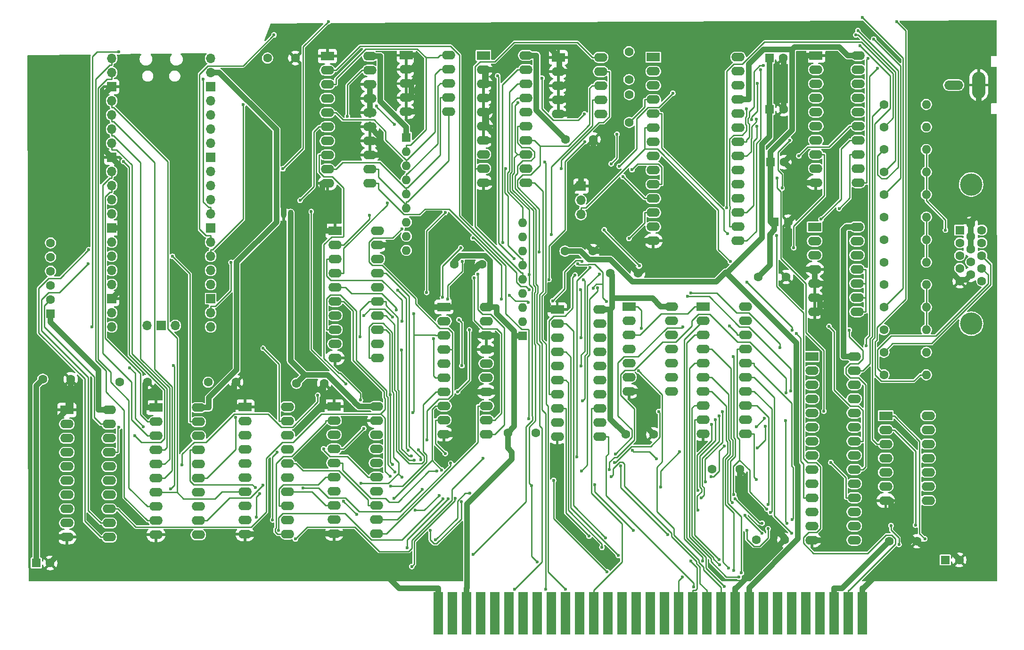
<source format=gbr>
%TF.GenerationSoftware,KiCad,Pcbnew,9.0.2*%
%TF.CreationDate,2026-01-18T17:28:15-06:00*%
%TF.ProjectId,video,76696465-6f2e-46b6-9963-61645f706362,V0.9*%
%TF.SameCoordinates,Original*%
%TF.FileFunction,Copper,L2,Bot*%
%TF.FilePolarity,Positive*%
%FSLAX46Y46*%
G04 Gerber Fmt 4.6, Leading zero omitted, Abs format (unit mm)*
G04 Created by KiCad (PCBNEW 9.0.2) date 2026-01-18 17:28:15*
%MOMM*%
%LPD*%
G01*
G04 APERTURE LIST*
%TA.AperFunction,ComponentPad*%
%ADD10R,2.400000X1.600000*%
%TD*%
%TA.AperFunction,ComponentPad*%
%ADD11O,2.400000X1.600000*%
%TD*%
%TA.AperFunction,ComponentPad*%
%ADD12R,1.050000X1.500000*%
%TD*%
%TA.AperFunction,ComponentPad*%
%ADD13O,1.050000X1.500000*%
%TD*%
%TA.AperFunction,ComponentPad*%
%ADD14R,1.600000X1.600000*%
%TD*%
%TA.AperFunction,ComponentPad*%
%ADD15C,1.600000*%
%TD*%
%TA.AperFunction,ComponentPad*%
%ADD16O,1.600000X1.600000*%
%TD*%
%TA.AperFunction,ComponentPad*%
%ADD17C,4.000000*%
%TD*%
%TA.AperFunction,ConnectorPad*%
%ADD18R,1.780000X7.620000*%
%TD*%
%TA.AperFunction,ComponentPad*%
%ADD19R,1.700000X1.700000*%
%TD*%
%TA.AperFunction,ComponentPad*%
%ADD20O,1.700000X1.700000*%
%TD*%
%TA.AperFunction,ComponentPad*%
%ADD21O,2.400000X4.800000*%
%TD*%
%TA.AperFunction,ComponentPad*%
%ADD22O,3.400000X1.700000*%
%TD*%
%TA.AperFunction,ViaPad*%
%ADD23C,0.600000*%
%TD*%
%TA.AperFunction,Conductor*%
%ADD24C,0.250000*%
%TD*%
%TA.AperFunction,Conductor*%
%ADD25C,1.000000*%
%TD*%
G04 APERTURE END LIST*
D10*
%TO.P,U6,1,A->B*%
%TO.N,Net-(U6-A->B)*%
X161620000Y-87290000D03*
D11*
%TO.P,U6,2,A0*%
%TO.N,B_D0*%
X161620000Y-89830000D03*
%TO.P,U6,3,A1*%
%TO.N,B_D1*%
X161620000Y-92370000D03*
%TO.P,U6,4,A2*%
%TO.N,B_D2*%
X161620000Y-94910000D03*
%TO.P,U6,5,A3*%
%TO.N,B_D3*%
X161620000Y-97450000D03*
%TO.P,U6,6,A4*%
%TO.N,B_D4*%
X161620000Y-99990000D03*
%TO.P,U6,7,A5*%
%TO.N,B_D5*%
X161620000Y-102530000D03*
%TO.P,U6,8,A6*%
%TO.N,B_D6*%
X161620000Y-105070000D03*
%TO.P,U6,9,A7*%
%TO.N,B_D7*%
X161620000Y-107610000D03*
%TO.P,U6,10,GND*%
%TO.N,GND*%
X161620000Y-110150000D03*
%TO.P,U6,11,B7*%
%TO.N,bD7*%
X169240000Y-110150000D03*
%TO.P,U6,12,B6*%
%TO.N,bD6*%
X169240000Y-107610000D03*
%TO.P,U6,13,B5*%
%TO.N,bD5*%
X169240000Y-105070000D03*
%TO.P,U6,14,B4*%
%TO.N,bD4*%
X169240000Y-102530000D03*
%TO.P,U6,15,B3*%
%TO.N,bD3*%
X169240000Y-99990000D03*
%TO.P,U6,16,B2*%
%TO.N,bD2*%
X169240000Y-97450000D03*
%TO.P,U6,17,B1*%
%TO.N,bD1*%
X169240000Y-94910000D03*
%TO.P,U6,18,B0*%
%TO.N,bD0*%
X169240000Y-92370000D03*
%TO.P,U6,19,CE*%
%TO.N,GND*%
X169240000Y-89830000D03*
%TO.P,U6,20,VCC*%
%TO.N,VCC*%
X169240000Y-87290000D03*
%TD*%
D10*
%TO.P,U2,1*%
%TO.N,MEMR*%
X148320000Y-87300000D03*
D11*
%TO.P,U2,2*%
%TO.N,VIDEO_WINDOW*%
X148320000Y-89840000D03*
%TO.P,U2,3*%
%TO.N,Net-(U6-A->B)*%
X148320000Y-92380000D03*
%TO.P,U2,4*%
%TO.N,unconnected-(U2-Pad4)*%
X148320000Y-94920000D03*
%TO.P,U2,5*%
%TO.N,unconnected-(U2-Pad5)*%
X148320000Y-97460000D03*
%TO.P,U2,6*%
%TO.N,unconnected-(U2-Pad6)*%
X148320000Y-100000000D03*
%TO.P,U2,7,GND*%
%TO.N,GND*%
X148320000Y-102540000D03*
%TO.P,U2,8*%
%TO.N,unconnected-(U2-Pad8)*%
X155940000Y-102540000D03*
%TO.P,U2,9*%
%TO.N,unconnected-(U2-Pad9)*%
X155940000Y-100000000D03*
%TO.P,U2,10*%
%TO.N,unconnected-(U2-Pad10)*%
X155940000Y-97460000D03*
%TO.P,U2,11*%
%TO.N,unconnected-(U2-Pad11)*%
X155940000Y-94920000D03*
%TO.P,U2,12*%
%TO.N,unconnected-(U2-Pad12)*%
X155940000Y-92380000D03*
%TO.P,U2,13*%
%TO.N,unconnected-(U2-Pad13)*%
X155940000Y-89840000D03*
%TO.P,U2,14,VCC*%
%TO.N,VCC*%
X155940000Y-87300000D03*
%TD*%
D10*
%TO.P,U40,1,A14*%
%TO.N,bA14*%
X181170000Y-96270000D03*
D11*
%TO.P,U40,2,A12*%
%TO.N,bA12*%
X181170000Y-98810000D03*
%TO.P,U40,3,A7*%
%TO.N,bA7*%
X181170000Y-101350000D03*
%TO.P,U40,4,A6*%
%TO.N,bA6*%
X181170000Y-103890000D03*
%TO.P,U40,5,A5*%
%TO.N,bA5*%
X181170000Y-106430000D03*
%TO.P,U40,6,A4*%
%TO.N,bA4*%
X181170000Y-108970000D03*
%TO.P,U40,7,A3*%
%TO.N,bA3*%
X181170000Y-111510000D03*
%TO.P,U40,8,A2*%
%TO.N,bA2*%
X181170000Y-114050000D03*
%TO.P,U40,9,A1*%
%TO.N,bA1*%
X181170000Y-116590000D03*
%TO.P,U40,10,A0*%
%TO.N,bA0*%
X181170000Y-119130000D03*
%TO.P,U40,11,Q0*%
%TO.N,bD0*%
X181170000Y-121670000D03*
%TO.P,U40,12,Q1*%
%TO.N,bD1*%
X181170000Y-124210000D03*
%TO.P,U40,13,Q2*%
%TO.N,bD2*%
X181170000Y-126750000D03*
%TO.P,U40,14,GND*%
%TO.N,GND*%
X181170000Y-129290000D03*
%TO.P,U40,15,Q3*%
%TO.N,bD3*%
X188790000Y-129290000D03*
%TO.P,U40,16,Q4*%
%TO.N,bD4*%
X188790000Y-126750000D03*
%TO.P,U40,17,Q5*%
%TO.N,bD5*%
X188790000Y-124210000D03*
%TO.P,U40,18,Q6*%
%TO.N,bD6*%
X188790000Y-121670000D03*
%TO.P,U40,19,Q7*%
%TO.N,bD7*%
X188790000Y-119130000D03*
%TO.P,U40,20,~{CS}*%
%TO.N,VIDEO_WINDOW*%
X188790000Y-116590000D03*
%TO.P,U40,21,A10*%
%TO.N,bA10*%
X188790000Y-114050000D03*
%TO.P,U40,22,~{OE}*%
%TO.N,MEMR*%
X188790000Y-111510000D03*
%TO.P,U40,23,A11*%
%TO.N,bA11*%
X188790000Y-108970000D03*
%TO.P,U40,24,A9*%
%TO.N,bA9*%
X188790000Y-106430000D03*
%TO.P,U40,25,A8*%
%TO.N,bA8*%
X188790000Y-103890000D03*
%TO.P,U40,26,A13*%
%TO.N,bA13*%
X188790000Y-101350000D03*
%TO.P,U40,27,~{WE}*%
%TO.N,MEMW*%
X188790000Y-98810000D03*
%TO.P,U40,28,VCC*%
%TO.N,VCC*%
X188790000Y-96270000D03*
%TD*%
D10*
%TO.P,U5,1,OEa*%
%TO.N,GND*%
X95490000Y-73680000D03*
D11*
%TO.P,U5,2,I0a*%
%TO.N,B_A8*%
X95490000Y-76220000D03*
%TO.P,U5,3,O3b*%
%TO.N,MEMR*%
X95490000Y-78760000D03*
%TO.P,U5,4,I1a*%
%TO.N,B_A9*%
X95490000Y-81300000D03*
%TO.P,U5,5,O2b*%
%TO.N,bA14*%
X95490000Y-83840000D03*
%TO.P,U5,6,I2a*%
%TO.N,B_A10*%
X95490000Y-86380000D03*
%TO.P,U5,7,O1b*%
%TO.N,bA13*%
X95490000Y-88920000D03*
%TO.P,U5,8,I3a*%
%TO.N,B_A11*%
X95490000Y-91460000D03*
%TO.P,U5,9,O0b*%
%TO.N,bA12*%
X95490000Y-94000000D03*
%TO.P,U5,10,GND*%
%TO.N,GND*%
X95490000Y-96540000D03*
%TO.P,U5,11,I0b*%
%TO.N,B_A12*%
X103110000Y-96540000D03*
%TO.P,U5,12,O3a*%
%TO.N,bA11*%
X103110000Y-94000000D03*
%TO.P,U5,13,I1b*%
%TO.N,B_A13*%
X103110000Y-91460000D03*
%TO.P,U5,14,O2a*%
%TO.N,bA10*%
X103110000Y-88920000D03*
%TO.P,U5,15,I2b*%
%TO.N,B_A14*%
X103110000Y-86380000D03*
%TO.P,U5,16,O1a*%
%TO.N,bA9*%
X103110000Y-83840000D03*
%TO.P,U5,17,I3b*%
%TO.N,B_SMEMR*%
X103110000Y-81300000D03*
%TO.P,U5,18,O0a*%
%TO.N,bA8*%
X103110000Y-78760000D03*
%TO.P,U5,19,OEb*%
%TO.N,GND*%
X103110000Y-76220000D03*
%TO.P,U5,20,VCC*%
%TO.N,VCC*%
X103110000Y-73680000D03*
%TD*%
D10*
%TO.P,U4,1,OEa*%
%TO.N,GND*%
X95330000Y-105260000D03*
D11*
%TO.P,U4,2,I0a*%
%TO.N,B_A0*%
X95330000Y-107800000D03*
%TO.P,U4,3,O3b*%
%TO.N,bA7*%
X95330000Y-110340000D03*
%TO.P,U4,4,I1a*%
%TO.N,B_A1*%
X95330000Y-112880000D03*
%TO.P,U4,5,O2b*%
%TO.N,bA6*%
X95330000Y-115420000D03*
%TO.P,U4,6,I2a*%
%TO.N,B_A2*%
X95330000Y-117960000D03*
%TO.P,U4,7,O1b*%
%TO.N,bA5*%
X95330000Y-120500000D03*
%TO.P,U4,8,I3a*%
%TO.N,B_A3*%
X95330000Y-123040000D03*
%TO.P,U4,9,O0b*%
%TO.N,bA4*%
X95330000Y-125580000D03*
%TO.P,U4,10,GND*%
%TO.N,GND*%
X95330000Y-128120000D03*
%TO.P,U4,11,I0b*%
%TO.N,B_A4*%
X102950000Y-128120000D03*
%TO.P,U4,12,O3a*%
%TO.N,bA3*%
X102950000Y-125580000D03*
%TO.P,U4,13,I1b*%
%TO.N,B_A5*%
X102950000Y-123040000D03*
%TO.P,U4,14,O2a*%
%TO.N,bA2*%
X102950000Y-120500000D03*
%TO.P,U4,15,I2b*%
%TO.N,B_A6*%
X102950000Y-117960000D03*
%TO.P,U4,16,O1a*%
%TO.N,bA1*%
X102950000Y-115420000D03*
%TO.P,U4,17,I3b*%
%TO.N,B_A7*%
X102950000Y-112880000D03*
%TO.P,U4,18,O0a*%
%TO.N,bA0*%
X102950000Y-110340000D03*
%TO.P,U4,19,OEb*%
%TO.N,GND*%
X102950000Y-107800000D03*
%TO.P,U4,20,VCC*%
%TO.N,VCC*%
X102950000Y-105260000D03*
%TD*%
D10*
%TO.P,U9,1,G*%
%TO.N,GND*%
X94130000Y-42280000D03*
D11*
%TO.P,U9,2,P0*%
%TO.N,Net-(U18-O0a)*%
X94130000Y-44820000D03*
%TO.P,U9,3,R0*%
%TO.N,Net-(RR1-R1)*%
X94130000Y-47360000D03*
%TO.P,U9,4,P1*%
%TO.N,Net-(U18-O1a)*%
X94130000Y-49900000D03*
%TO.P,U9,5,R1*%
%TO.N,Net-(RR1-R2)*%
X94130000Y-52440000D03*
%TO.P,U9,6,P2*%
%TO.N,Net-(U18-O2a)*%
X94130000Y-54980000D03*
%TO.P,U9,7,R2*%
%TO.N,Net-(RR1-R3)*%
X94130000Y-57520000D03*
%TO.P,U9,8,P3*%
%TO.N,Net-(U18-O3a)*%
X94130000Y-60060000D03*
%TO.P,U9,9,R3*%
%TO.N,Net-(RR1-R4)*%
X94130000Y-62600000D03*
%TO.P,U9,10,GND*%
%TO.N,GND*%
X94130000Y-65140000D03*
%TO.P,U9,11,P4*%
%TO.N,Net-(U18-O0b)*%
X101750000Y-65140000D03*
%TO.P,U9,12,R4*%
%TO.N,Net-(RR1-R5)*%
X101750000Y-62600000D03*
%TO.P,U9,13,P5*%
%TO.N,GND*%
X101750000Y-60060000D03*
%TO.P,U9,14,R5*%
X101750000Y-57520000D03*
%TO.P,U9,15,P6*%
X101750000Y-54980000D03*
%TO.P,U9,16,R6*%
X101750000Y-52440000D03*
%TO.P,U9,17,P7*%
X101750000Y-49900000D03*
%TO.P,U9,18,R7*%
X101750000Y-47360000D03*
%TO.P,U9,19,P=R*%
%TO.N,VIDEO_WINDOW*%
X101750000Y-44820000D03*
%TO.P,U9,20,VCC*%
%TO.N,VCC*%
X101750000Y-42280000D03*
%TD*%
D10*
%TO.P,U16,1,CAP1A*%
%TO.N,Net-(U16-CAP1A)*%
X152680000Y-42470000D03*
D11*
%TO.P,U16,2,CAP1B*%
%TO.N,Net-(U16-CAP1B)*%
X152680000Y-45010000D03*
%TO.P,U16,3,CAP2A*%
%TO.N,Net-(U16-CAP2A)*%
X152680000Y-47550000D03*
%TO.P,U16,4,CAP2B*%
%TO.N,Net-(U16-CAP2B)*%
X152680000Y-50090000D03*
%TO.P,U16,5,~{RES}*%
%TO.N,~{RESET}*%
X152680000Y-52630000D03*
%TO.P,U16,6,\u03D52*%
%TO.N,SIDCLK*%
X152680000Y-55170000D03*
%TO.P,U16,7,R/~{W}*%
%TO.N,GND*%
X152680000Y-57710000D03*
%TO.P,U16,8,~{CS}*%
%TO.N,SIDCS*%
X152680000Y-60250000D03*
%TO.P,U16,9,A0*%
%TO.N,Net-(U16-A0)*%
X152680000Y-62790000D03*
%TO.P,U16,10,A1*%
%TO.N,Net-(U16-A1)*%
X152680000Y-65330000D03*
%TO.P,U16,11,A2*%
%TO.N,Net-(U16-A2)*%
X152680000Y-67870000D03*
%TO.P,U16,12,A3*%
%TO.N,Net-(U16-A3)*%
X152680000Y-70410000D03*
%TO.P,U16,13,A4*%
%TO.N,Net-(U16-A4)*%
X152680000Y-72950000D03*
%TO.P,U16,14,GND*%
%TO.N,GND*%
X152680000Y-75490000D03*
%TO.P,U16,15,D0*%
%TO.N,Net-(U16-D0)*%
X167920000Y-75490000D03*
%TO.P,U16,16,D1*%
%TO.N,Net-(U16-D1)*%
X167920000Y-72950000D03*
%TO.P,U16,17,D2*%
%TO.N,Net-(U16-D2)*%
X167920000Y-70410000D03*
%TO.P,U16,18,D3*%
%TO.N,Net-(U16-D3)*%
X167920000Y-67870000D03*
%TO.P,U16,19,D4*%
%TO.N,Net-(U16-D4)*%
X167920000Y-65330000D03*
%TO.P,U16,20,D5*%
%TO.N,Net-(U16-D5)*%
X167920000Y-62790000D03*
%TO.P,U16,21,D6*%
%TO.N,Net-(U16-D6)*%
X167920000Y-60250000D03*
%TO.P,U16,22,D7*%
%TO.N,Net-(U16-D7)*%
X167920000Y-57710000D03*
%TO.P,U16,23,POT_Y*%
%TO.N,unconnected-(U16-POT_Y-Pad23)*%
X167920000Y-55170000D03*
%TO.P,U16,24,POT_X*%
%TO.N,unconnected-(U16-POT_X-Pad24)*%
X167920000Y-52630000D03*
%TO.P,U16,25,+5V*%
%TO.N,VCC*%
X167920000Y-50090000D03*
%TO.P,U16,26,EXT_IN*%
%TO.N,unconnected-(U16-EXT_IN-Pad26)*%
X167920000Y-47550000D03*
%TO.P,U16,27,AUDIO_OUT*%
%TO.N,Net-(J24-Ext)*%
X167920000Y-45010000D03*
%TO.P,U16,28,+12V*%
%TO.N,+12V*%
X167920000Y-42470000D03*
%TD*%
D12*
%TO.P,U1,1,VO*%
%TO.N,+3.3V*%
X84984000Y-70670000D03*
D13*
%TO.P,U1,2,GND*%
%TO.N,GND*%
X86254000Y-70670000D03*
%TO.P,U1,3,VI*%
%TO.N,VCC*%
X87524000Y-70670000D03*
%TD*%
D14*
%TO.P,C39,1*%
%TO.N,+12V*%
X173580000Y-51840000D03*
D15*
%TO.P,C39,2*%
%TO.N,GND*%
X176080000Y-51840000D03*
%TD*%
D10*
%TO.P,U7,1,G*%
%TO.N,Net-(U7-G)*%
X122170000Y-42150000D03*
D11*
%TO.P,U7,2,P0*%
%TO.N,GND*%
X122170000Y-44690000D03*
%TO.P,U7,3,R0*%
X122170000Y-47230000D03*
%TO.P,U7,4,P1*%
X122170000Y-49770000D03*
%TO.P,U7,5,R1*%
X122170000Y-52310000D03*
%TO.P,U7,6,P2*%
X122170000Y-54850000D03*
%TO.P,U7,7,R2*%
X122170000Y-57390000D03*
%TO.P,U7,8,P3*%
%TO.N,B_A9*%
X122170000Y-59930000D03*
%TO.P,U7,9,R3*%
%TO.N,Net-(RN2-R4)*%
X122170000Y-62470000D03*
%TO.P,U7,10,GND*%
%TO.N,GND*%
X122170000Y-65010000D03*
%TO.P,U7,11,P4*%
%TO.N,B_A8*%
X129790000Y-65010000D03*
%TO.P,U7,12,R4*%
%TO.N,Net-(RN2-R5)*%
X129790000Y-62470000D03*
%TO.P,U7,13,P5*%
%TO.N,B_A7*%
X129790000Y-59930000D03*
%TO.P,U7,14,R5*%
%TO.N,Net-(RN2-R6)*%
X129790000Y-57390000D03*
%TO.P,U7,15,P6*%
%TO.N,B_A6*%
X129790000Y-54850000D03*
%TO.P,U7,16,R6*%
%TO.N,Net-(RN2-R7)*%
X129790000Y-52310000D03*
%TO.P,U7,17,P7*%
%TO.N,B_A5*%
X129790000Y-49770000D03*
%TO.P,U7,18,R7*%
%TO.N,Net-(RN2-R8)*%
X129790000Y-47230000D03*
%TO.P,U7,19,P=R*%
%TO.N,~{SIDSEL}*%
X129790000Y-44690000D03*
%TO.P,U7,20,VCC*%
%TO.N,VCC*%
X129790000Y-42150000D03*
%TD*%
D14*
%TO.P,C14,1*%
%TO.N,VCC*%
X41820000Y-133400000D03*
D15*
%TO.P,C14,2*%
%TO.N,GND*%
X44320000Y-133400000D03*
%TD*%
%TO.P,C4,1*%
%TO.N,VCC*%
X147710000Y-110270000D03*
%TO.P,C4,2*%
%TO.N,GND*%
X152710000Y-110270000D03*
%TD*%
%TO.P,R22,1*%
%TO.N,VGAR2K*%
X194130000Y-67170000D03*
D16*
%TO.P,R22,2*%
%TO.N,Net-(J11-Pad1)*%
X201750000Y-67170000D03*
%TD*%
D10*
%TO.P,U32,1,A->B*%
%TO.N,GND*%
X63323300Y-105460000D03*
D11*
%TO.P,U32,2,A0*%
%TO.N,V_DA7*%
X63323300Y-108000000D03*
%TO.P,U32,3,A1*%
%TO.N,V_DA6*%
X63323300Y-110540000D03*
%TO.P,U32,4,A2*%
%TO.N,V_DA5*%
X63323300Y-113080000D03*
%TO.P,U32,5,A3*%
%TO.N,V_DA4*%
X63323300Y-115620000D03*
%TO.P,U32,6,A4*%
%TO.N,V_DA3*%
X63323300Y-118160000D03*
%TO.P,U32,7,A5*%
%TO.N,V_DA2*%
X63323300Y-120700000D03*
%TO.P,U32,8,A6*%
%TO.N,V_DA1*%
X63323300Y-123240000D03*
%TO.P,U32,9,A7*%
%TO.N,V_DA0*%
X63323300Y-125780000D03*
%TO.P,U32,10,GND*%
%TO.N,GND*%
X63323300Y-128320000D03*
%TO.P,U32,11,B7*%
%TO.N,bD0*%
X70943300Y-128320000D03*
%TO.P,U32,12,B6*%
%TO.N,bD1*%
X70943300Y-125780000D03*
%TO.P,U32,13,B5*%
%TO.N,bD2*%
X70943300Y-123240000D03*
%TO.P,U32,14,B4*%
%TO.N,bD3*%
X70943300Y-120700000D03*
%TO.P,U32,15,B3*%
%TO.N,bD4*%
X70943300Y-118160000D03*
%TO.P,U32,16,B2*%
%TO.N,bD5*%
X70943300Y-115620000D03*
%TO.P,U32,17,B1*%
%TO.N,bD6*%
X70943300Y-113080000D03*
%TO.P,U32,18,B0*%
%TO.N,bD7*%
X70943300Y-110540000D03*
%TO.P,U32,19,CE*%
%TO.N,VDATA*%
X70943300Y-108000000D03*
%TO.P,U32,20,VCC*%
%TO.N,+3.3V*%
X70943300Y-105460000D03*
%TD*%
D15*
%TO.P,R23,1*%
%TO.N,VGAG500*%
X194130000Y-71220000D03*
D16*
%TO.P,R23,2*%
%TO.N,Net-(J11-Pad2)*%
X201750000Y-71220000D03*
%TD*%
D14*
%TO.P,RR1,1,common*%
%TO.N,VCC*%
X108310000Y-56890000D03*
D16*
%TO.P,RR1,2,R1*%
%TO.N,Net-(RR1-R1)*%
X108310000Y-59430000D03*
%TO.P,RR1,3,R2*%
%TO.N,Net-(RR1-R2)*%
X108310000Y-61970000D03*
%TO.P,RR1,4,R3*%
%TO.N,Net-(RR1-R3)*%
X108310000Y-64510000D03*
%TO.P,RR1,5,R4*%
%TO.N,Net-(RR1-R4)*%
X108310000Y-67050000D03*
%TO.P,RR1,6,R5*%
%TO.N,Net-(RR1-R5)*%
X108310000Y-69590000D03*
%TO.P,RR1,7,R6*%
%TO.N,unconnected-(RR1-R6-Pad7)*%
X108310000Y-72130000D03*
%TO.P,RR1,8,R7*%
%TO.N,unconnected-(RR1-R7-Pad8)*%
X108310000Y-74670000D03*
%TO.P,RR1,9,R8*%
%TO.N,unconnected-(RR1-R8-Pad9)*%
X108310000Y-77210000D03*
%TD*%
D15*
%TO.P,C45,1*%
%TO.N,VCC*%
X171540000Y-81980000D03*
%TO.P,C45,2*%
%TO.N,GND*%
X176540000Y-81980000D03*
%TD*%
D10*
%TO.P,U3,1*%
%TO.N,B_IOW*%
X194440000Y-106920000D03*
D11*
%TO.P,U3,2*%
%TO.N,B_IOR*%
X194440000Y-109460000D03*
%TO.P,U3,3*%
%TO.N,Net-(U7-G)*%
X194440000Y-112000000D03*
%TO.P,U3,4*%
%TO.N,unconnected-(U3-Pad4)*%
X194440000Y-114540000D03*
%TO.P,U3,5*%
%TO.N,unconnected-(U3-Pad5)*%
X194440000Y-117080000D03*
%TO.P,U3,6*%
%TO.N,unconnected-(U3-Pad6)*%
X194440000Y-119620000D03*
%TO.P,U3,7,GND*%
%TO.N,GND*%
X194440000Y-122160000D03*
%TO.P,U3,8*%
%TO.N,unconnected-(U3-Pad8)*%
X202060000Y-122160000D03*
%TO.P,U3,9*%
%TO.N,unconnected-(U3-Pad9)*%
X202060000Y-119620000D03*
%TO.P,U3,10*%
%TO.N,unconnected-(U3-Pad10)*%
X202060000Y-117080000D03*
%TO.P,U3,11*%
%TO.N,unconnected-(U3-Pad11)*%
X202060000Y-114540000D03*
%TO.P,U3,12*%
%TO.N,unconnected-(U3-Pad12)*%
X202060000Y-112000000D03*
%TO.P,U3,13*%
%TO.N,unconnected-(U3-Pad13)*%
X202060000Y-109460000D03*
%TO.P,U3,14,VCC*%
%TO.N,VCC*%
X202060000Y-106920000D03*
%TD*%
D15*
%TO.P,C3,1*%
%TO.N,VCC*%
X116886000Y-79724000D03*
%TO.P,C3,2*%
%TO.N,GND*%
X121886000Y-79724000D03*
%TD*%
D17*
%TO.P,J11,0*%
%TO.N,N/C*%
X209800000Y-90370000D03*
X209800000Y-65370000D03*
D14*
%TO.P,J11,1*%
%TO.N,Net-(J11-Pad1)*%
X207750000Y-73555000D03*
D15*
%TO.P,J11,2*%
%TO.N,Net-(J11-Pad2)*%
X207750000Y-75845000D03*
%TO.P,J11,3*%
%TO.N,Net-(J11-Pad3)*%
X207750000Y-78135000D03*
%TO.P,J11,4*%
%TO.N,unconnected-(J11-Pad4)*%
X207750000Y-80425000D03*
%TO.P,J11,5*%
%TO.N,GND*%
X207750000Y-82715000D03*
%TO.P,J11,6*%
X209730000Y-72410000D03*
%TO.P,J11,7*%
X209730000Y-74700000D03*
%TO.P,J11,8*%
X209730000Y-76990000D03*
%TO.P,J11,9*%
%TO.N,unconnected-(J11-Pad9)*%
X209730000Y-79280000D03*
%TO.P,J11,10*%
%TO.N,GND*%
X209730000Y-81570000D03*
%TO.P,J11,11*%
%TO.N,unconnected-(J11-Pad11)*%
X211710000Y-73555000D03*
%TO.P,J11,12*%
%TO.N,unconnected-(J11-Pad12)*%
X211710000Y-75845000D03*
%TO.P,J11,13*%
%TO.N,Net-(J11-Pad13)*%
X211710000Y-78135000D03*
%TO.P,J11,14*%
%TO.N,Net-(J11-Pad14)*%
X211710000Y-80425000D03*
%TO.P,J11,15*%
%TO.N,unconnected-(J11-Pad15)*%
X211710000Y-82715000D03*
%TD*%
%TO.P,C37,1*%
%TO.N,VCC*%
X83380000Y-42630000D03*
%TO.P,C37,2*%
%TO.N,GND*%
X88380000Y-42630000D03*
%TD*%
%TO.P,C7,1*%
%TO.N,VCC*%
X136920000Y-57250000D03*
%TO.P,C7,2*%
%TO.N,GND*%
X141920000Y-57250000D03*
%TD*%
D10*
%TO.P,P3,1*%
%TO.N,unconnected-(P3-Pad1)*%
X181670000Y-72980000D03*
D11*
%TO.P,P3,2*%
%TO.N,unconnected-(P3-Pad2)*%
X181670000Y-75520000D03*
%TO.P,P3,3*%
%TO.N,unconnected-(P3-Pad3)*%
X181670000Y-78060000D03*
%TO.P,P3,4*%
%TO.N,GND*%
X181670000Y-80600000D03*
%TO.P,P3,5*%
X181670000Y-83140000D03*
%TO.P,P3,6*%
X181670000Y-85680000D03*
%TO.P,P3,7*%
X181670000Y-88220000D03*
%TO.P,P3,8*%
%TO.N,SIDCLK*%
X189290000Y-88220000D03*
%TO.P,P3,9*%
X189290000Y-85680000D03*
%TO.P,P3,10*%
X189290000Y-83140000D03*
%TO.P,P3,11*%
X189290000Y-80600000D03*
%TO.P,P3,12*%
%TO.N,unconnected-(P3-Pad12)*%
X189290000Y-78060000D03*
%TO.P,P3,13*%
%TO.N,unconnected-(P3-Pad13)*%
X189290000Y-75520000D03*
%TO.P,P3,14*%
%TO.N,VCC*%
X189290000Y-72980000D03*
%TD*%
D14*
%TO.P,C43,1*%
%TO.N,VCC*%
X173707000Y-61353000D03*
D15*
%TO.P,C43,2*%
%TO.N,GND*%
X176207000Y-61353000D03*
%TD*%
%TO.P,R3,1*%
%TO.N,CLK_CPU*%
X194130000Y-55020000D03*
D16*
%TO.P,R3,2*%
%TO.N,V_CLK*%
X201750000Y-55020000D03*
%TD*%
D18*
%TO.P,J6,1,GND*%
%TO.N,GND*%
X190220600Y-142443200D03*
%TO.P,J6,2,RESET*%
%TO.N,~{RESET}*%
X187680600Y-142443200D03*
%TO.P,J6,3,VCC*%
%TO.N,VCC*%
X185140600Y-142443200D03*
%TO.P,J6,4,IRQ2*%
%TO.N,IRQ2*%
X182600600Y-142443200D03*
%TO.P,J6,5,-5V*%
%TO.N,unconnected-(J6--5V-Pad5)*%
X180060600Y-142443200D03*
%TO.P,J6,6,DRQ2*%
%TO.N,unconnected-(J6-DRQ2-Pad6)*%
X177520600Y-142443200D03*
%TO.P,J6,7,-12V*%
%TO.N,unconnected-(J6--12V-Pad7)*%
X174980600Y-142443200D03*
%TO.P,J6,8,UNUSED*%
%TO.N,unconnected-(J6-UNUSED-Pad8)*%
X172440600Y-142443200D03*
%TO.P,J6,9,+12V*%
%TO.N,+12V*%
X169900600Y-142443200D03*
%TO.P,J6,10,GND*%
%TO.N,GND*%
X167360600Y-142443200D03*
%TO.P,J6,11,~{SMEMW}*%
%TO.N,B_SMEMW*%
X164820600Y-142443200D03*
%TO.P,J6,12,~{SMEMR}*%
%TO.N,B_SMEMR*%
X162280600Y-142443200D03*
%TO.P,J6,13,~{IOW}*%
%TO.N,B_IOW*%
X159740600Y-142443200D03*
%TO.P,J6,14,~{IOR}*%
%TO.N,B_IOR*%
X157200600Y-142443200D03*
%TO.P,J6,15,~{DACK3}*%
%TO.N,unconnected-(J6-~{DACK3}-Pad15)*%
X154660600Y-142443200D03*
%TO.P,J6,16,DRQ3*%
%TO.N,unconnected-(J6-DRQ3-Pad16)*%
X152120600Y-142443200D03*
%TO.P,J6,17,~{DACK1}*%
%TO.N,unconnected-(J6-~{DACK1}-Pad17)*%
X149580600Y-142443200D03*
%TO.P,J6,18,DRQ1*%
%TO.N,unconnected-(J6-DRQ1-Pad18)*%
X147040600Y-142443200D03*
%TO.P,J6,19,~{DACK0}*%
%TO.N,unconnected-(J6-~{DACK0}-Pad19)*%
X144500600Y-142443200D03*
%TO.P,J6,20,CLK*%
%TO.N,B_CLK*%
X141960600Y-142443200D03*
%TO.P,J6,21,IRQ7*%
%TO.N,IRQ7*%
X139420600Y-142443200D03*
%TO.P,J6,22,IRQ6*%
%TO.N,IRQ6*%
X136880600Y-142443200D03*
%TO.P,J6,23,IRQ5*%
%TO.N,IRQ5*%
X134340600Y-142443200D03*
%TO.P,J6,24,IRQ4*%
%TO.N,IRQ4*%
X131800600Y-142443200D03*
%TO.P,J6,25,IRQ3*%
%TO.N,IRQ3*%
X129260600Y-142443200D03*
%TO.P,J6,26,~{DACK2}*%
%TO.N,unconnected-(J6-~{DACK2}-Pad26)*%
X126720600Y-142443200D03*
%TO.P,J6,27,TC*%
%TO.N,TC*%
X124180600Y-142443200D03*
%TO.P,J6,28,ALE*%
%TO.N,BUSALE*%
X121640600Y-142443200D03*
%TO.P,J6,29,VCC*%
%TO.N,VCC*%
X119100600Y-142443200D03*
%TO.P,J6,30,OSC*%
%TO.N,BUSCLK*%
X116560600Y-142443200D03*
%TO.P,J6,31,GND*%
%TO.N,GND*%
X114020600Y-142443200D03*
%TD*%
D15*
%TO.P,C42,1*%
%TO.N,Net-(U16-CAP1A)*%
X148326000Y-41496000D03*
%TO.P,C42,2*%
%TO.N,Net-(U16-CAP1B)*%
X148326000Y-46496000D03*
%TD*%
%TO.P,R26,1*%
%TO.N,VGAB500*%
X194130000Y-83370000D03*
D16*
%TO.P,R26,2*%
%TO.N,Net-(J11-Pad3)*%
X201750000Y-83370000D03*
%TD*%
D15*
%TO.P,R27,1*%
%TO.N,VGAB1K*%
X194130000Y-87420000D03*
D16*
%TO.P,R27,2*%
%TO.N,Net-(J11-Pad3)*%
X201750000Y-87420000D03*
%TD*%
D15*
%TO.P,R25,1*%
%TO.N,VGAG2K*%
X194130000Y-79320000D03*
D16*
%TO.P,R25,2*%
%TO.N,Net-(J11-Pad2)*%
X201750000Y-79320000D03*
%TD*%
D10*
%TO.P,U34,1,A->B*%
%TO.N,GND*%
X47320000Y-105890000D03*
D11*
%TO.P,U34,2,A0*%
%TO.N,V_DA7*%
X47320000Y-108430000D03*
%TO.P,U34,3,A1*%
%TO.N,V_DA6*%
X47320000Y-110970000D03*
%TO.P,U34,4,A2*%
%TO.N,V_DA5*%
X47320000Y-113510000D03*
%TO.P,U34,5,A3*%
%TO.N,V_DA4*%
X47320000Y-116050000D03*
%TO.P,U34,6,A4*%
%TO.N,V_DA3*%
X47320000Y-118590000D03*
%TO.P,U34,7,A5*%
%TO.N,V_DA2*%
X47320000Y-121130000D03*
%TO.P,U34,8,A6*%
%TO.N,V_DA1*%
X47320000Y-123670000D03*
%TO.P,U34,9,A7*%
%TO.N,V_DA0*%
X47320000Y-126210000D03*
%TO.P,U34,10,GND*%
%TO.N,GND*%
X47320000Y-128750000D03*
%TO.P,U34,11,B7*%
%TO.N,B_A8*%
X54940000Y-128750000D03*
%TO.P,U34,12,B6*%
%TO.N,B_A9*%
X54940000Y-126210000D03*
%TO.P,U34,13,B5*%
%TO.N,B_A10*%
X54940000Y-123670000D03*
%TO.P,U34,14,B4*%
%TO.N,B_A11*%
X54940000Y-121130000D03*
%TO.P,U34,15,B3*%
%TO.N,B_A12*%
X54940000Y-118590000D03*
%TO.P,U34,16,B2*%
%TO.N,B_A13*%
X54940000Y-116050000D03*
%TO.P,U34,17,B1*%
%TO.N,B_A14*%
X54940000Y-113510000D03*
%TO.P,U34,18,B0*%
%TO.N,VIDEO_WINDOW*%
X54940000Y-110970000D03*
%TO.P,U34,19,CE*%
%TO.N,VADDR_HIGH*%
X54940000Y-108430000D03*
%TO.P,U34,20,VCC*%
%TO.N,+3.3V*%
X54940000Y-105890000D03*
%TD*%
D14*
%TO.P,RN1,1,common*%
%TO.N,+3.3V*%
X44390000Y-88570000D03*
D15*
%TO.P,RN1,2,R1*%
%TO.N,VADDR_HIGH*%
X44390000Y-86030000D03*
%TO.P,RN1,3,R2*%
%TO.N,VADDR_LOW*%
X44390000Y-83490000D03*
%TO.P,RN1,4,R3*%
%TO.N,VDATA*%
X44390000Y-80950000D03*
%TO.P,RN1,5,R4*%
%TO.N,VDSEL*%
X44390000Y-78410000D03*
%TO.P,RN1,6,R5*%
%TO.N,unconnected-(RN1-R5-Pad6)*%
X44390000Y-75870000D03*
%TD*%
%TO.P,C10,1*%
%TO.N,VCC*%
X88570000Y-101100000D03*
%TO.P,C10,2*%
%TO.N,GND*%
X93570000Y-101100000D03*
%TD*%
%TO.P,C12,1*%
%TO.N,VCC*%
X195050000Y-129480000D03*
%TO.P,C12,2*%
%TO.N,GND*%
X200050000Y-129480000D03*
%TD*%
D10*
%TO.P,U20,1,OE*%
%TO.N,GND*%
X181890000Y-42160000D03*
D11*
%TO.P,U20,2,O0*%
%TO.N,Net-(U16-D0)*%
X181890000Y-44700000D03*
%TO.P,U20,3,D0*%
%TO.N,B_A0*%
X181890000Y-47240000D03*
%TO.P,U20,4,D1*%
%TO.N,B_A1*%
X181890000Y-49780000D03*
%TO.P,U20,5,O1*%
%TO.N,Net-(U16-D1)*%
X181890000Y-52320000D03*
%TO.P,U20,6,O2*%
%TO.N,Net-(U16-D2)*%
X181890000Y-54860000D03*
%TO.P,U20,7,D2*%
%TO.N,B_A2*%
X181890000Y-57400000D03*
%TO.P,U20,8,D3*%
%TO.N,B_A3*%
X181890000Y-59940000D03*
%TO.P,U20,9,O3*%
%TO.N,Net-(U16-D3)*%
X181890000Y-62480000D03*
%TO.P,U20,10,GND*%
%TO.N,GND*%
X181890000Y-65020000D03*
%TO.P,U20,11,Cp*%
%TO.N,~{SIDSEL}*%
X189510000Y-65020000D03*
%TO.P,U20,12,O4*%
%TO.N,Net-(U16-D4)*%
X189510000Y-62480000D03*
%TO.P,U20,13,D4*%
%TO.N,B_A4*%
X189510000Y-59940000D03*
%TO.P,U20,14,D5*%
%TO.N,B_A5*%
X189510000Y-57400000D03*
%TO.P,U20,15,O5*%
%TO.N,Net-(U16-D5)*%
X189510000Y-54860000D03*
%TO.P,U20,16,O6*%
%TO.N,Net-(U16-D6)*%
X189510000Y-52320000D03*
%TO.P,U20,17,D6*%
%TO.N,B_A6*%
X189510000Y-49780000D03*
%TO.P,U20,18,D7*%
%TO.N,B_A7*%
X189510000Y-47240000D03*
%TO.P,U20,19,O7*%
%TO.N,Net-(U16-D7)*%
X189510000Y-44700000D03*
%TO.P,U20,20,VCC*%
%TO.N,VCC*%
X189510000Y-42160000D03*
%TD*%
D15*
%TO.P,R24,1*%
%TO.N,VGAG1L*%
X194130000Y-75270000D03*
D16*
%TO.P,R24,2*%
%TO.N,Net-(J11-Pad2)*%
X201750000Y-75270000D03*
%TD*%
D15*
%TO.P,R1,1*%
%TO.N,MEMW*%
X194130000Y-50970000D03*
D16*
%TO.P,R1,2*%
%TO.N,V_RW*%
X201750000Y-50970000D03*
%TD*%
D15*
%TO.P,R31,1*%
%TO.N,Net-(J11-Pad14)*%
X194130000Y-99570000D03*
D16*
%TO.P,R31,2*%
%TO.N,VSYNC*%
X201750000Y-99570000D03*
%TD*%
D10*
%TO.P,U18,1,OEa*%
%TO.N,GND*%
X135430000Y-87840000D03*
D11*
%TO.P,U18,2,I0a*%
%TO.N,B_A15*%
X135430000Y-90380000D03*
%TO.P,U18,3,O3b*%
%TO.N,unconnected-(U18-O3b-Pad3)*%
X135430000Y-92920000D03*
%TO.P,U18,4,I1a*%
%TO.N,B_A16*%
X135430000Y-95460000D03*
%TO.P,U18,5,O2b*%
%TO.N,MEMW*%
X135430000Y-98000000D03*
%TO.P,U18,6,I2a*%
%TO.N,B_A17*%
X135430000Y-100540000D03*
%TO.P,U18,7,O1b*%
%TO.N,CLK_CPU*%
X135430000Y-103080000D03*
%TO.P,U18,8,I3a*%
%TO.N,B_A18*%
X135430000Y-105620000D03*
%TO.P,U18,9,O0b*%
%TO.N,Net-(U18-O0b)*%
X135430000Y-108160000D03*
%TO.P,U18,10,GND*%
%TO.N,GND*%
X135430000Y-110700000D03*
%TO.P,U18,11,I0b*%
%TO.N,B_A19*%
X143050000Y-110700000D03*
%TO.P,U18,12,O3a*%
%TO.N,Net-(U18-O3a)*%
X143050000Y-108160000D03*
%TO.P,U18,13,I1b*%
%TO.N,B_CLK*%
X143050000Y-105620000D03*
%TO.P,U18,14,O2a*%
%TO.N,Net-(U18-O2a)*%
X143050000Y-103080000D03*
%TO.P,U18,15,I2b*%
%TO.N,B_SMEMW*%
X143050000Y-100540000D03*
%TO.P,U18,16,O1a*%
%TO.N,Net-(U18-O1a)*%
X143050000Y-98000000D03*
%TO.P,U18,17,I3b*%
%TO.N,unconnected-(U18-I3b-Pad17)*%
X143050000Y-95460000D03*
%TO.P,U18,18,O0a*%
%TO.N,Net-(U18-O0a)*%
X143050000Y-92920000D03*
%TO.P,U18,19,OEb*%
%TO.N,GND*%
X143050000Y-90380000D03*
%TO.P,U18,20,VCC*%
%TO.N,VCC*%
X143050000Y-87840000D03*
%TD*%
D15*
%TO.P,C6,1*%
%TO.N,VCC*%
X171240000Y-129240000D03*
%TO.P,C6,2*%
%TO.N,GND*%
X176240000Y-129240000D03*
%TD*%
%TO.P,C44,1*%
%TO.N,+12V*%
X136816000Y-77324000D03*
%TO.P,C44,2*%
%TO.N,GND*%
X141816000Y-77324000D03*
%TD*%
D14*
%TO.P,C13,1*%
%TO.N,VCC*%
X205149000Y-132835000D03*
D15*
%TO.P,C13,2*%
%TO.N,GND*%
X207649000Y-132835000D03*
%TD*%
%TO.P,R28,1*%
%TO.N,VGAB2K*%
X194130000Y-91470000D03*
D16*
%TO.P,R28,2*%
%TO.N,Net-(J11-Pad3)*%
X201750000Y-91470000D03*
%TD*%
D19*
%TO.P,JP3,1,Pin_1*%
%TO.N,GND*%
X139678000Y-65658000D03*
D20*
%TO.P,JP3,2,Pin_2*%
%TO.N,SIDCS*%
X139678000Y-68198000D03*
%TO.P,JP3,3,Pin_3*%
%TO.N,SIDCLK*%
X139678000Y-70738000D03*
%TD*%
D15*
%TO.P,C1,1*%
%TO.N,VCC*%
X72720000Y-100890000D03*
%TO.P,C1,2*%
%TO.N,GND*%
X77720000Y-100890000D03*
%TD*%
D14*
%TO.P,C50,1*%
%TO.N,VCC*%
X174444900Y-72040000D03*
D15*
%TO.P,C50,2*%
%TO.N,GND*%
X176944900Y-72040000D03*
%TD*%
D14*
%TO.P,RN2,1,common*%
%TO.N,VCC*%
X129220000Y-92540000D03*
D16*
%TO.P,RN2,2,R1*%
%TO.N,unconnected-(RN2-R1-Pad2)*%
X129220000Y-90000000D03*
%TO.P,RN2,3,R2*%
%TO.N,unconnected-(RN2-R2-Pad3)*%
X129220000Y-87460000D03*
%TO.P,RN2,4,R3*%
%TO.N,unconnected-(RN2-R3-Pad4)*%
X129220000Y-84920000D03*
%TO.P,RN2,5,R4*%
%TO.N,Net-(RN2-R4)*%
X129220000Y-82380000D03*
%TO.P,RN2,6,R5*%
%TO.N,Net-(RN2-R5)*%
X129220000Y-79840000D03*
%TO.P,RN2,7,R6*%
%TO.N,Net-(RN2-R6)*%
X129220000Y-77300000D03*
%TO.P,RN2,8,R7*%
%TO.N,Net-(RN2-R7)*%
X129220000Y-74760000D03*
%TO.P,RN2,9,R8*%
%TO.N,Net-(RN2-R8)*%
X129220000Y-72220000D03*
%TD*%
D15*
%TO.P,C8,1*%
%TO.N,VCC*%
X144910000Y-81320000D03*
%TO.P,C8,2*%
%TO.N,GND*%
X149910000Y-81320000D03*
%TD*%
%TO.P,R29,1*%
%TO.N,Net-(J11-Pad13)*%
X194130000Y-95520000D03*
D16*
%TO.P,R29,2*%
%TO.N,HSYNC*%
X201750000Y-95520000D03*
%TD*%
D15*
%TO.P,C2,1*%
%TO.N,VCC*%
X43000000Y-100350000D03*
%TO.P,C2,2*%
%TO.N,GND*%
X48000000Y-100350000D03*
%TD*%
D10*
%TO.P,SW2,1*%
%TO.N,GND*%
X108290000Y-42140000D03*
D11*
%TO.P,SW2,2*%
X108290000Y-44680000D03*
%TO.P,SW2,3*%
X108290000Y-47220000D03*
%TO.P,SW2,4*%
X108290000Y-49760000D03*
%TO.P,SW2,5*%
X108290000Y-52300000D03*
%TO.P,SW2,6*%
%TO.N,Net-(RR1-R5)*%
X115910000Y-52300000D03*
%TO.P,SW2,7*%
%TO.N,Net-(RR1-R4)*%
X115910000Y-49760000D03*
%TO.P,SW2,8*%
%TO.N,Net-(RR1-R3)*%
X115910000Y-47220000D03*
%TO.P,SW2,9*%
%TO.N,Net-(RR1-R2)*%
X115910000Y-44680000D03*
%TO.P,SW2,10*%
%TO.N,Net-(RR1-R1)*%
X115910000Y-42140000D03*
%TD*%
D15*
%TO.P,R4,1*%
%TO.N,VGAR500*%
X194130000Y-59070000D03*
D16*
%TO.P,R4,2*%
%TO.N,Net-(J11-Pad1)*%
X201750000Y-59070000D03*
%TD*%
D10*
%TO.P,SW1,1*%
%TO.N,GND*%
X135620000Y-42510000D03*
D11*
%TO.P,SW1,2*%
X135620000Y-45050000D03*
%TO.P,SW1,3*%
X135620000Y-47590000D03*
%TO.P,SW1,4*%
X135620000Y-50130000D03*
%TO.P,SW1,5*%
X135620000Y-52670000D03*
%TO.P,SW1,6*%
%TO.N,Net-(RN2-R8)*%
X143240000Y-52670000D03*
%TO.P,SW1,7*%
%TO.N,Net-(RN2-R7)*%
X143240000Y-50130000D03*
%TO.P,SW1,8*%
%TO.N,Net-(RN2-R6)*%
X143240000Y-47590000D03*
%TO.P,SW1,9*%
%TO.N,Net-(RN2-R5)*%
X143240000Y-45050000D03*
%TO.P,SW1,10*%
%TO.N,Net-(RN2-R4)*%
X143240000Y-42510000D03*
%TD*%
D15*
%TO.P,R5,1*%
%TO.N,VGAR1K*%
X194130000Y-63120000D03*
D16*
%TO.P,R5,2*%
%TO.N,Net-(J11-Pad1)*%
X201750000Y-63120000D03*
%TD*%
D21*
%TO.P,J24,1,In*%
%TO.N,GND*%
X211150000Y-47480000D03*
D22*
%TO.P,J24,2,Ext*%
%TO.N,Net-(J24-Ext)*%
X206650000Y-47480000D03*
%TD*%
D10*
%TO.P,U19,1,OE*%
%TO.N,GND*%
X115062000Y-87376000D03*
D11*
%TO.P,U19,2,O0*%
%TO.N,Net-(U16-A0)*%
X115062000Y-89916000D03*
%TO.P,U19,3,D0*%
%TO.N,B_A0*%
X115062000Y-92456000D03*
%TO.P,U19,4,D1*%
%TO.N,B_A1*%
X115062000Y-94996000D03*
%TO.P,U19,5,O1*%
%TO.N,Net-(U16-A1)*%
X115062000Y-97536000D03*
%TO.P,U19,6,O2*%
%TO.N,Net-(U16-A2)*%
X115062000Y-100076000D03*
%TO.P,U19,7,D2*%
%TO.N,B_A2*%
X115062000Y-102616000D03*
%TO.P,U19,8,D3*%
%TO.N,B_A3*%
X115062000Y-105156000D03*
%TO.P,U19,9,O3*%
%TO.N,Net-(U16-A3)*%
X115062000Y-107696000D03*
%TO.P,U19,10,GND*%
%TO.N,GND*%
X115062000Y-110236000D03*
%TO.P,U19,11,Cp*%
%TO.N,~{SIDSEL}*%
X122682000Y-110236000D03*
%TO.P,U19,12,O4*%
%TO.N,Net-(U16-A4)*%
X122682000Y-107696000D03*
%TO.P,U19,13,D4*%
%TO.N,B_A4*%
X122682000Y-105156000D03*
%TO.P,U19,14,D5*%
%TO.N,GND*%
X122682000Y-102616000D03*
%TO.P,U19,15,O5*%
%TO.N,unconnected-(U19-O5-Pad15)*%
X122682000Y-100076000D03*
%TO.P,U19,16,O6*%
%TO.N,unconnected-(U19-O6-Pad16)*%
X122682000Y-97536000D03*
%TO.P,U19,17,D6*%
%TO.N,GND*%
X122682000Y-94996000D03*
%TO.P,U19,18,D7*%
X122682000Y-92456000D03*
%TO.P,U19,19,O7*%
%TO.N,unconnected-(U19-O7-Pad19)*%
X122682000Y-89916000D03*
%TO.P,U19,20,VCC*%
%TO.N,VCC*%
X122682000Y-87376000D03*
%TD*%
D15*
%TO.P,C5,1*%
%TO.N,VCC*%
X126538000Y-110006000D03*
%TO.P,C5,2*%
%TO.N,GND*%
X131538000Y-110006000D03*
%TD*%
D10*
%TO.P,U33,1,A->B*%
%TO.N,GND*%
X79326700Y-105330000D03*
D11*
%TO.P,U33,2,A0*%
%TO.N,V_DA7*%
X79326700Y-107870000D03*
%TO.P,U33,3,A1*%
%TO.N,V_DA6*%
X79326700Y-110410000D03*
%TO.P,U33,4,A2*%
%TO.N,V_DA5*%
X79326700Y-112950000D03*
%TO.P,U33,5,A3*%
%TO.N,V_DA4*%
X79326700Y-115490000D03*
%TO.P,U33,6,A4*%
%TO.N,V_DA3*%
X79326700Y-118030000D03*
%TO.P,U33,7,A5*%
%TO.N,V_DA2*%
X79326700Y-120570000D03*
%TO.P,U33,8,A6*%
%TO.N,V_DA1*%
X79326700Y-123110000D03*
%TO.P,U33,9,A7*%
%TO.N,V_DA0*%
X79326700Y-125650000D03*
%TO.P,U33,10,GND*%
%TO.N,GND*%
X79326700Y-128190000D03*
%TO.P,U33,11,B7*%
%TO.N,B_A0*%
X86946700Y-128190000D03*
%TO.P,U33,12,B6*%
%TO.N,B_A1*%
X86946700Y-125650000D03*
%TO.P,U33,13,B5*%
%TO.N,B_A2*%
X86946700Y-123110000D03*
%TO.P,U33,14,B4*%
%TO.N,B_A3*%
X86946700Y-120570000D03*
%TO.P,U33,15,B3*%
%TO.N,B_A4*%
X86946700Y-118030000D03*
%TO.P,U33,16,B2*%
%TO.N,B_A5*%
X86946700Y-115490000D03*
%TO.P,U33,17,B1*%
%TO.N,B_A6*%
X86946700Y-112950000D03*
%TO.P,U33,18,B0*%
%TO.N,B_A7*%
X86946700Y-110410000D03*
%TO.P,U33,19,CE*%
%TO.N,VADDR_LOW*%
X86946700Y-107870000D03*
%TO.P,U33,20,VCC*%
%TO.N,+3.3V*%
X86946700Y-105330000D03*
%TD*%
D15*
%TO.P,C9,1*%
%TO.N,VCC*%
X163200000Y-116550000D03*
%TO.P,C9,2*%
%TO.N,GND*%
X168200000Y-116550000D03*
%TD*%
%TO.P,C46,1*%
%TO.N,Net-(U16-CAP2A)*%
X148376000Y-49206000D03*
%TO.P,C46,2*%
%TO.N,Net-(U16-CAP2B)*%
X148376000Y-54206000D03*
%TD*%
D14*
%TO.P,C38,1*%
%TO.N,+12V*%
X173530000Y-42620000D03*
D15*
%TO.P,C38,2*%
%TO.N,GND*%
X176030000Y-42620000D03*
%TD*%
%TO.P,C11,1*%
%TO.N,VCC*%
X56810000Y-100820000D03*
%TO.P,C11,2*%
%TO.N,GND*%
X61810000Y-100820000D03*
%TD*%
D20*
%TO.P,U36,1,GPIO0*%
%TO.N,V_DA0*%
X55380000Y-42700000D03*
%TO.P,U36,2,GPIO1*%
%TO.N,V_DA1*%
X55380000Y-45240000D03*
D19*
%TO.P,U36,3,GND*%
%TO.N,GND*%
X55380000Y-47780000D03*
D20*
%TO.P,U36,4,GPIO2*%
%TO.N,V_DA2*%
X55380000Y-50320000D03*
%TO.P,U36,5,GPIO3*%
%TO.N,V_DA3*%
X55380000Y-52860000D03*
%TO.P,U36,6,GPIO4*%
%TO.N,V_DA4*%
X55380000Y-55400000D03*
%TO.P,U36,7,GPIO5*%
%TO.N,V_DA5*%
X55380000Y-57940000D03*
D19*
%TO.P,U36,8,GND*%
%TO.N,GND*%
X55380000Y-60480000D03*
D20*
%TO.P,U36,9,GPIO6*%
%TO.N,V_DA6*%
X55380000Y-63020000D03*
%TO.P,U36,10,GPIO7*%
%TO.N,V_DA7*%
X55380000Y-65560000D03*
%TO.P,U36,11,GPIO8*%
%TO.N,VDSEL*%
X55380000Y-68100000D03*
%TO.P,U36,12,GPIO9*%
%TO.N,V_RW*%
X55380000Y-70640000D03*
D19*
%TO.P,U36,13,GND*%
%TO.N,GND*%
X55380000Y-73180000D03*
D20*
%TO.P,U36,14,GPIO10*%
%TO.N,VDATA_DIR_1*%
X55380000Y-75720000D03*
%TO.P,U36,15,GPIO11*%
%TO.N,VDATA*%
X55380000Y-78260000D03*
%TO.P,U36,16,GPIO12*%
%TO.N,VADDR_LOW*%
X55380000Y-80800000D03*
%TO.P,U36,17,GPIO13*%
%TO.N,VADDR_HIGH*%
X55380000Y-83340000D03*
D19*
%TO.P,U36,18,GND*%
%TO.N,GND*%
X55380000Y-85880000D03*
D20*
%TO.P,U36,19,GPIO14*%
%TO.N,VGAB2K*%
X55380000Y-88420000D03*
%TO.P,U36,20,GPIO15*%
%TO.N,VGAB1K*%
X55380000Y-90960000D03*
%TO.P,U36,21,GPIO16*%
%TO.N,VGAB500*%
X73160000Y-90960000D03*
%TO.P,U36,22,GPIO17*%
%TO.N,VGAG2K*%
X73160000Y-88420000D03*
D19*
%TO.P,U36,23,GND*%
%TO.N,unconnected-(U36-GND-Pad23)_1*%
X73160000Y-85880000D03*
D20*
%TO.P,U36,24,GPIO18*%
%TO.N,VGAG1L*%
X73160000Y-83340000D03*
%TO.P,U36,25,GPIO19*%
%TO.N,VGAG500*%
X73160000Y-80800000D03*
%TO.P,U36,26,GPIO20*%
%TO.N,VGAR2K*%
X73160000Y-78260000D03*
%TO.P,U36,27,GPIO21*%
%TO.N,VGAR1K*%
X73160000Y-75720000D03*
D19*
%TO.P,U36,28,GND*%
%TO.N,unconnected-(U36-GND-Pad28)_1*%
X73160000Y-73180000D03*
D20*
%TO.P,U36,29,GPIO22*%
%TO.N,VGAR500*%
X73160000Y-70640000D03*
%TO.P,U36,30,RUN*%
%TO.N,unconnected-(U36-RUN-Pad30)*%
X73160000Y-68100000D03*
%TO.P,U36,31,GPIO26_ADC0*%
%TO.N,V_CLK*%
X73160000Y-65560000D03*
%TO.P,U36,32,GPIO27_ADC1*%
%TO.N,VSYNC*%
X73160000Y-63020000D03*
D19*
%TO.P,U36,33,AGND*%
%TO.N,unconnected-(U36-AGND-Pad33)*%
X73160000Y-60480000D03*
D20*
%TO.P,U36,34,GPIO28_ADC2*%
%TO.N,HSYNC*%
X73160000Y-57940000D03*
%TO.P,U36,35,ADC_VREF*%
%TO.N,unconnected-(U36-ADC_VREF-Pad35)_1*%
X73160000Y-55400000D03*
%TO.P,U36,36,3V3*%
%TO.N,unconnected-(U36-3V3-Pad36)*%
X73160000Y-52860000D03*
%TO.P,U36,37,3V3_EN*%
%TO.N,unconnected-(U36-3V3_EN-Pad37)*%
X73160000Y-50320000D03*
D19*
%TO.P,U36,38,GND*%
%TO.N,unconnected-(U36-GND-Pad38)_1*%
X73160000Y-47780000D03*
D20*
%TO.P,U36,39,VSYS*%
%TO.N,+3.3V*%
X73160000Y-45240000D03*
%TO.P,U36,40,VBUS*%
%TO.N,unconnected-(U36-VBUS-Pad40)_1*%
X73160000Y-42700000D03*
%TO.P,U36,41,SWCLK*%
%TO.N,unconnected-(U36-SWCLK-Pad41)*%
X61730000Y-90730000D03*
D19*
%TO.P,U36,42,GND*%
%TO.N,unconnected-(U36-GND-Pad42)_1*%
X64270000Y-90730000D03*
D20*
%TO.P,U36,43,SWDIO*%
%TO.N,unconnected-(U36-SWDIO-Pad43)*%
X66810000Y-90730000D03*
%TD*%
D23*
%TO.N,bA13*%
X100639900Y-88920000D03*
X105840500Y-89176200D03*
X126832000Y-85241700D03*
X130243500Y-86550800D03*
X158854900Y-85483800D03*
X177363800Y-102480400D03*
%TO.N,bA14*%
X175454100Y-94667000D03*
X159447300Y-84858600D03*
X106474400Y-87926000D03*
%TO.N,bA9*%
X176469200Y-107820000D03*
X176694600Y-126238400D03*
X173307100Y-127233200D03*
X169507300Y-127531000D03*
X149122900Y-127531000D03*
X142176500Y-119350300D03*
X108655000Y-113124100D03*
X106788100Y-84355200D03*
%TO.N,bA11*%
X195395300Y-126670400D03*
X196821500Y-130061600D03*
X155288100Y-128298300D03*
X146830400Y-115941500D03*
X109203500Y-114183400D03*
X107467000Y-95101900D03*
%TO.N,bA8*%
X183341200Y-106104600D03*
X174909500Y-64203700D03*
%TO.N,bA10*%
X153223900Y-114620300D03*
X148914800Y-113163900D03*
X110465400Y-113081200D03*
%TO.N,bA1*%
X157403100Y-113427900D03*
X153972100Y-119716700D03*
%TO.N,bA2*%
X164480600Y-106960000D03*
X161258000Y-121698000D03*
X114177100Y-121284400D03*
X109874200Y-123924300D03*
%TO.N,bA4*%
X172664200Y-107382400D03*
X171168100Y-108878500D03*
X163180800Y-108490300D03*
X160742200Y-120318400D03*
X119683300Y-120834400D03*
X113525800Y-129252700D03*
%TO.N,bA7*%
X153650300Y-106161500D03*
X145694500Y-115297000D03*
%TO.N,bA5*%
X97071500Y-122310100D03*
X99401900Y-124662100D03*
X112634400Y-127510500D03*
X118213100Y-122405700D03*
X166859700Y-122501500D03*
X167068000Y-96324900D03*
%TO.N,bA6*%
X176558500Y-102804100D03*
X144806100Y-116633300D03*
X113832600Y-116895600D03*
%TO.N,bA3*%
X172792300Y-108786500D03*
X171394200Y-112684100D03*
X165405000Y-112336100D03*
X163094000Y-117903500D03*
X116288000Y-115461100D03*
%TO.N,MEMR*%
X184269400Y-90842300D03*
X150574700Y-91228500D03*
X107503700Y-89930500D03*
%TO.N,Net-(U18-O0a)*%
X139705100Y-92920000D03*
X139595300Y-84224300D03*
X130390700Y-84224300D03*
%TO.N,Net-(U18-O2a)*%
X97449700Y-101217500D03*
X91226200Y-70223200D03*
X89210700Y-68207700D03*
%TO.N,Net-(U18-O3a)*%
X100048200Y-104102000D03*
%TO.N,Net-(U18-O0b)*%
X130345200Y-107428700D03*
%TO.N,Net-(U18-O1a)*%
X139720300Y-98000000D03*
X140129200Y-82448500D03*
X133939200Y-82448500D03*
X140351300Y-57677600D03*
X106165100Y-54581900D03*
X102974600Y-51204700D03*
%TO.N,Net-(U16-A4)*%
X120519400Y-82121600D03*
%TO.N,Net-(U16-D1)*%
X169445100Y-51775700D03*
%TO.N,Net-(U16-D0)*%
X171991300Y-44700000D03*
%TO.N,Net-(U16-A3)*%
X148312200Y-75077700D03*
X141330100Y-80323100D03*
X138964500Y-114356700D03*
X115310600Y-113706300D03*
%TO.N,Net-(U16-D6)*%
X171237800Y-53590000D03*
%TO.N,Net-(U16-D7)*%
X172432300Y-43997500D03*
%TO.N,Net-(U16-D5)*%
X178832000Y-60214300D03*
%TO.N,Net-(U16-A0)*%
X118326500Y-79148900D03*
X115730900Y-85966500D03*
%TO.N,Net-(U16-D2)*%
X171304000Y-54860000D03*
%TO.N,Net-(U16-A2)*%
X147242100Y-63957200D03*
X118087000Y-76743900D03*
X114831500Y-85639000D03*
X113198400Y-93045400D03*
%TO.N,Net-(U16-A1)*%
X148847800Y-62706900D03*
X120276900Y-74975100D03*
X125420800Y-85945400D03*
X117779400Y-89663100D03*
X118296700Y-97934600D03*
%TO.N,VIDEO_WINDOW*%
X59500600Y-110493700D03*
X57471800Y-61208700D03*
X97721600Y-53068500D03*
X144263000Y-86384000D03*
X139102400Y-79639700D03*
X127699200Y-78714800D03*
X124728900Y-45815600D03*
X187906000Y-91517300D03*
X177616200Y-91517300D03*
X169490900Y-82888900D03*
X141898100Y-84037500D03*
%TO.N,~{SIDSEL}*%
X121150600Y-81454100D03*
X125688900Y-75770200D03*
X191233800Y-42695900D03*
%TO.N,Net-(U7-G)*%
X189797100Y-40370800D03*
%TO.N,Net-(RN2-R8)*%
X140335100Y-52670000D03*
X132692200Y-46258300D03*
%TO.N,Net-(RN2-R6)*%
X132200600Y-77501700D03*
%TO.N,Net-(RN2-R5)*%
X126196100Y-62470000D03*
X136161600Y-62470000D03*
%TO.N,Net-(RN2-R7)*%
X134363800Y-74335400D03*
%TO.N,VADDR_LOW*%
X82592100Y-94793400D03*
%TO.N,VDATA*%
X66289500Y-78260000D03*
%TO.N,VSYNC*%
X196396200Y-36079300D03*
X94309500Y-36079300D03*
X86148800Y-62535800D03*
%TO.N,HSYNC*%
X192988600Y-44449500D03*
X190936600Y-94365500D03*
%TO.N,VGAB1K*%
X51841000Y-90960000D03*
X56647900Y-41524900D03*
X190258300Y-35295700D03*
%TO.N,VGAG2K*%
X150188900Y-79945200D03*
X143879000Y-73506700D03*
X76828200Y-79356100D03*
%TO.N,VGAR2K*%
X192284800Y-39233400D03*
X79021000Y-50970400D03*
%TO.N,VGAR1K*%
X189083400Y-38464400D03*
X84536900Y-38464400D03*
%TO.N,VGAR500*%
X189451300Y-37695500D03*
X71806800Y-46415200D03*
%TO.N,CLK_CPU*%
X165873100Y-69546300D03*
X138622100Y-81653000D03*
%TO.N,SIDCLK*%
X166539900Y-79205100D03*
%TO.N,B_IOW*%
X159467100Y-133003800D03*
X201470800Y-129050400D03*
%TO.N,Net-(J11-Pad1)*%
X205179000Y-73555000D03*
%TO.N,bD0*%
X178388600Y-92176200D03*
X166390100Y-90785900D03*
X158025700Y-90955100D03*
X145841100Y-113787500D03*
X122100500Y-114577100D03*
X88386600Y-129060700D03*
%TO.N,B_A3*%
X106084000Y-121770000D03*
X114633600Y-116666700D03*
X139754100Y-116823600D03*
X142698300Y-83894000D03*
X177916700Y-76724800D03*
%TO.N,bD1*%
X167151400Y-121059600D03*
X111186300Y-120165200D03*
X89732500Y-119936600D03*
X82517300Y-119436000D03*
X173102900Y-123693600D03*
%TO.N,bD2*%
X177643600Y-125579400D03*
X172245500Y-126230200D03*
X167379500Y-121859700D03*
X117115900Y-121734600D03*
X109301500Y-134021800D03*
%TO.N,bD3*%
X177539000Y-128020000D03*
X172254900Y-128079600D03*
X169140200Y-124810900D03*
X115865600Y-121840000D03*
X108489400Y-130637900D03*
%TO.N,bD4*%
X77622000Y-107233000D03*
X173762700Y-124318800D03*
%TO.N,bD5*%
X165113100Y-106218800D03*
X162092500Y-118838100D03*
X173329300Y-122835200D03*
%TO.N,bD6*%
X184578000Y-115320000D03*
X163843200Y-107610000D03*
X160742200Y-123921900D03*
X114937200Y-121867100D03*
X85363300Y-127497600D03*
X81326900Y-125140600D03*
X81941900Y-120911800D03*
X81178600Y-119844800D03*
%TO.N,bD7*%
X171218700Y-118405800D03*
%TO.N,B_A10*%
X105378200Y-117825800D03*
%TO.N,B_A15*%
X144126000Y-128845500D03*
%TO.N,B_A7*%
X128365500Y-50637200D03*
X131800600Y-133179500D03*
X130807900Y-119484100D03*
%TO.N,B_A4*%
X139937400Y-104264600D03*
X142969900Y-81444900D03*
X186081200Y-69675900D03*
%TO.N,B_A12*%
X107488700Y-117972700D03*
X100143000Y-119085200D03*
%TO.N,B_A1*%
X100667200Y-109205500D03*
X112011600Y-111257600D03*
X84288000Y-125650000D03*
X85112600Y-113477200D03*
X146572500Y-62078600D03*
X156198700Y-48947400D03*
X107495100Y-73305200D03*
%TO.N,B_D5*%
X166244700Y-134291800D03*
%TO.N,B_D0*%
X161513600Y-133046200D03*
%TO.N,B_A18*%
X141138500Y-128554800D03*
%TO.N,B_A13*%
X105794000Y-115641300D03*
X105402500Y-103169500D03*
X92402300Y-103242500D03*
X68023500Y-115762600D03*
%TO.N,B_A0*%
X109682000Y-88551100D03*
X111972400Y-84747200D03*
X115298300Y-70380500D03*
X145132100Y-61631700D03*
X146170500Y-56295200D03*
X170367000Y-53713900D03*
X171362700Y-47211800D03*
X109438700Y-106393900D03*
%TO.N,B_A6*%
X93470200Y-112880000D03*
X127793200Y-138084300D03*
%TO.N,B_A14*%
X56654900Y-108969600D03*
X61074900Y-108900400D03*
X58605500Y-98290600D03*
X99979700Y-92730000D03*
X144392600Y-134988700D03*
X134790200Y-118538900D03*
X109745900Y-114889200D03*
%TO.N,B_SMEMR*%
X145128200Y-117913700D03*
X110880200Y-114808600D03*
%TO.N,B_IOR*%
X157875200Y-135913100D03*
X199786600Y-126575300D03*
%TO.N,B_D1*%
X165454100Y-137580500D03*
%TO.N,B_A16*%
X146424200Y-132052400D03*
%TO.N,B_D6*%
X164562900Y-133745100D03*
%TO.N,B_D7*%
X164515600Y-132813600D03*
%TO.N,B_A5*%
X120276300Y-131863800D03*
X130354000Y-81568500D03*
X182816200Y-71590500D03*
%TO.N,B_SMEMW*%
X150057700Y-98862400D03*
%TO.N,B_A8*%
X51239500Y-77084800D03*
X101703400Y-70901300D03*
X133346100Y-138119300D03*
%TO.N,~{RESET}*%
X174853400Y-74549100D03*
X166007900Y-74220000D03*
%TO.N,B_D3*%
X168108200Y-135937600D03*
%TO.N,B_A11*%
X65976500Y-120055300D03*
X66468700Y-97916400D03*
X106270300Y-117018500D03*
%TO.N,B_A9*%
X51146200Y-79603900D03*
X104882800Y-68699900D03*
X136880600Y-138113600D03*
X133151300Y-61344800D03*
%TO.N,B_A17*%
X143453500Y-130584200D03*
%TO.N,B_A2*%
X105496800Y-119574300D03*
X117531700Y-102616000D03*
X119647000Y-91496700D03*
X134580700Y-86282100D03*
X139870400Y-79151600D03*
X175815000Y-65997700D03*
X177187500Y-57400000D03*
%TO.N,B_D2*%
X168494200Y-135192000D03*
%TO.N,B_A19*%
X159926700Y-137681400D03*
%TO.N,B_D4*%
X167112000Y-134741900D03*
%TO.N,VCC*%
X127291900Y-113448700D03*
%TD*%
D24*
%TO.N,VGAB1K*%
X51864600Y-90936400D02*
X51864600Y-42375400D01*
X51864600Y-42375400D02*
X52715100Y-41524900D01*
X52715100Y-41524900D02*
X56647900Y-41524900D01*
X51841000Y-90960000D02*
X51864600Y-90936400D01*
%TO.N,bA13*%
X104413500Y-87749200D02*
X105840500Y-89176200D01*
X101810700Y-87749200D02*
X104413500Y-87749200D01*
X100639900Y-88920000D02*
X101810700Y-87749200D01*
X127925200Y-86334900D02*
X126832000Y-85241700D01*
X130027600Y-86334900D02*
X127925200Y-86334900D01*
X130243500Y-86550800D02*
X130027600Y-86334900D01*
X162693800Y-85483800D02*
X158854900Y-85483800D01*
X168165200Y-90955200D02*
X162693800Y-85483800D01*
X169834600Y-90955200D02*
X168165200Y-90955200D01*
X177363800Y-98484400D02*
X169834600Y-90955200D01*
X177363800Y-102480400D02*
X177363800Y-98484400D01*
%TO.N,bA14*%
X106474400Y-87575900D02*
X106474400Y-87926000D01*
X103868400Y-84969900D02*
X106474400Y-87575900D01*
X98506600Y-84969900D02*
X103868400Y-84969900D01*
X97376700Y-83840000D02*
X98506600Y-84969900D01*
X95490000Y-83840000D02*
X97376700Y-83840000D01*
X164062300Y-84858600D02*
X159447300Y-84858600D01*
X167618900Y-88415200D02*
X164062300Y-84858600D01*
X169851000Y-88415200D02*
X167618900Y-88415200D01*
X175454100Y-94018300D02*
X169851000Y-88415200D01*
X175454100Y-94667000D02*
X175454100Y-94018300D01*
%TO.N,bA9*%
X176469200Y-126013000D02*
X176469200Y-107820000D01*
X176694600Y-126238400D02*
X176469200Y-126013000D01*
X108273100Y-85840200D02*
X106788100Y-84355200D01*
X108273100Y-112742200D02*
X108273100Y-85840200D01*
X108655000Y-113124100D02*
X108273100Y-112742200D01*
X142176500Y-120584600D02*
X142176500Y-119350300D01*
X149122900Y-127531000D02*
X142176500Y-120584600D01*
X173307100Y-128847300D02*
X173307100Y-127233200D01*
X171780300Y-130374100D02*
X173307100Y-128847300D01*
X170741700Y-130374100D02*
X171780300Y-130374100D01*
X169507300Y-129139700D02*
X170741700Y-130374100D01*
X169507300Y-127531000D02*
X169507300Y-129139700D01*
%TO.N,bA11*%
X195395300Y-127482700D02*
X195395300Y-126670400D01*
X196821500Y-128908900D02*
X195395300Y-127482700D01*
X196821500Y-130061600D02*
X196821500Y-128908900D01*
X146830400Y-119840600D02*
X146830400Y-115941500D01*
X155288100Y-128298300D02*
X146830400Y-119840600D01*
X108775500Y-114183400D02*
X109203500Y-114183400D01*
X107467000Y-112874900D02*
X108775500Y-114183400D01*
X107467000Y-95101900D02*
X107467000Y-112874900D01*
%TO.N,bA8*%
X183341200Y-95178800D02*
X183341200Y-106104600D01*
X180095100Y-91932700D02*
X183341200Y-95178800D01*
X180095100Y-83167800D02*
X180095100Y-91932700D01*
X175570100Y-78642800D02*
X180095100Y-83167800D01*
X175570100Y-66655500D02*
X175570100Y-78642800D01*
X174909500Y-65994900D02*
X175570100Y-66655500D01*
X174909500Y-64203700D02*
X174909500Y-65994900D01*
%TO.N,bA10*%
X103110000Y-88920000D02*
X104635100Y-88920000D01*
X110465400Y-113106500D02*
X110465400Y-113081200D01*
X111505300Y-114146400D02*
X110465400Y-113106500D01*
X111505300Y-115067600D02*
X111505300Y-114146400D01*
X111056100Y-115516800D02*
X111505300Y-115067600D01*
X108770900Y-115516800D02*
X111056100Y-115516800D01*
X106477700Y-113223600D02*
X108770900Y-115516800D01*
X106477700Y-102590600D02*
X106477700Y-113223600D01*
X106209300Y-102322200D02*
X106477700Y-102590600D01*
X106209300Y-90494200D02*
X106209300Y-102322200D01*
X104635100Y-88920000D02*
X106209300Y-90494200D01*
X149104100Y-113353200D02*
X148914800Y-113163900D01*
X149104100Y-113353300D02*
X149104100Y-113353200D01*
X151956900Y-113353300D02*
X149104100Y-113353300D01*
X153223900Y-114620300D02*
X151956900Y-113353300D01*
%TO.N,bA1*%
X153972100Y-116858900D02*
X153972100Y-119716700D01*
X157403100Y-113427900D02*
X153972100Y-116858900D01*
%TO.N,bA2*%
X111537200Y-123924300D02*
X114177100Y-121284400D01*
X109874200Y-123924300D02*
X111537200Y-123924300D01*
X164480600Y-111528300D02*
X164480600Y-106960000D01*
X161467300Y-114541600D02*
X164480600Y-111528300D01*
X161467300Y-119522800D02*
X161467300Y-114541600D01*
X161817400Y-119872900D02*
X161467300Y-119522800D01*
X161817400Y-121138600D02*
X161817400Y-119872900D01*
X161258000Y-121698000D02*
X161817400Y-121138600D01*
%TO.N,bA4*%
X172664200Y-107382400D02*
X171168100Y-108878500D01*
X118900100Y-120834400D02*
X119683300Y-120834400D01*
X117486800Y-122247700D02*
X118900100Y-120834400D01*
X117486800Y-125291700D02*
X117486800Y-122247700D01*
X113525800Y-129252700D02*
X117486800Y-125291700D01*
X163180800Y-111368500D02*
X163180800Y-108490300D01*
X160567100Y-113982200D02*
X163180800Y-111368500D01*
X160567100Y-120143300D02*
X160567100Y-113982200D01*
X160742200Y-120318400D02*
X160567100Y-120143300D01*
%TO.N,bA7*%
X153854400Y-106365600D02*
X153650300Y-106161500D01*
X153854400Y-110803200D02*
X153854400Y-106365600D01*
X152193100Y-112464500D02*
X153854400Y-110803200D01*
X148725900Y-112464500D02*
X152193100Y-112464500D01*
X145893400Y-115297000D02*
X148725900Y-112464500D01*
X145694500Y-115297000D02*
X145893400Y-115297000D01*
%TO.N,bA5*%
X97071500Y-122331700D02*
X99401900Y-124662100D01*
X97071500Y-122310100D02*
X97071500Y-122331700D01*
X167116200Y-96373100D02*
X167068000Y-96324900D01*
X167116200Y-110821800D02*
X167116200Y-96373100D01*
X167380400Y-111086000D02*
X167116200Y-110821800D01*
X167380400Y-114230000D02*
X167380400Y-111086000D01*
X166503000Y-115107400D02*
X167380400Y-114230000D01*
X166503000Y-122144800D02*
X166503000Y-115107400D01*
X166859700Y-122501500D02*
X166503000Y-122144800D01*
X118213100Y-125460100D02*
X118213100Y-122405700D01*
X113737700Y-129935500D02*
X118213100Y-125460100D01*
X113324500Y-129935500D02*
X113737700Y-129935500D01*
X112634400Y-129245400D02*
X113324500Y-129935500D01*
X112634400Y-127510500D02*
X112634400Y-129245400D01*
%TO.N,bA6*%
X95330000Y-115420000D02*
X96855100Y-115420000D01*
X112381200Y-116895600D02*
X113832600Y-116895600D01*
X106851900Y-122424900D02*
X112381200Y-116895600D01*
X105239100Y-122424900D02*
X106851900Y-122424900D01*
X104584200Y-121770000D02*
X105239100Y-122424900D01*
X101929200Y-121770000D02*
X104584200Y-121770000D01*
X96855100Y-116695900D02*
X101929200Y-121770000D01*
X96855100Y-115420000D02*
X96855100Y-116695900D01*
X144806100Y-115285800D02*
X144806100Y-116633300D01*
X145679200Y-114412700D02*
X144806100Y-115285800D01*
X146141100Y-114412700D02*
X145679200Y-114412700D01*
X149285400Y-111268400D02*
X146141100Y-114412700D01*
X149285400Y-105705500D02*
X149285400Y-111268400D01*
X146794900Y-103215000D02*
X149285400Y-105705500D01*
X146794900Y-99481100D02*
X146794900Y-103215000D01*
X147546000Y-98730000D02*
X146794900Y-99481100D01*
X149272600Y-98730000D02*
X147546000Y-98730000D01*
X154352600Y-93650000D02*
X149272600Y-98730000D01*
X156737100Y-93650000D02*
X154352600Y-93650000D01*
X159636400Y-90750700D02*
X156737100Y-93650000D01*
X159636400Y-89820800D02*
X159636400Y-90750700D01*
X160801700Y-88655500D02*
X159636400Y-89820800D01*
X162837000Y-88655500D02*
X160801700Y-88655500D01*
X167821500Y-93640000D02*
X162837000Y-88655500D01*
X170015200Y-93640000D02*
X167821500Y-93640000D01*
X176558500Y-100183300D02*
X170015200Y-93640000D01*
X176558500Y-102804100D02*
X176558500Y-100183300D01*
%TO.N,bA3*%
X102950000Y-125580000D02*
X104475100Y-125580000D01*
X164545800Y-113195300D02*
X165405000Y-112336100D01*
X164545800Y-116871100D02*
X164545800Y-113195300D01*
X163513500Y-117903400D02*
X164545800Y-116871100D01*
X163094000Y-117903400D02*
X163513500Y-117903400D01*
X163094000Y-117903500D02*
X163094000Y-117903400D01*
X116288000Y-115947600D02*
X116288000Y-115461100D01*
X106655600Y-125580000D02*
X116288000Y-115947600D01*
X104475100Y-125580000D02*
X106655600Y-125580000D01*
X172792200Y-108786500D02*
X172792300Y-108786500D01*
X172792200Y-111286100D02*
X172792200Y-108786500D01*
X171394200Y-112684100D02*
X172792200Y-111286100D01*
%TO.N,MEMR*%
X150574700Y-88029600D02*
X149845100Y-87300000D01*
X150574700Y-91228500D02*
X150574700Y-88029600D01*
X188790000Y-111510000D02*
X190315100Y-111510000D01*
X148320000Y-87300000D02*
X149845100Y-87300000D01*
X95490000Y-78760000D02*
X93964900Y-78760000D01*
X185192200Y-91765100D02*
X184269400Y-90842300D01*
X185192200Y-102287500D02*
X185192200Y-91765100D01*
X188064700Y-105160000D02*
X185192200Y-102287500D01*
X189515100Y-105160000D02*
X188064700Y-105160000D01*
X190315100Y-105960000D02*
X189515100Y-105160000D01*
X190315100Y-111510000D02*
X190315100Y-105960000D01*
X107503700Y-86163600D02*
X107503700Y-89930500D01*
X103910100Y-82570000D02*
X107503700Y-86163600D01*
X94736100Y-82570000D02*
X103910100Y-82570000D01*
X93964900Y-81798800D02*
X94736100Y-82570000D01*
X93964900Y-78760000D02*
X93964900Y-81798800D01*
%TO.N,Net-(U6-A->B)*%
X148320000Y-92380000D02*
X149845100Y-92380000D01*
X161620000Y-87290000D02*
X160094900Y-87290000D01*
X158814900Y-88570000D02*
X160094900Y-87290000D01*
X154117200Y-88570000D02*
X158814900Y-88570000D01*
X150307200Y-92380000D02*
X154117200Y-88570000D01*
X149845100Y-92380000D02*
X150307200Y-92380000D01*
%TO.N,V_DA1*%
X54548900Y-46415100D02*
X55380000Y-46415100D01*
X52934300Y-48029700D02*
X54548900Y-46415100D01*
X52934300Y-96810800D02*
X52934300Y-48029700D01*
X55167100Y-99043600D02*
X52934300Y-96810800D01*
X55167100Y-100871700D02*
X55167100Y-99043600D01*
X58446400Y-104151000D02*
X55167100Y-100871700D01*
X58446400Y-119888200D02*
X58446400Y-104151000D01*
X61798200Y-123240000D02*
X58446400Y-119888200D01*
X63323300Y-123240000D02*
X61798200Y-123240000D01*
X55380000Y-45240000D02*
X55380000Y-46415100D01*
%TO.N,V_DA6*%
X55380000Y-63020000D02*
X55380000Y-64195100D01*
X63323300Y-110540000D02*
X61798200Y-110540000D01*
X58896600Y-107638400D02*
X61798200Y-110540000D01*
X58896600Y-100863300D02*
X58896600Y-107638400D01*
X53738800Y-95705500D02*
X58896600Y-100863300D01*
X53738800Y-65469100D02*
X53738800Y-95705500D01*
X55012800Y-64195100D02*
X53738800Y-65469100D01*
X55380000Y-64195100D02*
X55012800Y-64195100D01*
%TO.N,V_DA0*%
X55380000Y-42700000D02*
X55380000Y-43875100D01*
X63323300Y-125780000D02*
X61798200Y-125780000D01*
X55012800Y-43875100D02*
X55380000Y-43875100D01*
X52484200Y-46403700D02*
X55012800Y-43875100D01*
X52484200Y-96997300D02*
X52484200Y-46403700D01*
X54331100Y-98844200D02*
X52484200Y-96997300D01*
X54331100Y-102622900D02*
X54331100Y-98844200D01*
X57617400Y-105909200D02*
X54331100Y-102622900D01*
X57617400Y-121599200D02*
X57617400Y-105909200D01*
X61798200Y-125780000D02*
X57617400Y-121599200D01*
%TO.N,V_DA7*%
X55014700Y-66735100D02*
X55380000Y-66735100D01*
X54189000Y-67560800D02*
X55014700Y-66735100D01*
X54189000Y-92987800D02*
X54189000Y-67560800D01*
X60512700Y-99311500D02*
X54189000Y-92987800D01*
X60512700Y-106714500D02*
X60512700Y-99311500D01*
X61798200Y-108000000D02*
X60512700Y-106714500D01*
X63323300Y-108000000D02*
X61798200Y-108000000D01*
X55380000Y-65560000D02*
X55380000Y-66735100D01*
%TO.N,V_DA3*%
X55380000Y-52860000D02*
X55380000Y-54035100D01*
X63323300Y-118160000D02*
X64848400Y-118160000D01*
X55747200Y-54035100D02*
X55380000Y-54035100D01*
X63094800Y-61382700D02*
X55747200Y-54035100D01*
X63094800Y-98578700D02*
X63094800Y-61382700D01*
X66198700Y-101682600D02*
X63094800Y-98578700D01*
X66198700Y-116809700D02*
X66198700Y-101682600D01*
X64848400Y-118160000D02*
X66198700Y-116809700D01*
%TO.N,Net-(U18-O0a)*%
X99963600Y-40511500D02*
X95655100Y-44820000D01*
X116279500Y-40511500D02*
X99963600Y-40511500D01*
X117849700Y-42081700D02*
X116279500Y-40511500D01*
X117849700Y-71006000D02*
X117849700Y-42081700D01*
X128094900Y-81251200D02*
X117849700Y-71006000D01*
X128094900Y-82896800D02*
X128094900Y-81251200D01*
X128848100Y-83650000D02*
X128094900Y-82896800D01*
X129816400Y-83650000D02*
X128848100Y-83650000D01*
X130390700Y-84224300D02*
X129816400Y-83650000D01*
X139705100Y-84334100D02*
X139705100Y-92920000D01*
X139595300Y-84224300D02*
X139705100Y-84334100D01*
X94130000Y-44820000D02*
X95655100Y-44820000D01*
%TO.N,Net-(U18-O2a)*%
X91682800Y-65735600D02*
X89210700Y-68207700D01*
X91682800Y-55902100D02*
X91682800Y-65735600D01*
X92604900Y-54980000D02*
X91682800Y-55902100D01*
X94130000Y-54980000D02*
X92604900Y-54980000D01*
X91226200Y-94994000D02*
X97449700Y-101217500D01*
X91226200Y-70223200D02*
X91226200Y-94994000D01*
%TO.N,Net-(U18-O3a)*%
X94130000Y-60060000D02*
X92604900Y-60060000D01*
X100048200Y-102890800D02*
X100048200Y-104102000D01*
X96445400Y-99288000D02*
X100048200Y-102890800D01*
X96201800Y-99288000D02*
X96445400Y-99288000D01*
X93498900Y-96585100D02*
X96201800Y-99288000D01*
X93498900Y-76178400D02*
X93498900Y-96585100D01*
X94872100Y-74805200D02*
X93498900Y-76178400D01*
X96888600Y-74805200D02*
X94872100Y-74805200D01*
X97015200Y-74678600D02*
X96888600Y-74805200D01*
X97015200Y-65991800D02*
X97015200Y-74678600D01*
X94999300Y-63975900D02*
X97015200Y-65991800D01*
X93475800Y-63975900D02*
X94999300Y-63975900D01*
X92604900Y-63105000D02*
X93475800Y-63975900D01*
X92604900Y-60060000D02*
X92604900Y-63105000D01*
%TO.N,V_DA2*%
X63323300Y-120700000D02*
X64848400Y-120700000D01*
X55380000Y-50320000D02*
X55380000Y-51495100D01*
X55745200Y-51495100D02*
X55380000Y-51495100D01*
X65445200Y-61195100D02*
X55745200Y-51495100D01*
X65445200Y-91265200D02*
X65445200Y-61195100D01*
X67136000Y-92956000D02*
X65445200Y-91265200D01*
X67136000Y-120700000D02*
X67136000Y-92956000D01*
X68285400Y-121849400D02*
X67136000Y-120700000D01*
X73915800Y-121849400D02*
X68285400Y-121849400D01*
X75195200Y-120570000D02*
X73915800Y-121849400D01*
X79326700Y-120570000D02*
X75195200Y-120570000D01*
X67136000Y-120700000D02*
X64848400Y-120700000D01*
%TO.N,Net-(U18-O0b)*%
X101750000Y-65140000D02*
X103275100Y-65140000D01*
X130345200Y-91537700D02*
X130345200Y-107428700D01*
X130222300Y-91414800D02*
X130345200Y-91537700D01*
X128993100Y-91414800D02*
X130222300Y-91414800D01*
X126185400Y-88607100D02*
X128993100Y-91414800D01*
X126185400Y-79978400D02*
X126185400Y-88607100D01*
X115962300Y-69755300D02*
X126185400Y-79978400D01*
X111690000Y-69755300D02*
X115962300Y-69755300D01*
X110696600Y-70748700D02*
X111690000Y-69755300D01*
X107835300Y-70748700D02*
X110696600Y-70748700D01*
X103275100Y-66188500D02*
X107835300Y-70748700D01*
X103275100Y-65140000D02*
X103275100Y-66188500D01*
%TO.N,Net-(U18-O1a)*%
X102974600Y-51391400D02*
X102974600Y-51204700D01*
X106165100Y-54581900D02*
X102974600Y-51391400D01*
X133939200Y-76407500D02*
X133939200Y-82448500D01*
X136803600Y-73543100D02*
X133939200Y-76407500D01*
X136803600Y-61225300D02*
X136803600Y-73543100D01*
X140351300Y-57677600D02*
X136803600Y-61225300D01*
X140360200Y-82679500D02*
X140129200Y-82448500D01*
X140360200Y-95315900D02*
X140360200Y-82679500D01*
X139720300Y-95955800D02*
X140360200Y-95315900D01*
X139720300Y-98000000D02*
X139720300Y-95955800D01*
%TO.N,V_DA4*%
X55745200Y-56575100D02*
X55380000Y-56575100D01*
X60554800Y-61384700D02*
X55745200Y-56575100D01*
X60554800Y-96675300D02*
X60554800Y-61384700D01*
X65748600Y-101869100D02*
X60554800Y-96675300D01*
X65748600Y-114719800D02*
X65748600Y-101869100D01*
X64848400Y-115620000D02*
X65748600Y-114719800D01*
X63323300Y-115620000D02*
X64848400Y-115620000D01*
X55380000Y-55400000D02*
X55380000Y-56575100D01*
%TO.N,V_DA5*%
X55380000Y-57940000D02*
X55380000Y-59115100D01*
X63323300Y-113080000D02*
X64848400Y-113080000D01*
X56262300Y-59115100D02*
X55380000Y-59115100D01*
X58999300Y-61852100D02*
X56262300Y-59115100D01*
X58999300Y-95756500D02*
X58999300Y-61852100D01*
X65298500Y-102055700D02*
X58999300Y-95756500D01*
X65298500Y-112629900D02*
X65298500Y-102055700D01*
X64848400Y-113080000D02*
X65298500Y-112629900D01*
%TO.N,Net-(U16-A4)*%
X122682000Y-107696000D02*
X124207100Y-107696000D01*
X120519400Y-89755500D02*
X120519400Y-82121600D01*
X122036300Y-91272400D02*
X120519400Y-89755500D01*
X124569800Y-91272400D02*
X122036300Y-91272400D01*
X125425700Y-92128300D02*
X124569800Y-91272400D01*
X125425700Y-106477400D02*
X125425700Y-92128300D01*
X124207100Y-107696000D02*
X125425700Y-106477400D01*
%TO.N,Net-(U16-D1)*%
X167920000Y-72950000D02*
X166394900Y-72950000D01*
X169445100Y-53115200D02*
X169445100Y-51775700D01*
X169259900Y-53300400D02*
X169445100Y-53115200D01*
X169259900Y-54505900D02*
X169259900Y-53300400D01*
X169445100Y-54691100D02*
X169259900Y-54505900D01*
X169445100Y-55682800D02*
X169445100Y-54691100D01*
X168643000Y-56484900D02*
X169445100Y-55682800D01*
X167111700Y-56484900D02*
X168643000Y-56484900D01*
X166394900Y-57201700D02*
X167111700Y-56484900D01*
X166394900Y-69184000D02*
X166394900Y-57201700D01*
X166498200Y-69287300D02*
X166394900Y-69184000D01*
X166498200Y-69805300D02*
X166498200Y-69287300D01*
X166394900Y-69908600D02*
X166498200Y-69805300D01*
X166394900Y-72950000D02*
X166394900Y-69908600D01*
%TO.N,Net-(U16-D0)*%
X167920000Y-75490000D02*
X169445100Y-75490000D01*
X171991300Y-57169300D02*
X171991300Y-44700000D01*
X171166400Y-57994200D02*
X171991300Y-57169300D01*
X171166400Y-73768700D02*
X171166400Y-57994200D01*
X169445100Y-75490000D02*
X171166400Y-73768700D01*
%TO.N,Net-(U16-A3)*%
X151154900Y-72235000D02*
X148312200Y-75077700D01*
X151154900Y-70410000D02*
X151154900Y-72235000D01*
X113536900Y-111932600D02*
X115310600Y-113706300D01*
X113536900Y-107696000D02*
X113536900Y-111932600D01*
X115062000Y-107696000D02*
X113536900Y-107696000D01*
X152680000Y-70410000D02*
X151154900Y-70410000D01*
X138964500Y-82688700D02*
X138964500Y-114356700D01*
X141330100Y-80323100D02*
X138964500Y-82688700D01*
%TO.N,Net-(U16-D6)*%
X167920000Y-60250000D02*
X169445100Y-60250000D01*
X171237800Y-54041900D02*
X171237800Y-53590000D01*
X170345300Y-54934400D02*
X171237800Y-54041900D01*
X170345300Y-57047000D02*
X170345300Y-54934400D01*
X170266200Y-57126100D02*
X170345300Y-57047000D01*
X170266200Y-59428900D02*
X170266200Y-57126100D01*
X169445100Y-60250000D02*
X170266200Y-59428900D01*
%TO.N,Net-(U16-D7)*%
X167920000Y-57710000D02*
X169445100Y-57710000D01*
X169445100Y-57310600D02*
X169445100Y-57710000D01*
X169895200Y-56860500D02*
X169445100Y-57310600D01*
X169895200Y-54504600D02*
X169895200Y-56860500D01*
X169710000Y-54319400D02*
X169895200Y-54504600D01*
X169710000Y-53486900D02*
X169710000Y-54319400D01*
X169895200Y-53301700D02*
X169710000Y-53486900D01*
X169895200Y-52269200D02*
X169895200Y-53301700D01*
X170734000Y-51430400D02*
X169895200Y-52269200D01*
X170734000Y-45048600D02*
X170734000Y-51430400D01*
X171785100Y-43997500D02*
X170734000Y-45048600D01*
X172432300Y-43997500D02*
X171785100Y-43997500D01*
%TO.N,Net-(U16-D5)*%
X189510000Y-54860000D02*
X187984900Y-54860000D01*
X184255000Y-58589900D02*
X187984900Y-54860000D01*
X180456400Y-58589900D02*
X184255000Y-58589900D01*
X178832000Y-60214300D02*
X180456400Y-58589900D01*
%TO.N,Net-(U16-A0)*%
X118326500Y-80945600D02*
X118326500Y-79148900D01*
X115730900Y-83541200D02*
X118326500Y-80945600D01*
X115730900Y-85966500D02*
X115730900Y-83541200D01*
%TO.N,Net-(U16-D2)*%
X167920000Y-70410000D02*
X169445100Y-70410000D01*
X171304000Y-56972500D02*
X171304000Y-54860000D01*
X170716300Y-57560200D02*
X171304000Y-56972500D01*
X170716300Y-69138800D02*
X170716300Y-57560200D01*
X169445100Y-70410000D02*
X170716300Y-69138800D01*
%TO.N,Net-(U16-A2)*%
X113198400Y-99737500D02*
X113536900Y-100076000D01*
X113198400Y-93045400D02*
X113198400Y-99737500D01*
X115062000Y-100076000D02*
X113536900Y-100076000D01*
X152680000Y-67870000D02*
X151154900Y-67870000D01*
X151154900Y-67870000D02*
X147242100Y-63957200D01*
X114831500Y-79999400D02*
X114831500Y-85639000D01*
X118087000Y-76743900D02*
X114831500Y-79999400D01*
%TO.N,Net-(U16-A1)*%
X118296700Y-90180400D02*
X117779400Y-89663100D01*
X118296700Y-97934600D02*
X118296700Y-90180400D01*
X152680000Y-65330000D02*
X154205100Y-65330000D01*
X120276900Y-74975200D02*
X120276900Y-74975100D01*
X120512200Y-74975200D02*
X120276900Y-74975200D01*
X125420800Y-79883800D02*
X120512200Y-74975200D01*
X125420800Y-85945400D02*
X125420800Y-79883800D01*
X149889900Y-61664800D02*
X148847800Y-62706900D01*
X153625900Y-61664800D02*
X149889900Y-61664800D01*
X154205100Y-62244000D02*
X153625900Y-61664800D01*
X154205100Y-65330000D02*
X154205100Y-62244000D01*
%TO.N,VIDEO_WINDOW*%
X101750000Y-44820000D02*
X100337500Y-44820000D01*
X97721600Y-47435900D02*
X97721600Y-53068500D01*
X100337500Y-44820000D02*
X97721600Y-47435900D01*
X58549200Y-62286100D02*
X57471800Y-61208700D01*
X58549200Y-95967800D02*
X58549200Y-62286100D01*
X64848400Y-102267000D02*
X58549200Y-95967800D01*
X64848400Y-111012700D02*
X64848400Y-102267000D01*
X64195900Y-111665200D02*
X64848400Y-111012700D01*
X60672100Y-111665200D02*
X64195900Y-111665200D01*
X59500600Y-110493700D02*
X60672100Y-111665200D01*
X177616200Y-91014200D02*
X177616200Y-91517300D01*
X169490900Y-82888900D02*
X177616200Y-91014200D01*
X187906000Y-92739400D02*
X187906000Y-91517300D01*
X190361500Y-95194900D02*
X187906000Y-92739400D01*
X190361500Y-96694100D02*
X190361500Y-95194900D01*
X189515600Y-97540000D02*
X190361500Y-96694100D01*
X188036400Y-97540000D02*
X189515600Y-97540000D01*
X187264800Y-98311600D02*
X188036400Y-97540000D01*
X187264800Y-99302700D02*
X187264800Y-98311600D01*
X188042100Y-100080000D02*
X187264800Y-99302700D01*
X189544800Y-100080000D02*
X188042100Y-100080000D01*
X190800800Y-101336000D02*
X189544800Y-100080000D01*
X190800800Y-116104300D02*
X190800800Y-101336000D01*
X190315100Y-116590000D02*
X190800800Y-116104300D01*
X188790000Y-116590000D02*
X190315100Y-116590000D01*
X124895400Y-45982100D02*
X124728900Y-45815600D01*
X124895400Y-75911000D02*
X124895400Y-45982100D01*
X127699200Y-78714800D02*
X124895400Y-75911000D01*
X143598100Y-85719100D02*
X143598100Y-83268900D01*
X144263000Y-86384000D02*
X143598100Y-85719100D01*
X141898100Y-83809500D02*
X141898100Y-84037500D01*
X142438700Y-83268900D02*
X141898100Y-83809500D01*
X143598100Y-83268900D02*
X142438700Y-83268900D01*
X139239400Y-79776700D02*
X139102400Y-79639700D01*
X140992500Y-79776700D02*
X139239400Y-79776700D01*
X141071200Y-79698000D02*
X140992500Y-79776700D01*
X142157300Y-79698000D02*
X141071200Y-79698000D01*
X143598100Y-81138800D02*
X142157300Y-79698000D01*
X143598100Y-83268900D02*
X143598100Y-81138800D01*
%TO.N,~{SIDSEL}*%
X129790000Y-44690000D02*
X128264900Y-44690000D01*
X122682000Y-110236000D02*
X124207100Y-110236000D01*
X191035100Y-42894600D02*
X191233800Y-42695900D01*
X191035100Y-65020000D02*
X191035100Y-42894600D01*
X189510000Y-65020000D02*
X191035100Y-65020000D01*
X125531000Y-75612300D02*
X125688900Y-75770200D01*
X125531000Y-47423900D02*
X125531000Y-75612300D01*
X128264900Y-44690000D02*
X125531000Y-47423900D01*
X121150600Y-87839500D02*
X121150600Y-81454100D01*
X122009300Y-88698200D02*
X121150600Y-87839500D01*
X123457400Y-88698200D02*
X122009300Y-88698200D01*
X125898300Y-91139100D02*
X123457400Y-88698200D01*
X125898300Y-108544800D02*
X125898300Y-91139100D01*
X124207100Y-110236000D02*
X125898300Y-108544800D01*
%TO.N,Net-(U7-G)*%
X194440000Y-112000000D02*
X192914900Y-112000000D01*
X192068200Y-111153300D02*
X192914900Y-112000000D01*
X192068200Y-93260100D02*
X192068200Y-111153300D01*
X192462000Y-92866300D02*
X192068200Y-93260100D01*
X192462000Y-54438000D02*
X192462000Y-92866300D01*
X195255200Y-51644800D02*
X192462000Y-54438000D01*
X195255200Y-45828900D02*
X195255200Y-51644800D01*
X189797100Y-40370800D02*
X195255200Y-45828900D01*
%TO.N,Net-(RN2-R8)*%
X129220000Y-72220000D02*
X129220000Y-71094900D01*
X129790000Y-47230000D02*
X128264900Y-47230000D01*
X139192300Y-53812800D02*
X140335100Y-52670000D01*
X134720800Y-53812800D02*
X139192300Y-53812800D01*
X132692200Y-51784200D02*
X134720800Y-53812800D01*
X132692200Y-46258300D02*
X132692200Y-51784200D01*
X129220000Y-69411700D02*
X129220000Y-71094900D01*
X126464500Y-66656200D02*
X129220000Y-69411700D01*
X126464500Y-63257600D02*
X126464500Y-66656200D01*
X126821300Y-62900800D02*
X126464500Y-63257600D01*
X126821300Y-48673600D02*
X126821300Y-62900800D01*
X128264900Y-47230000D02*
X126821300Y-48673600D01*
%TO.N,Net-(RN2-R6)*%
X129790000Y-57390000D02*
X131315100Y-57390000D01*
X143240000Y-47590000D02*
X141714900Y-47590000D01*
X132336700Y-58411600D02*
X131315100Y-57390000D01*
X137406100Y-58411600D02*
X132336700Y-58411600D01*
X141264800Y-54552900D02*
X137406100Y-58411600D01*
X141264800Y-48040100D02*
X141264800Y-54552900D01*
X141714900Y-47590000D02*
X141264800Y-48040100D01*
X132200600Y-69760100D02*
X132200600Y-77501700D01*
X128264900Y-65824400D02*
X132200600Y-69760100D01*
X128264900Y-64543900D02*
X128264900Y-65824400D01*
X129213600Y-63595200D02*
X128264900Y-64543900D01*
X130685100Y-63595200D02*
X129213600Y-63595200D01*
X132336700Y-61943600D02*
X130685100Y-63595200D01*
X132336700Y-58411600D02*
X132336700Y-61943600D01*
%TO.N,Net-(RN2-R5)*%
X129220000Y-79840000D02*
X129220000Y-78714900D01*
X143240000Y-45050000D02*
X144765100Y-45050000D01*
X128986800Y-78714900D02*
X129220000Y-78714900D01*
X126558400Y-76286500D02*
X128986800Y-78714900D01*
X126558400Y-67386700D02*
X126558400Y-76286500D01*
X126014400Y-66842700D02*
X126558400Y-67386700D01*
X126014400Y-62651700D02*
X126014400Y-66842700D01*
X126196100Y-62470000D02*
X126014400Y-62651700D01*
X136161600Y-60983300D02*
X136161600Y-62470000D01*
X142937100Y-54207800D02*
X136161600Y-60983300D01*
X143707900Y-54207800D02*
X142937100Y-54207800D01*
X144765100Y-53150600D02*
X143707900Y-54207800D01*
X144765100Y-45050000D02*
X144765100Y-53150600D01*
%TO.N,Net-(RN2-R4)*%
X122170000Y-62470000D02*
X120644900Y-62470000D01*
X129220000Y-82380000D02*
X129220000Y-81254900D01*
X120644900Y-72913000D02*
X120644900Y-62470000D01*
X128986800Y-81254900D02*
X120644900Y-72913000D01*
X129220000Y-81254900D02*
X128986800Y-81254900D01*
X120644900Y-44173400D02*
X120644900Y-62470000D01*
X121543100Y-43275200D02*
X120644900Y-44173400D01*
X124238000Y-43275200D02*
X121543100Y-43275200D01*
X127707700Y-39805500D02*
X124238000Y-43275200D01*
X139010400Y-39805500D02*
X127707700Y-39805500D01*
X141714900Y-42510000D02*
X139010400Y-39805500D01*
X143240000Y-42510000D02*
X141714900Y-42510000D01*
%TO.N,Net-(RN2-R7)*%
X143240000Y-50130000D02*
X141714900Y-50130000D01*
X134363800Y-62144500D02*
X134363800Y-74335400D01*
X141714900Y-54793400D02*
X134363800Y-62144500D01*
X141714900Y-50130000D02*
X141714900Y-54793400D01*
%TO.N,VADDR_LOW*%
X86946700Y-107870000D02*
X85421600Y-107870000D01*
X85421600Y-97622900D02*
X82592100Y-94793400D01*
X85421600Y-107870000D02*
X85421600Y-97622900D01*
%TO.N,VDATA*%
X69418200Y-81388700D02*
X66289500Y-78260000D01*
X69418200Y-108000000D02*
X69418200Y-81388700D01*
X70943300Y-108000000D02*
X69418200Y-108000000D01*
%TO.N,VADDR_HIGH*%
X54940000Y-108430000D02*
X53414900Y-108430000D01*
X43264800Y-87155200D02*
X44390000Y-86030000D01*
X43264800Y-90964600D02*
X43264800Y-87155200D01*
X52214700Y-99914500D02*
X43264800Y-90964600D01*
X52214700Y-107229800D02*
X52214700Y-99914500D01*
X53414900Y-108430000D02*
X52214700Y-107229800D01*
%TO.N,VSYNC*%
X201750000Y-99570000D02*
X200624900Y-99570000D01*
X89783300Y-58901300D02*
X86148800Y-62535800D01*
X89783300Y-40605500D02*
X89783300Y-58901300D01*
X94309500Y-36079300D02*
X89783300Y-40605500D01*
X198012400Y-37695500D02*
X196396200Y-36079300D01*
X198012400Y-85929800D02*
X198012400Y-37695500D01*
X192912200Y-91030000D02*
X198012400Y-85929800D01*
X192912200Y-93277900D02*
X192912200Y-91030000D01*
X192518300Y-93671800D02*
X192912200Y-93277900D01*
X192518300Y-99568000D02*
X192518300Y-93671800D01*
X193665900Y-100715600D02*
X192518300Y-99568000D01*
X199479300Y-100715600D02*
X193665900Y-100715600D01*
X200624900Y-99570000D02*
X199479300Y-100715600D01*
%TO.N,HSYNC*%
X190936600Y-93118500D02*
X190936600Y-94365500D01*
X191559000Y-92496100D02*
X190936600Y-93118500D01*
X191559000Y-45879100D02*
X191559000Y-92496100D01*
X192988600Y-44449500D02*
X191559000Y-45879100D01*
%TO.N,VGAB1K*%
X197562300Y-42599700D02*
X190258300Y-35295700D01*
X197562300Y-83987700D02*
X197562300Y-42599700D01*
X194130000Y-87420000D02*
X197562300Y-83987700D01*
%TO.N,VGAG2K*%
X73160000Y-88420000D02*
X73160000Y-87244900D01*
X76828200Y-84407700D02*
X76828200Y-79356100D01*
X73991000Y-87244900D02*
X76828200Y-84407700D01*
X73160000Y-87244900D02*
X73991000Y-87244900D01*
X143879000Y-73635300D02*
X150188900Y-79945200D01*
X143879000Y-73506700D02*
X143879000Y-73635300D01*
%TO.N,VGAR2K*%
X73160000Y-78260000D02*
X73160000Y-77084900D01*
X79021000Y-71591100D02*
X79021000Y-50970400D01*
X73527200Y-77084900D02*
X79021000Y-71591100D01*
X73160000Y-77084900D02*
X73527200Y-77084900D01*
X197112200Y-44060800D02*
X192284800Y-39233400D01*
X197112200Y-64187800D02*
X197112200Y-44060800D01*
X194130000Y-67170000D02*
X197112200Y-64187800D01*
%TO.N,Net-(RR1-R1)*%
X115910000Y-42140000D02*
X114384900Y-42140000D01*
X108310000Y-59430000D02*
X108310000Y-58304900D01*
X94130000Y-47360000D02*
X95655100Y-47360000D01*
X113972000Y-42552900D02*
X111849200Y-42552900D01*
X114384900Y-42140000D02*
X113972000Y-42552900D01*
X111849200Y-55479000D02*
X111849200Y-42552900D01*
X109023300Y-58304900D02*
X111849200Y-55479000D01*
X108310000Y-58304900D02*
X109023300Y-58304900D01*
X95655100Y-46364300D02*
X95655100Y-47360000D01*
X101036100Y-40983300D02*
X95655100Y-46364300D01*
X110279600Y-40983300D02*
X101036100Y-40983300D01*
X111849200Y-42552900D02*
X110279600Y-40983300D01*
%TO.N,Net-(RR1-R2)*%
X115910000Y-44680000D02*
X114384900Y-44680000D01*
X108310000Y-61970000D02*
X108310000Y-60916000D01*
X96925100Y-53710000D02*
X95655100Y-52440000D01*
X102492000Y-53710000D02*
X96925100Y-53710000D01*
X104570500Y-55788500D02*
X102492000Y-53710000D01*
X104570500Y-57312600D02*
X104570500Y-55788500D01*
X108173900Y-60916000D02*
X104570500Y-57312600D01*
X108310000Y-60916000D02*
X108173900Y-60916000D01*
X94130000Y-52440000D02*
X95655100Y-52440000D01*
X113484700Y-45580200D02*
X114384900Y-44680000D01*
X113484700Y-55903300D02*
X113484700Y-45580200D01*
X108472000Y-60916000D02*
X113484700Y-55903300D01*
X108310000Y-60916000D02*
X108472000Y-60916000D01*
%TO.N,Net-(RR1-R3)*%
X115910000Y-47220000D02*
X114384900Y-47220000D01*
X108472000Y-63456000D02*
X108310000Y-63456000D01*
X113934800Y-57993200D02*
X108472000Y-63456000D01*
X113934800Y-47670100D02*
X113934800Y-57993200D01*
X114384900Y-47220000D02*
X113934800Y-47670100D01*
X108310000Y-64510000D02*
X108310000Y-63456000D01*
%TO.N,Net-(RR1-R5)*%
X108543100Y-68464900D02*
X108310000Y-68464900D01*
X115910000Y-61098000D02*
X108543100Y-68464900D01*
X115910000Y-52300000D02*
X115910000Y-61098000D01*
X108310000Y-69590000D02*
X108310000Y-69027400D01*
X108310000Y-69027400D02*
X108310000Y-68464900D01*
X101750000Y-62600000D02*
X103275100Y-62600000D01*
X103275100Y-63992500D02*
X103275100Y-62600000D01*
X108310000Y-69027400D02*
X103275100Y-63992500D01*
%TO.N,VGAR1K*%
X73160000Y-75720000D02*
X73160000Y-74544900D01*
X78976600Y-44024700D02*
X84536900Y-38464400D01*
X72687200Y-44024700D02*
X78976600Y-44024700D01*
X71162600Y-45549300D02*
X72687200Y-44024700D01*
X71162600Y-73378500D02*
X71162600Y-45549300D01*
X72329000Y-74544900D02*
X71162600Y-73378500D01*
X73160000Y-74544900D02*
X72329000Y-74544900D01*
X189504200Y-38464400D02*
X189083400Y-38464400D01*
X196212000Y-45172200D02*
X189504200Y-38464400D01*
X196212000Y-61038000D02*
X196212000Y-45172200D01*
X194130000Y-63120000D02*
X196212000Y-61038000D01*
%TO.N,Net-(RR1-R4)*%
X115910000Y-49760000D02*
X114384900Y-49760000D01*
X108543100Y-65924900D02*
X108310000Y-65924900D01*
X114384900Y-60083100D02*
X108543100Y-65924900D01*
X114384900Y-49760000D02*
X114384900Y-60083100D01*
X108310000Y-67050000D02*
X108310000Y-66013100D01*
X108310000Y-66013100D02*
X108310000Y-65924900D01*
X96845600Y-61409500D02*
X95655100Y-62600000D01*
X103560300Y-61409500D02*
X96845600Y-61409500D01*
X108163900Y-66013100D02*
X103560300Y-61409500D01*
X108310000Y-66013100D02*
X108163900Y-66013100D01*
X94130000Y-62600000D02*
X95655100Y-62600000D01*
%TO.N,VGAR500*%
X73160000Y-70640000D02*
X73160000Y-69464900D01*
X71806800Y-68478900D02*
X71806800Y-46415200D01*
X72792800Y-69464900D02*
X71806800Y-68478900D01*
X73160000Y-69464900D02*
X72792800Y-69464900D01*
X196662100Y-44906300D02*
X189451300Y-37695500D01*
X196662100Y-62210900D02*
X196662100Y-44906300D01*
X194568400Y-64304600D02*
X196662100Y-62210900D01*
X193687400Y-64304600D02*
X194568400Y-64304600D01*
X192962100Y-63579300D02*
X193687400Y-64304600D01*
X192962100Y-60237900D02*
X192962100Y-63579300D01*
X194130000Y-59070000D02*
X192962100Y-60237900D01*
%TO.N,CLK_CPU*%
X165873100Y-44992300D02*
X165873100Y-69546300D01*
X167125400Y-43740000D02*
X165873100Y-44992300D01*
X168641700Y-43740000D02*
X167125400Y-43740000D01*
X172639000Y-39742700D02*
X168641700Y-43740000D01*
X190086400Y-39742700D02*
X172639000Y-39742700D01*
X195748100Y-45404400D02*
X190086400Y-39742700D01*
X195748100Y-53401900D02*
X195748100Y-45404400D01*
X194130000Y-55020000D02*
X195748100Y-53401900D01*
X135430000Y-103080000D02*
X133904900Y-103080000D01*
X133904900Y-89861600D02*
X133904900Y-103080000D01*
X134801300Y-88965200D02*
X133904900Y-89861600D01*
X136815000Y-88965200D02*
X134801300Y-88965200D01*
X138172000Y-87608200D02*
X136815000Y-88965200D01*
X138172000Y-82103100D02*
X138172000Y-87608200D01*
X138622100Y-81653000D02*
X138172000Y-82103100D01*
%TO.N,MEMW*%
X188790000Y-98810000D02*
X190315100Y-98810000D01*
X191561800Y-97563300D02*
X190315100Y-98810000D01*
X191561800Y-93129900D02*
X191561800Y-97563300D01*
X192009100Y-92682600D02*
X191561800Y-93129900D01*
X192009100Y-53090900D02*
X192009100Y-92682600D01*
X194130000Y-50970000D02*
X192009100Y-53090900D01*
%TO.N,SIDCLK*%
X190815100Y-80600000D02*
X190815100Y-83140000D01*
X190815100Y-83140000D02*
X190815100Y-85680000D01*
X190815100Y-85680000D02*
X190815100Y-88220000D01*
X189290000Y-85680000D02*
X190815100Y-85680000D01*
X189290000Y-83140000D02*
X190815100Y-83140000D01*
X189290000Y-80600000D02*
X190815100Y-80600000D01*
X189290000Y-88220000D02*
X190815100Y-88220000D01*
X139678000Y-70738000D02*
X139678000Y-69562900D01*
X152680000Y-55170000D02*
X151154900Y-55170000D01*
X151154900Y-58980000D02*
X151154900Y-55170000D01*
X140572000Y-69562900D02*
X151154900Y-58980000D01*
X139678000Y-69562900D02*
X140572000Y-69562900D01*
X164363200Y-77028400D02*
X166539900Y-79205100D01*
X164363200Y-69941000D02*
X164363200Y-77028400D01*
X153402200Y-58980000D02*
X164363200Y-69941000D01*
X151154900Y-58980000D02*
X153402200Y-58980000D01*
%TO.N,Net-(J11-Pad3)*%
X201750000Y-91470000D02*
X201750000Y-87420000D01*
X201750000Y-87420000D02*
X201750000Y-83370000D01*
%TO.N,B_IOW*%
X200534800Y-111489700D02*
X195965100Y-106920000D01*
X200534800Y-128114400D02*
X200534800Y-111489700D01*
X201470800Y-129050400D02*
X200534800Y-128114400D01*
X194440000Y-106920000D02*
X195965100Y-106920000D01*
X159740600Y-142443200D02*
X159740600Y-138308100D01*
X160250800Y-138308100D02*
X159740600Y-138308100D01*
X160556900Y-138002000D02*
X160250800Y-138308100D01*
X160556900Y-134246700D02*
X160556900Y-138002000D01*
X159467100Y-133156900D02*
X160556900Y-134246700D01*
X159467100Y-133003800D02*
X159467100Y-133156900D01*
%TO.N,Net-(J11-Pad1)*%
X201750000Y-67170000D02*
X201750000Y-68295100D01*
X205179000Y-71724100D02*
X205179000Y-73555000D01*
X201750000Y-68295100D02*
X205179000Y-71724100D01*
X201750000Y-63120000D02*
X201750000Y-67170000D01*
X201750000Y-59070000D02*
X201750000Y-63120000D01*
%TO.N,bD0*%
X181170000Y-121670000D02*
X179644900Y-121670000D01*
X179644900Y-115560600D02*
X179644900Y-121670000D01*
X179194800Y-115110500D02*
X179644900Y-115560600D01*
X179194800Y-92982400D02*
X179194800Y-115110500D01*
X178388600Y-92176200D02*
X179194800Y-92982400D01*
X167714900Y-92110700D02*
X166390100Y-90785900D01*
X167714900Y-92370000D02*
X167714900Y-92110700D01*
X169240000Y-92370000D02*
X167714900Y-92370000D01*
X116490800Y-120186800D02*
X122100500Y-114577100D01*
X116490800Y-122133200D02*
X116490800Y-120186800D01*
X109301500Y-129322500D02*
X116490800Y-122133200D01*
X109301500Y-130724100D02*
X109301500Y-129322500D01*
X108719900Y-131305700D02*
X109301500Y-130724100D01*
X103464000Y-131305700D02*
X108719900Y-131305700D01*
X99094700Y-126936400D02*
X103464000Y-131305700D01*
X90510900Y-126936400D02*
X99094700Y-126936400D01*
X88386600Y-129060700D02*
X90510900Y-126936400D01*
X148835200Y-110793400D02*
X145841100Y-113787500D01*
X148835200Y-109412700D02*
X148835200Y-110793400D01*
X146344800Y-106922300D02*
X148835200Y-109412700D01*
X146344800Y-97411900D02*
X146344800Y-106922300D01*
X147428200Y-96328500D02*
X146344800Y-97411900D01*
X149946200Y-96328500D02*
X147428200Y-96328500D01*
X155164700Y-91110000D02*
X149946200Y-96328500D01*
X157870800Y-91110000D02*
X155164700Y-91110000D01*
X158025700Y-90955100D02*
X157870800Y-91110000D01*
%TO.N,Net-(J11-Pad2)*%
X201750000Y-79320000D02*
X201750000Y-75270000D01*
X201750000Y-75270000D02*
X201750000Y-71220000D01*
%TO.N,B_A3*%
X95330000Y-123040000D02*
X93804900Y-123040000D01*
X91334900Y-120570000D02*
X93804900Y-123040000D01*
X86946700Y-120570000D02*
X91334900Y-120570000D01*
X115062000Y-105156000D02*
X113536900Y-105156000D01*
X177916700Y-72848200D02*
X177916700Y-76724800D01*
X183415100Y-67349800D02*
X177916700Y-72848200D01*
X183415100Y-59940000D02*
X183415100Y-67349800D01*
X181890000Y-59940000D02*
X183415100Y-59940000D01*
X140810400Y-115767300D02*
X139754100Y-116823600D01*
X140810400Y-96363800D02*
X140810400Y-115767300D01*
X141260400Y-95913800D02*
X140810400Y-96363800D01*
X141260400Y-85991900D02*
X141260400Y-95913800D01*
X142698300Y-84554000D02*
X141260400Y-85991900D01*
X142698300Y-83894000D02*
X142698300Y-84554000D01*
X106084000Y-121770000D02*
X112910500Y-114943500D01*
X112923100Y-105769800D02*
X113536900Y-105156000D01*
X112923100Y-114930900D02*
X112923100Y-105769800D01*
X112910500Y-114943500D02*
X112923100Y-114930900D01*
X112910500Y-114943500D02*
X114633600Y-116666700D01*
%TO.N,bD1*%
X169240000Y-94910000D02*
X167714900Y-94910000D01*
X76553200Y-121695200D02*
X72468400Y-125780000D01*
X80258100Y-121695200D02*
X76553200Y-121695200D01*
X82517300Y-119436000D02*
X80258100Y-121695200D01*
X70943300Y-125780000D02*
X72468400Y-125780000D01*
X107186300Y-124165200D02*
X111186300Y-120165200D01*
X99810600Y-124165200D02*
X107186300Y-124165200D01*
X97330400Y-121685000D02*
X99810600Y-124165200D01*
X94294300Y-121685000D02*
X97330400Y-121685000D01*
X92545900Y-119936600D02*
X94294300Y-121685000D01*
X89732500Y-119936600D02*
X92545900Y-119936600D01*
X169979300Y-120570000D02*
X173102900Y-123693600D01*
X169979300Y-116715700D02*
X169979300Y-120570000D01*
X168158200Y-114894600D02*
X169979300Y-116715700D01*
X167030300Y-116022500D02*
X168158200Y-114894600D01*
X167030300Y-120938500D02*
X167030300Y-116022500D01*
X167151400Y-121059600D02*
X167030300Y-120938500D01*
X167714900Y-110783900D02*
X167714900Y-94910000D01*
X168158200Y-111227200D02*
X167714900Y-110783900D01*
X168158200Y-114894600D02*
X168158200Y-111227200D01*
%TO.N,bD2*%
X169240000Y-97450000D02*
X170765100Y-97450000D01*
X117026000Y-121824500D02*
X117115900Y-121734600D01*
X117026000Y-122234600D02*
X117026000Y-121824500D01*
X109751600Y-129509000D02*
X117026000Y-122234600D01*
X109751600Y-133571700D02*
X109751600Y-129509000D01*
X109301500Y-134021800D02*
X109751600Y-133571700D01*
X177837800Y-125385200D02*
X177643600Y-125579400D01*
X177837800Y-116258200D02*
X177837800Y-125385200D01*
X177544600Y-115965000D02*
X177837800Y-116258200D01*
X177544600Y-104674100D02*
X177544600Y-115965000D01*
X170765100Y-97894600D02*
X177544600Y-104674100D01*
X170765100Y-97450000D02*
X170765100Y-97894600D01*
X171750000Y-126230200D02*
X172245500Y-126230200D01*
X167379500Y-121859700D02*
X171750000Y-126230200D01*
%TO.N,bD3*%
X169673600Y-99990000D02*
X170765100Y-99990000D01*
X169673600Y-99990000D02*
X169240000Y-99990000D01*
X169140200Y-124964900D02*
X169140200Y-124810900D01*
X172254900Y-128079600D02*
X169140200Y-124964900D01*
X108489400Y-129216200D02*
X115865600Y-121840000D01*
X108489400Y-130637900D02*
X108489400Y-129216200D01*
X174404500Y-103629400D02*
X170765100Y-99990000D01*
X174404500Y-124885500D02*
X174404500Y-103629400D01*
X177539000Y-128020000D02*
X174404500Y-124885500D01*
%TO.N,bD4*%
X77622000Y-113006400D02*
X72468400Y-118160000D01*
X77622000Y-107233000D02*
X77622000Y-113006400D01*
X70943300Y-118160000D02*
X72468400Y-118160000D01*
X169240000Y-102530000D02*
X170765100Y-102530000D01*
X173954400Y-124127100D02*
X173762700Y-124318800D01*
X173954400Y-105719300D02*
X173954400Y-124127100D01*
X170765100Y-102530000D02*
X173954400Y-105719300D01*
%TO.N,Net-(J11-Pad13)*%
X213315000Y-79740000D02*
X211710000Y-78135000D01*
X213315000Y-83342600D02*
X213315000Y-79740000D01*
X202712400Y-93945200D02*
X213315000Y-83342600D01*
X195704800Y-93945200D02*
X202712400Y-93945200D01*
X194130000Y-95520000D02*
X195704800Y-93945200D01*
%TO.N,bD5*%
X165113100Y-111664200D02*
X165113100Y-106218800D01*
X162004900Y-114772400D02*
X165113100Y-111664200D01*
X162004900Y-118750500D02*
X162004900Y-114772400D01*
X162092500Y-118838100D02*
X162004900Y-118750500D01*
X173428100Y-122736400D02*
X173329300Y-122835200D01*
X173428100Y-107225400D02*
X173428100Y-122736400D01*
X171272700Y-105070000D02*
X173428100Y-107225400D01*
X169240000Y-105070000D02*
X171272700Y-105070000D01*
%TO.N,bD6*%
X187264900Y-118006900D02*
X184578000Y-115320000D01*
X187264900Y-121670000D02*
X187264900Y-118006900D01*
X188790000Y-121670000D02*
X187264900Y-121670000D01*
X80638400Y-119304600D02*
X81178600Y-119844800D01*
X70066800Y-119304600D02*
X80638400Y-119304600D01*
X69418200Y-118656000D02*
X70066800Y-119304600D01*
X69418200Y-113080000D02*
X69418200Y-118656000D01*
X81326900Y-121526800D02*
X81941900Y-120911800D01*
X81326900Y-125140600D02*
X81326900Y-121526800D01*
X70943300Y-113080000D02*
X69418200Y-113080000D01*
X107548900Y-129255400D02*
X114937200Y-121867100D01*
X102050300Y-129255400D02*
X107548900Y-129255400D01*
X97249700Y-124454800D02*
X102050300Y-129255400D01*
X86136900Y-124454800D02*
X97249700Y-124454800D01*
X85363300Y-125228400D02*
X86136900Y-124454800D01*
X85363300Y-127497600D02*
X85363300Y-125228400D01*
X163843200Y-111342700D02*
X163843200Y-107610000D01*
X161017200Y-114168700D02*
X163843200Y-111342700D01*
X161017200Y-119709300D02*
X161017200Y-114168700D01*
X161367300Y-120059400D02*
X161017200Y-119709300D01*
X161367300Y-120577400D02*
X161367300Y-120059400D01*
X160567100Y-121377600D02*
X161367300Y-120577400D01*
X160567100Y-123746800D02*
X160567100Y-121377600D01*
X160742200Y-123921900D02*
X160567100Y-123746800D01*
%TO.N,bD7*%
X169240000Y-110150000D02*
X170765100Y-110150000D01*
X170765100Y-117952200D02*
X171218700Y-118405800D01*
X170765100Y-110150000D02*
X170765100Y-117952200D01*
%TO.N,B_CLK*%
X143050000Y-105620000D02*
X141524900Y-105620000D01*
X141960600Y-142443200D02*
X141960600Y-138308100D01*
X147049300Y-133219400D02*
X141960600Y-138308100D01*
X147049300Y-126341300D02*
X147049300Y-133219400D01*
X141524900Y-120816900D02*
X147049300Y-126341300D01*
X141524900Y-105620000D02*
X141524900Y-120816900D01*
%TO.N,B_A10*%
X95490000Y-86380000D02*
X97015100Y-86380000D01*
X54940000Y-123670000D02*
X56465100Y-123670000D01*
X104497000Y-107355500D02*
X103706400Y-106564800D01*
X104497000Y-116944600D02*
X104497000Y-107355500D01*
X105378200Y-117825800D02*
X104497000Y-116944600D01*
X59715100Y-126920000D02*
X56465100Y-123670000D01*
X80431600Y-126920000D02*
X59715100Y-126920000D01*
X83142500Y-124209100D02*
X80431600Y-126920000D01*
X83142500Y-114563300D02*
X83142500Y-124209100D01*
X86025800Y-111680000D02*
X83142500Y-114563300D01*
X87981700Y-111680000D02*
X86025800Y-111680000D01*
X93019200Y-106642500D02*
X87981700Y-111680000D01*
X103628700Y-106642500D02*
X93019200Y-106642500D01*
X103706400Y-106564800D02*
X103628700Y-106642500D01*
X104497000Y-105774200D02*
X103706400Y-106564800D01*
X104497000Y-103784600D02*
X104497000Y-105774200D01*
X104327300Y-103614900D02*
X104497000Y-103784600D01*
X104327300Y-102552200D02*
X104327300Y-103614900D01*
X98705100Y-96930000D02*
X104327300Y-102552200D01*
X98705100Y-88070000D02*
X98705100Y-96930000D01*
X97015100Y-86380000D02*
X98705100Y-88070000D01*
%TO.N,B_A15*%
X135430000Y-90380000D02*
X136955100Y-90380000D01*
X138321200Y-91746100D02*
X136955100Y-90380000D01*
X138321200Y-123040700D02*
X138321200Y-91746100D01*
X144126000Y-128845500D02*
X138321200Y-123040700D01*
%TO.N,B_A7*%
X129790000Y-59930000D02*
X128264900Y-59930000D01*
X127814800Y-59479900D02*
X128264900Y-59930000D01*
X127814800Y-51187900D02*
X127814800Y-59479900D01*
X128365500Y-50637200D02*
X127814800Y-51187900D01*
X130807900Y-132186800D02*
X131800600Y-133179500D01*
X130807900Y-119484100D02*
X130807900Y-132186800D01*
X127721500Y-60473400D02*
X128264900Y-59930000D01*
X127721500Y-63273800D02*
X127721500Y-60473400D01*
X127364700Y-63630600D02*
X127721500Y-63273800D01*
X127364700Y-66283200D02*
X127364700Y-63630600D01*
X131109800Y-70028300D02*
X127364700Y-66283200D01*
X131109800Y-83422700D02*
X131109800Y-70028300D01*
X131465900Y-83778800D02*
X131109800Y-83422700D01*
X131465900Y-84669800D02*
X131465900Y-83778800D01*
X131320100Y-84815600D02*
X131465900Y-84669800D01*
X131320100Y-94008800D02*
X131320100Y-84815600D01*
X131485100Y-94173800D02*
X131320100Y-94008800D01*
X131485100Y-107838900D02*
X131485100Y-94173800D01*
X130371400Y-108952600D02*
X131485100Y-107838900D01*
X130371400Y-119047600D02*
X130371400Y-108952600D01*
X130807900Y-119484100D02*
X130371400Y-119047600D01*
%TO.N,B_A4*%
X122682000Y-105156000D02*
X121156900Y-105156000D01*
X102950000Y-128120000D02*
X104475100Y-128120000D01*
X189510000Y-59940000D02*
X187984900Y-59940000D01*
X187984900Y-67772200D02*
X187984900Y-59940000D01*
X186081200Y-69675900D02*
X187984900Y-67772200D01*
X140810300Y-83604500D02*
X142969900Y-81444900D01*
X140810300Y-95727300D02*
X140810300Y-83604500D01*
X140360200Y-96177400D02*
X140810300Y-95727300D01*
X140360200Y-103841800D02*
X140360200Y-96177400D01*
X139937400Y-104264600D02*
X140360200Y-103841800D01*
X121156900Y-111715300D02*
X121156900Y-105156000D01*
X104752200Y-128120000D02*
X121156900Y-111715300D01*
X104475100Y-128120000D02*
X104752200Y-128120000D01*
%TO.N,B_A12*%
X103110000Y-96540000D02*
X101584900Y-96540000D01*
X106845300Y-117329200D02*
X107488700Y-117972700D01*
X105089300Y-119085200D02*
X106845300Y-117329200D01*
X100143000Y-119085200D02*
X105089300Y-119085200D01*
X106918200Y-117256300D02*
X106845300Y-117329200D01*
X106918200Y-115298200D02*
X106918200Y-117256300D01*
X106027600Y-114407600D02*
X106918200Y-115298200D01*
X106027600Y-102868200D02*
X106027600Y-114407600D01*
X105941600Y-102782200D02*
X106027600Y-102868200D01*
X105941600Y-102691100D02*
X105941600Y-102782200D01*
X105759200Y-102508700D02*
X105941600Y-102691100D01*
X105759200Y-91936400D02*
X105759200Y-102508700D01*
X104110800Y-90288000D02*
X105759200Y-91936400D01*
X102271200Y-90288000D02*
X104110800Y-90288000D01*
X101584900Y-90974300D02*
X102271200Y-90288000D01*
X101584900Y-96540000D02*
X101584900Y-90974300D01*
%TO.N,B_A1*%
X95330000Y-112880000D02*
X96855100Y-112880000D01*
X115062000Y-94996000D02*
X116474600Y-94996000D01*
X96992700Y-112880000D02*
X100667200Y-109205500D01*
X96855100Y-112880000D02*
X96992700Y-112880000D01*
X84288000Y-114301800D02*
X84288000Y-125650000D01*
X85112600Y-113477200D02*
X84288000Y-114301800D01*
X149718700Y-58932400D02*
X146572500Y-62078600D01*
X149718700Y-53550000D02*
X149718700Y-58932400D01*
X151763900Y-51504800D02*
X149718700Y-53550000D01*
X153641300Y-51504800D02*
X151763900Y-51504800D01*
X156198700Y-48947400D02*
X153641300Y-51504800D01*
X105850300Y-74950000D02*
X107495100Y-73305200D01*
X102353900Y-74950000D02*
X105850300Y-74950000D01*
X101582300Y-75721600D02*
X102353900Y-74950000D01*
X101582300Y-79239100D02*
X101582300Y-75721600D01*
X102228400Y-79885200D02*
X101582300Y-79239100D01*
X103945200Y-79885200D02*
X102228400Y-79885200D01*
X109957000Y-85897000D02*
X103945200Y-79885200D01*
X109957000Y-86831200D02*
X109957000Y-85897000D01*
X114311800Y-91186000D02*
X109957000Y-86831200D01*
X115817600Y-91186000D02*
X114311800Y-91186000D01*
X116587300Y-91955700D02*
X115817600Y-91186000D01*
X116587300Y-94883300D02*
X116587300Y-91955700D01*
X116474600Y-94996000D02*
X116587300Y-94883300D01*
X112011600Y-106006400D02*
X112011600Y-111257600D01*
X114132000Y-103886000D02*
X112011600Y-106006400D01*
X115815900Y-103886000D02*
X114132000Y-103886000D01*
X116587100Y-103114800D02*
X115815900Y-103886000D01*
X116587100Y-95108500D02*
X116587100Y-103114800D01*
X116474600Y-94996000D02*
X116587100Y-95108500D01*
%TO.N,B_D5*%
X161620000Y-102530000D02*
X163145100Y-102530000D01*
X165152700Y-133199800D02*
X166244700Y-134291800D01*
X165152700Y-114547900D02*
X165152700Y-133199800D01*
X166030100Y-113670500D02*
X165152700Y-114547900D01*
X166030100Y-111645600D02*
X166030100Y-113670500D01*
X165765900Y-111381400D02*
X166030100Y-111645600D01*
X165765900Y-105150800D02*
X165765900Y-111381400D01*
X163145100Y-102530000D02*
X165765900Y-105150800D01*
%TO.N,B_D0*%
X158216300Y-93233700D02*
X161620000Y-89830000D01*
X158216300Y-129082800D02*
X158216300Y-93233700D01*
X161513600Y-132380100D02*
X158216300Y-129082800D01*
X161513600Y-133046200D02*
X161513600Y-132380100D01*
%TO.N,Net-(J11-Pad14)*%
X192988300Y-98428300D02*
X194130000Y-99570000D01*
X192988300Y-95054400D02*
X192988300Y-98428300D01*
X195447500Y-92595200D02*
X192988300Y-95054400D01*
X203421100Y-92595200D02*
X195447500Y-92595200D01*
X212864800Y-83151500D02*
X203421100Y-92595200D01*
X212864800Y-81579800D02*
X212864800Y-83151500D01*
X211710000Y-80425000D02*
X212864800Y-81579800D01*
%TO.N,B_A18*%
X136955100Y-124371400D02*
X141138500Y-128554800D01*
X136955100Y-105620000D02*
X136955100Y-124371400D01*
X135430000Y-105620000D02*
X136955100Y-105620000D01*
%TO.N,B_A13*%
X103110000Y-91460000D02*
X104635100Y-91460000D01*
X105402500Y-115249800D02*
X105794000Y-115641300D01*
X105402500Y-103169500D02*
X105402500Y-115249800D01*
X105309100Y-103076100D02*
X105402500Y-103169500D01*
X105309100Y-92134000D02*
X105309100Y-103076100D01*
X104635100Y-91460000D02*
X105309100Y-92134000D01*
X92402300Y-104451100D02*
X92402300Y-103242500D01*
X87848700Y-109004700D02*
X92402300Y-104451100D01*
X85853500Y-109004700D02*
X87848700Y-109004700D01*
X83456700Y-106607900D02*
X85853500Y-109004700D01*
X77363200Y-106607900D02*
X83456700Y-106607900D01*
X72305900Y-111665200D02*
X77363200Y-106607900D01*
X70150300Y-111665200D02*
X72305900Y-111665200D01*
X68023500Y-113792000D02*
X70150300Y-111665200D01*
X68023500Y-115762600D02*
X68023500Y-113792000D01*
%TO.N,B_A0*%
X86946700Y-128190000D02*
X85421600Y-128190000D01*
X94567500Y-107800000D02*
X93804900Y-107800000D01*
X94567500Y-107800000D02*
X95330000Y-107800000D01*
X115062000Y-92456000D02*
X113536900Y-92456000D01*
X171362700Y-52192500D02*
X171362700Y-47211800D01*
X170367000Y-53188200D02*
X171362700Y-52192500D01*
X170367000Y-53713900D02*
X170367000Y-53188200D01*
X85171700Y-128190000D02*
X85421600Y-128190000D01*
X84738200Y-127756500D02*
X85171700Y-128190000D01*
X84738200Y-127238700D02*
X84738200Y-127756500D01*
X84913200Y-127063700D02*
X84738200Y-127238700D01*
X84913200Y-115526700D02*
X84913200Y-127063700D01*
X86219900Y-114220000D02*
X84913200Y-115526700D01*
X87734600Y-114220000D02*
X86219900Y-114220000D01*
X93804900Y-108149700D02*
X87734600Y-114220000D01*
X93804900Y-107800000D02*
X93804900Y-108149700D01*
X146170500Y-60593300D02*
X145132100Y-61631700D01*
X146170500Y-56295200D02*
X146170500Y-60593300D01*
X111972400Y-73706400D02*
X111972400Y-84747200D01*
X115298300Y-70380500D02*
X111972400Y-73706400D01*
X109682000Y-92420300D02*
X109682000Y-88551100D01*
X109682000Y-106150600D02*
X109682000Y-92420300D01*
X109438700Y-106393900D02*
X109682000Y-106150600D01*
X113501200Y-92420300D02*
X113536900Y-92456000D01*
X109682000Y-92420300D02*
X113501200Y-92420300D01*
%TO.N,B_A6*%
X93470200Y-113131300D02*
X93470200Y-112880000D01*
X94558700Y-114219800D02*
X93470200Y-113131300D01*
X97684700Y-114219800D02*
X94558700Y-114219800D01*
X101424900Y-117960000D02*
X97684700Y-114219800D01*
X102950000Y-117960000D02*
X101424900Y-117960000D01*
X129790000Y-54850000D02*
X128264900Y-54850000D01*
X128264900Y-57867000D02*
X128264900Y-54850000D01*
X129057900Y-58660000D02*
X128264900Y-57867000D01*
X130512800Y-58660000D02*
X129057900Y-58660000D01*
X131327700Y-59474900D02*
X130512800Y-58660000D01*
X131327700Y-60415900D02*
X131327700Y-59474900D01*
X130688400Y-61055200D02*
X131327700Y-60415900D01*
X129177000Y-61055200D02*
X130688400Y-61055200D01*
X128264900Y-61967300D02*
X129177000Y-61055200D01*
X128264900Y-63367000D02*
X128264900Y-61967300D01*
X127814800Y-63817100D02*
X128264900Y-63367000D01*
X127814800Y-66096700D02*
X127814800Y-63817100D01*
X131559900Y-69841800D02*
X127814800Y-66096700D01*
X131559900Y-83236200D02*
X131559900Y-69841800D01*
X131916000Y-83592300D02*
X131559900Y-83236200D01*
X131916000Y-84856300D02*
X131916000Y-83592300D01*
X131770200Y-85002100D02*
X131916000Y-84856300D01*
X131770200Y-93822300D02*
X131770200Y-85002100D01*
X132220200Y-94272300D02*
X131770200Y-93822300D01*
X132220200Y-108703500D02*
X132220200Y-94272300D01*
X132663100Y-109146400D02*
X132220200Y-108703500D01*
X132663100Y-133214400D02*
X132663100Y-109146400D01*
X127793200Y-138084300D02*
X132663100Y-133214400D01*
%TO.N,B_A14*%
X56465100Y-109159400D02*
X56654900Y-108969600D01*
X56465100Y-113510000D02*
X56465100Y-109159400D01*
X54940000Y-113510000D02*
X56465100Y-113510000D01*
X59571800Y-99256900D02*
X58605500Y-98290600D01*
X59571800Y-107397300D02*
X59571800Y-99256900D01*
X61074900Y-108900400D02*
X59571800Y-107397300D01*
X99979700Y-87985200D02*
X99979700Y-92730000D01*
X101584900Y-86380000D02*
X99979700Y-87985200D01*
X102347500Y-86380000D02*
X101584900Y-86380000D01*
X102347500Y-86380000D02*
X103110000Y-86380000D01*
X108799400Y-114889200D02*
X109745900Y-114889200D01*
X106927900Y-113017700D02*
X108799400Y-114889200D01*
X106927900Y-102404200D02*
X106927900Y-113017700D01*
X106805200Y-102281500D02*
X106927900Y-102404200D01*
X106805200Y-89235500D02*
X106805200Y-102281500D01*
X104635100Y-87065400D02*
X106805200Y-89235500D01*
X104635100Y-86380000D02*
X104635100Y-87065400D01*
X103110000Y-86380000D02*
X104635100Y-86380000D01*
X134790200Y-125386300D02*
X134790200Y-118538900D01*
X144392600Y-134988700D02*
X134790200Y-125386300D01*
%TO.N,B_SMEMR*%
X103110000Y-81300000D02*
X104635100Y-81300000D01*
X162280600Y-142443200D02*
X162280600Y-138308100D01*
X110880200Y-114405300D02*
X110880200Y-114808600D01*
X108813600Y-112338700D02*
X110880200Y-114405300D01*
X108813600Y-85478500D02*
X108813600Y-112338700D01*
X104635100Y-81300000D02*
X108813600Y-85478500D01*
X161070200Y-137097700D02*
X162280600Y-138308100D01*
X161070200Y-134123300D02*
X161070200Y-137097700D01*
X160438400Y-133491500D02*
X161070200Y-134123300D01*
X160438400Y-133091100D02*
X160438400Y-133491500D01*
X155951400Y-128604100D02*
X160438400Y-133091100D01*
X155951400Y-128039400D02*
X155951400Y-128604100D01*
X147455500Y-119543500D02*
X155951400Y-128039400D01*
X147455500Y-115617400D02*
X147455500Y-119543500D01*
X147113600Y-115275500D02*
X147455500Y-115617400D01*
X146612100Y-115275500D02*
X147113600Y-115275500D01*
X145476800Y-116410800D02*
X146612100Y-115275500D01*
X145476800Y-117565100D02*
X145476800Y-116410800D01*
X145128200Y-117913700D02*
X145476800Y-117565100D01*
%TO.N,B_IOR*%
X194440000Y-109460000D02*
X195965100Y-109460000D01*
X157200600Y-136587700D02*
X157875200Y-135913100D01*
X157200600Y-142443200D02*
X157200600Y-136587700D01*
X199786600Y-113281500D02*
X199786600Y-126575300D01*
X195965100Y-109460000D02*
X199786600Y-113281500D01*
%TO.N,B_D1*%
X161620000Y-92370000D02*
X160094900Y-92370000D01*
X158666400Y-93798500D02*
X160094900Y-92370000D01*
X158666400Y-128896300D02*
X158666400Y-93798500D01*
X162139200Y-132369100D02*
X158666400Y-128896300D01*
X162139200Y-134265600D02*
X162139200Y-132369100D01*
X165454100Y-137580500D02*
X162139200Y-134265600D01*
%TO.N,B_A16*%
X135430000Y-95460000D02*
X136955100Y-95460000D01*
X137871000Y-96375900D02*
X136955100Y-95460000D01*
X137871000Y-123499200D02*
X137871000Y-96375900D01*
X146424200Y-132052400D02*
X137871000Y-123499200D01*
D25*
%TO.N,+3.3V*%
X53039900Y-98720000D02*
X53039900Y-105890000D01*
X44390000Y-90070100D02*
X53039900Y-98720000D01*
X44390000Y-88570000D02*
X44390000Y-90070100D01*
X54940000Y-105890000D02*
X53039900Y-105890000D01*
X84984000Y-55513900D02*
X74710100Y-45240000D01*
X84984000Y-70670000D02*
X84984000Y-55513900D01*
X73160000Y-45240000D02*
X74710100Y-45240000D01*
X70943300Y-105460000D02*
X72843400Y-105460000D01*
X84984000Y-70670000D02*
X84984000Y-72120100D01*
X77829800Y-79274300D02*
X84984000Y-72120100D01*
X77829800Y-98656000D02*
X77829800Y-79274300D01*
X72843400Y-103642400D02*
X77829800Y-98656000D01*
X72843400Y-105460000D02*
X72843400Y-103642400D01*
D24*
%TO.N,B_D6*%
X161620000Y-105070000D02*
X160094900Y-105070000D01*
X163489400Y-132671600D02*
X164562900Y-133745100D01*
X163489400Y-132446100D02*
X163489400Y-132671600D01*
X159611600Y-128568300D02*
X163489400Y-132446100D01*
X159611600Y-105553300D02*
X159611600Y-128568300D01*
X160094900Y-105070000D02*
X159611600Y-105553300D01*
%TO.N,B_D7*%
X161620000Y-107610000D02*
X160094900Y-107610000D01*
X160094900Y-128392900D02*
X164515600Y-132813600D01*
X160094900Y-107610000D02*
X160094900Y-128392900D01*
%TO.N,B_A5*%
X102950000Y-123040000D02*
X101424900Y-123040000D01*
X86946700Y-115490000D02*
X88471800Y-115490000D01*
X129790000Y-49770000D02*
X128264900Y-49770000D01*
X186430200Y-58954700D02*
X187984900Y-57400000D01*
X186430200Y-67976500D02*
X186430200Y-58954700D01*
X182816200Y-71590500D02*
X186430200Y-67976500D01*
X130354000Y-83303600D02*
X130354000Y-81568500D01*
X131015800Y-83965400D02*
X130354000Y-83303600D01*
X131015800Y-84483300D02*
X131015800Y-83965400D01*
X130870000Y-84629100D02*
X131015800Y-84483300D01*
X130870000Y-106937400D02*
X130870000Y-84629100D01*
X130980100Y-107047500D02*
X130870000Y-106937400D01*
X130980100Y-107707300D02*
X130980100Y-107047500D01*
X129757800Y-108929600D02*
X130980100Y-107707300D01*
X129757800Y-122382300D02*
X129757800Y-108929600D01*
X120276300Y-131863800D02*
X129757800Y-122382300D01*
X127271400Y-50763500D02*
X128264900Y-49770000D01*
X127271400Y-63087300D02*
X127271400Y-50763500D01*
X126914600Y-63444100D02*
X127271400Y-63087300D01*
X126914600Y-66469700D02*
X126914600Y-63444100D01*
X130354000Y-69909100D02*
X126914600Y-66469700D01*
X130354000Y-81568500D02*
X130354000Y-69909100D01*
X189510000Y-57400000D02*
X187984900Y-57400000D01*
X101424900Y-121991500D02*
X101424900Y-123040000D01*
X96193200Y-116759800D02*
X101424900Y-121991500D01*
X89741600Y-116759800D02*
X96193200Y-116759800D01*
X88471800Y-115490000D02*
X89741600Y-116759800D01*
%TO.N,B_SMEMW*%
X164820600Y-137753000D02*
X164820600Y-142443200D01*
X161688900Y-134621300D02*
X164820600Y-137753000D01*
X161688900Y-134105400D02*
X161688900Y-134621300D01*
X160888500Y-133305000D02*
X161688900Y-134105400D01*
X160888500Y-132904600D02*
X160888500Y-133305000D01*
X156401500Y-128417600D02*
X160888500Y-132904600D01*
X156401500Y-127226800D02*
X156401500Y-128417600D01*
X153339000Y-124164300D02*
X156401500Y-127226800D01*
X153339000Y-116145300D02*
X153339000Y-124164300D01*
X154304600Y-115179700D02*
X153339000Y-116145300D01*
X154304600Y-103109300D02*
X154304600Y-115179700D01*
X150057700Y-98862400D02*
X154304600Y-103109300D01*
%TO.N,B_A8*%
X54940000Y-128750000D02*
X53414900Y-128750000D01*
X46104300Y-82220000D02*
X51239500Y-77084800D01*
X44058800Y-82220000D02*
X46104300Y-82220000D01*
X42266100Y-84012700D02*
X44058800Y-82220000D01*
X42266100Y-92031700D02*
X42266100Y-84012700D01*
X50516200Y-100281800D02*
X42266100Y-92031700D01*
X50516200Y-125851300D02*
X50516200Y-100281800D01*
X53414900Y-128750000D02*
X50516200Y-125851300D01*
X95490000Y-76220000D02*
X97015100Y-76220000D01*
X101703400Y-71531700D02*
X101703400Y-70901300D01*
X97015100Y-76220000D02*
X101703400Y-71531700D01*
X129790000Y-65010000D02*
X131315100Y-65010000D01*
X132863200Y-66558100D02*
X131315100Y-65010000D01*
X132863200Y-84545700D02*
X132863200Y-66558100D01*
X132220300Y-85188600D02*
X132863200Y-84545700D01*
X132220300Y-93464400D02*
X132220300Y-85188600D01*
X132670400Y-93914500D02*
X132220300Y-93464400D01*
X132670400Y-105861800D02*
X132670400Y-93914500D01*
X133333700Y-106525100D02*
X132670400Y-105861800D01*
X133333700Y-138106900D02*
X133333700Y-106525100D01*
X133346100Y-138119300D02*
X133333700Y-138106900D01*
%TO.N,~{RESET}*%
X187680600Y-142443200D02*
X187680600Y-138308100D01*
X152680000Y-52630000D02*
X154205100Y-52630000D01*
X187871300Y-138308100D02*
X187680600Y-138308100D01*
X196196400Y-129983000D02*
X187871300Y-138308100D01*
X196196400Y-129028800D02*
X196196400Y-129983000D01*
X195522400Y-128354800D02*
X196196400Y-129028800D01*
X194507500Y-128354800D02*
X195522400Y-128354800D01*
X191197500Y-131664800D02*
X194507500Y-128354800D01*
X181484800Y-131664800D02*
X191197500Y-131664800D01*
X179644800Y-129824800D02*
X181484800Y-131664800D01*
X179644800Y-128823900D02*
X179644800Y-129824800D01*
X180593500Y-127875200D02*
X179644800Y-128823900D01*
X182057600Y-127875200D02*
X180593500Y-127875200D01*
X182744900Y-127187900D02*
X182057600Y-127875200D01*
X182744900Y-116122500D02*
X182744900Y-127187900D01*
X181942400Y-115320000D02*
X182744900Y-116122500D01*
X180397400Y-115320000D02*
X181942400Y-115320000D01*
X179644900Y-114567500D02*
X180397400Y-115320000D01*
X179644900Y-88440100D02*
X179644900Y-114567500D01*
X174853400Y-83648600D02*
X179644900Y-88440100D01*
X174853400Y-74549100D02*
X174853400Y-83648600D01*
X165351300Y-73563400D02*
X166007900Y-74220000D01*
X165351300Y-69908500D02*
X165351300Y-73563400D01*
X154205100Y-58762300D02*
X165351300Y-69908500D01*
X154205100Y-52630000D02*
X154205100Y-58762300D01*
%TO.N,B_D3*%
X161620000Y-97450000D02*
X160094900Y-97450000D01*
X159161500Y-98383400D02*
X160094900Y-97450000D01*
X159161500Y-128754800D02*
X159161500Y-98383400D01*
X163039300Y-132632600D02*
X159161500Y-128754800D01*
X163039300Y-133159800D02*
X163039300Y-132632600D01*
X165817000Y-135937500D02*
X163039300Y-133159800D01*
X168108200Y-135937500D02*
X165817000Y-135937500D01*
X168108200Y-135937600D02*
X168108200Y-135937500D01*
%TO.N,B_A11*%
X95490000Y-91460000D02*
X93964900Y-91460000D01*
X66648800Y-119383000D02*
X65976500Y-120055300D01*
X66648800Y-98096500D02*
X66648800Y-119383000D01*
X66468700Y-97916400D02*
X66648800Y-98096500D01*
X104947200Y-115695400D02*
X106270300Y-117018500D01*
X104947200Y-103598200D02*
X104947200Y-115695400D01*
X104777400Y-103428400D02*
X104947200Y-103598200D01*
X104777400Y-102365700D02*
X104777400Y-103428400D01*
X99339200Y-96927500D02*
X104777400Y-102365700D01*
X99339200Y-88059000D02*
X99339200Y-96927500D01*
X96475000Y-85194800D02*
X99339200Y-88059000D01*
X94651300Y-85194800D02*
X96475000Y-85194800D01*
X93964900Y-85881200D02*
X94651300Y-85194800D01*
X93964900Y-91460000D02*
X93964900Y-85881200D01*
%TO.N,B_A9*%
X54940000Y-126210000D02*
X53414900Y-126210000D01*
X45990100Y-84760000D02*
X51146200Y-79603900D01*
X44064800Y-84760000D02*
X45990100Y-84760000D01*
X42741500Y-86083300D02*
X44064800Y-84760000D01*
X42741500Y-91591500D02*
X42741500Y-86083300D01*
X51173200Y-100023200D02*
X42741500Y-91591500D01*
X51173200Y-123968300D02*
X51173200Y-100023200D01*
X53414900Y-126210000D02*
X51173200Y-123968300D01*
X104882800Y-68989000D02*
X104882800Y-68699900D01*
X97015100Y-76856700D02*
X104882800Y-68989000D01*
X97015100Y-81300000D02*
X97015100Y-76856700D01*
X95490000Y-81300000D02*
X97015100Y-81300000D01*
X133313400Y-61506900D02*
X133151300Y-61344800D01*
X133313400Y-84732100D02*
X133313400Y-61506900D01*
X132670400Y-85375100D02*
X133313400Y-84732100D01*
X132670400Y-93277900D02*
X132670400Y-85375100D01*
X133454700Y-94062200D02*
X132670400Y-93277900D01*
X133454700Y-104863200D02*
X133454700Y-94062200D01*
X133783800Y-105192300D02*
X133454700Y-104863200D01*
X133783800Y-135016800D02*
X133783800Y-105192300D01*
X136880600Y-138113600D02*
X133783800Y-135016800D01*
%TO.N,B_A17*%
X135430000Y-100540000D02*
X136955100Y-100540000D01*
X137405200Y-100990100D02*
X136955100Y-100540000D01*
X137405200Y-123899300D02*
X137405200Y-100990100D01*
X143453500Y-129947600D02*
X137405200Y-123899300D01*
X143453500Y-130584200D02*
X143453500Y-129947600D01*
%TO.N,B_A2*%
X92464900Y-119300000D02*
X93804900Y-117960000D01*
X86188900Y-119300000D02*
X92464900Y-119300000D01*
X85421600Y-120067300D02*
X86188900Y-119300000D01*
X85421600Y-123110000D02*
X85421600Y-120067300D01*
X86946700Y-123110000D02*
X85421600Y-123110000D01*
X95330000Y-117960000D02*
X93804900Y-117960000D01*
X115062000Y-102616000D02*
X113649500Y-102616000D01*
X139733300Y-79014500D02*
X139870400Y-79151600D01*
X138793800Y-79014500D02*
X139733300Y-79014500D01*
X136727200Y-81081100D02*
X138793800Y-79014500D01*
X136727200Y-84135600D02*
X136727200Y-81081100D01*
X134580700Y-86282100D02*
X136727200Y-84135600D01*
X119647000Y-100500700D02*
X117531700Y-102616000D01*
X119647000Y-91496700D02*
X119647000Y-100500700D01*
X175081800Y-59505700D02*
X177187500Y-57400000D01*
X175081800Y-62793700D02*
X175081800Y-59505700D01*
X175815000Y-63526900D02*
X175081800Y-62793700D01*
X175815000Y-65997700D02*
X175815000Y-63526900D01*
X111372500Y-104893000D02*
X113649500Y-102616000D01*
X111372500Y-113376900D02*
X111372500Y-104893000D01*
X111955400Y-113959800D02*
X111372500Y-113376900D01*
X111955400Y-115254100D02*
X111955400Y-113959800D01*
X107635200Y-119574300D02*
X111955400Y-115254100D01*
X105496800Y-119574300D02*
X107635200Y-119574300D01*
%TO.N,B_D2*%
X161620000Y-94910000D02*
X163145100Y-94910000D01*
X168494200Y-125039500D02*
X168494200Y-135192000D01*
X166052900Y-122598200D02*
X168494200Y-125039500D01*
X166052900Y-114920900D02*
X166052900Y-122598200D01*
X166930300Y-114043500D02*
X166052900Y-114920900D01*
X166930300Y-111272500D02*
X166930300Y-114043500D01*
X166666100Y-111008300D02*
X166930300Y-111272500D01*
X166666100Y-98431000D02*
X166666100Y-111008300D01*
X163145100Y-94910000D02*
X166666100Y-98431000D01*
%TO.N,B_A19*%
X143050000Y-110700000D02*
X144575100Y-110700000D01*
X159926700Y-137044900D02*
X159926700Y-137681400D01*
X144175800Y-121294000D02*
X159926700Y-137044900D01*
X144175800Y-114175400D02*
X144175800Y-121294000D01*
X144575100Y-113776100D02*
X144175800Y-114175400D01*
X144575100Y-110700000D02*
X144575100Y-113776100D01*
%TO.N,B_D4*%
X161620000Y-99990000D02*
X163145100Y-99990000D01*
X167112000Y-124400200D02*
X167112000Y-134741900D01*
X165602800Y-122891000D02*
X167112000Y-124400200D01*
X165602800Y-114734400D02*
X165602800Y-122891000D01*
X166480200Y-113857000D02*
X165602800Y-114734400D01*
X166480200Y-111459000D02*
X166480200Y-113857000D01*
X166216000Y-111194800D02*
X166480200Y-111459000D01*
X166216000Y-103060900D02*
X166216000Y-111194800D01*
X163145100Y-99990000D02*
X166216000Y-103060900D01*
%TO.N,Net-(U16-CAP2B)*%
X151154900Y-51427100D02*
X151154900Y-50090000D01*
X148376000Y-54206000D02*
X151154900Y-51427100D01*
X152680000Y-50090000D02*
X151154900Y-50090000D01*
D25*
%TO.N,+12V*%
X173580000Y-51840000D02*
X173580000Y-52590000D01*
X173580000Y-52590000D02*
X173580000Y-53340100D01*
X173530000Y-52540000D02*
X173530000Y-42620000D01*
X173580000Y-52590000D02*
X173530000Y-52540000D01*
X169900600Y-137831600D02*
X169900600Y-142443200D01*
X178662900Y-129069300D02*
X169900600Y-137831600D01*
X178662900Y-115916400D02*
X178662900Y-129069300D01*
X178369700Y-115623200D02*
X178662900Y-115916400D01*
X178369700Y-93838500D02*
X178369700Y-115623200D01*
X165665200Y-81134000D02*
X178369700Y-93838500D01*
X139609100Y-77324000D02*
X136816000Y-77324000D01*
X141128000Y-78842900D02*
X139609100Y-77324000D01*
X144923600Y-78842900D02*
X141128000Y-78842900D01*
X148918200Y-82837500D02*
X144923600Y-78842900D01*
X163961700Y-82837500D02*
X148918200Y-82837500D01*
X165665200Y-81134000D02*
X163961700Y-82837500D01*
X173580000Y-56747500D02*
X173580000Y-53340100D01*
X172206800Y-58120700D02*
X173580000Y-56747500D01*
X172206800Y-74952600D02*
X172206800Y-58120700D01*
X166025400Y-81134000D02*
X172206800Y-74952600D01*
X165665200Y-81134000D02*
X166025400Y-81134000D01*
%TO.N,GND*%
X211150000Y-47480000D02*
X211150000Y-50580100D01*
X137520100Y-52670000D02*
X137520100Y-50130000D01*
X135620000Y-52670000D02*
X137520100Y-52670000D01*
X135620000Y-50130000D02*
X136570100Y-50130000D01*
X136570100Y-50130000D02*
X137520100Y-50130000D01*
X137520100Y-49180000D02*
X137520100Y-47590000D01*
X136570100Y-50130000D02*
X137520100Y-49180000D01*
X108290000Y-47220000D02*
X109240100Y-47220000D01*
X110190100Y-46270000D02*
X110190100Y-44680000D01*
X109240100Y-47220000D02*
X110190100Y-46270000D01*
X108290000Y-44680000D02*
X109240100Y-44680000D01*
X109240100Y-44680000D02*
X110190100Y-44680000D01*
X110190100Y-43730000D02*
X110190100Y-42140000D01*
X109240100Y-44680000D02*
X110190100Y-43730000D01*
X108290000Y-42140000D02*
X110190100Y-42140000D01*
X167360600Y-142443200D02*
X167360600Y-137933100D01*
X209730000Y-76990000D02*
X209730000Y-74700000D01*
X209730000Y-74700000D02*
X209730000Y-72410000D01*
X212519100Y-69239600D02*
X209730000Y-72028700D01*
X212519100Y-51949200D02*
X212519100Y-69239600D01*
X211150000Y-50580100D02*
X212519100Y-51949200D01*
X209730000Y-72028700D02*
X209730000Y-72410000D01*
X61423200Y-101206800D02*
X61423200Y-105460000D01*
X61810000Y-100820000D02*
X61423200Y-101206800D01*
X63323300Y-105460000D02*
X61423200Y-105460000D01*
X152680000Y-75490000D02*
X150779900Y-75490000D01*
X77426600Y-101183400D02*
X77426600Y-105330000D01*
X77720000Y-100890000D02*
X77426600Y-101183400D01*
X79326700Y-105330000D02*
X77426600Y-105330000D01*
X93429900Y-101240100D02*
X93429900Y-105260000D01*
X93570000Y-101100000D02*
X93429900Y-101240100D01*
X95330000Y-105260000D02*
X93429900Y-105260000D01*
X139678000Y-65658000D02*
X139678000Y-64882900D01*
X139678000Y-64882900D02*
X139678000Y-64107900D01*
X181890000Y-65020000D02*
X179989900Y-65020000D01*
X179314100Y-65020000D02*
X179989900Y-65020000D01*
X179314100Y-69670800D02*
X176944900Y-72040000D01*
X179314100Y-65020000D02*
X179314100Y-69670800D01*
X45419900Y-132300100D02*
X45419900Y-128750000D01*
X44320000Y-133400000D02*
X45419900Y-132300100D01*
X47320000Y-128750000D02*
X45419900Y-128750000D01*
X176080000Y-42670000D02*
X176030000Y-42620000D01*
X176080000Y-51840000D02*
X176080000Y-42670000D01*
X135430000Y-87840000D02*
X133529900Y-87840000D01*
X194440000Y-122160000D02*
X195390100Y-122160000D01*
X150220100Y-107780100D02*
X152710000Y-110270000D01*
X150220100Y-102540000D02*
X150220100Y-107780100D01*
X148320000Y-102540000D02*
X150220100Y-102540000D01*
X122682000Y-94996000D02*
X124282100Y-94996000D01*
X122682000Y-102616000D02*
X120781900Y-102616000D01*
X115062000Y-110236000D02*
X116962100Y-110236000D01*
X123115600Y-92456000D02*
X124582100Y-92456000D01*
X123115600Y-92456000D02*
X122682000Y-92456000D01*
X122682000Y-92456000D02*
X120781900Y-92456000D01*
X135620000Y-42510000D02*
X135815900Y-42510000D01*
X179314100Y-64460100D02*
X179314100Y-65020000D01*
X176207000Y-61353000D02*
X179314100Y-64460100D01*
X181890000Y-42160000D02*
X179989900Y-42160000D01*
X47320000Y-105890000D02*
X47753600Y-105890000D01*
X45419900Y-107808200D02*
X45419900Y-128750000D01*
X47338100Y-105890000D02*
X45419900Y-107808200D01*
X47753600Y-105890000D02*
X47338100Y-105890000D01*
X124070100Y-51360000D02*
X124070100Y-49770000D01*
X123120100Y-52310000D02*
X124070100Y-51360000D01*
X122170000Y-49770000D02*
X123120100Y-49770000D01*
X123120100Y-49770000D02*
X124070100Y-49770000D01*
X122170000Y-47230000D02*
X122603600Y-47230000D01*
X122603600Y-47230000D02*
X124070100Y-47230000D01*
X122603600Y-47230000D02*
X122603600Y-44690000D01*
X122603600Y-44690000D02*
X122170000Y-44690000D01*
X133941200Y-40635300D02*
X135815900Y-42510000D01*
X128269200Y-40635300D02*
X133941200Y-40635300D01*
X124214500Y-44690000D02*
X128269200Y-40635300D01*
X122603600Y-44690000D02*
X124214500Y-44690000D01*
X101750000Y-47360000D02*
X101750000Y-49900000D01*
X101750000Y-49900000D02*
X101750000Y-52440000D01*
X103650100Y-56880100D02*
X103650100Y-57520000D01*
X101750000Y-54980000D02*
X103650100Y-56880100D01*
X101750000Y-57520000D02*
X102700100Y-57520000D01*
X102700100Y-57520000D02*
X103650100Y-57520000D01*
X103650100Y-58470000D02*
X103650100Y-60060000D01*
X102700100Y-57520000D02*
X103650100Y-58470000D01*
X101750000Y-60060000D02*
X103650100Y-60060000D01*
X94130000Y-65140000D02*
X93180000Y-65140000D01*
X95490000Y-73680000D02*
X93589900Y-73680000D01*
X181170000Y-129290000D02*
X182770100Y-129290000D01*
X55380000Y-73180000D02*
X56930100Y-73180000D01*
X56930100Y-84329900D02*
X56930100Y-73180000D01*
X55380000Y-85880000D02*
X56930100Y-84329900D01*
X53802200Y-49357800D02*
X55380000Y-47780000D01*
X53802200Y-58902200D02*
X53802200Y-49357800D01*
X55380000Y-60480000D02*
X53802200Y-58902200D01*
X107043200Y-137933100D02*
X114020600Y-137933100D01*
X97230100Y-128120000D02*
X107043200Y-137933100D01*
X95330000Y-128120000D02*
X97230100Y-128120000D01*
X114020600Y-142443200D02*
X114020600Y-137933100D01*
X182929100Y-129290000D02*
X182770100Y-129290000D01*
X183570100Y-128649000D02*
X182929100Y-129290000D01*
X179989900Y-57570100D02*
X176207000Y-61353000D01*
X179989900Y-42160000D02*
X179989900Y-57570100D01*
X138101300Y-66459600D02*
X138101300Y-73725400D01*
X139678000Y-64882900D02*
X138101300Y-66459600D01*
X138217400Y-73725400D02*
X138101300Y-73725400D01*
X141816000Y-77324000D02*
X138217400Y-73725400D01*
X116962100Y-106435800D02*
X116962100Y-110236000D01*
X120781900Y-102616000D02*
X116962100Y-106435800D01*
X56930100Y-62081300D02*
X56930100Y-73180000D01*
X55380000Y-60531200D02*
X56930100Y-62081300D01*
X55380000Y-60480000D02*
X55380000Y-60531200D01*
X124070100Y-48820000D02*
X123120100Y-49770000D01*
X124070100Y-47230000D02*
X124070100Y-48820000D01*
X176896100Y-77726200D02*
X179769900Y-80600000D01*
X176896100Y-72088800D02*
X176896100Y-77726200D01*
X176944900Y-72040000D02*
X176896100Y-72088800D01*
X141920000Y-61865900D02*
X141920000Y-57250000D01*
X139678000Y-64107900D02*
X141920000Y-61865900D01*
X145914000Y-77324000D02*
X149910000Y-81320000D01*
X141816000Y-77324000D02*
X145914000Y-77324000D01*
X48000000Y-105643600D02*
X47753600Y-105890000D01*
X48000000Y-100350000D02*
X48000000Y-105643600D01*
X86254000Y-70670000D02*
X86254000Y-69219900D01*
X93589900Y-70313700D02*
X93589900Y-73680000D01*
X92496100Y-69219900D02*
X93589900Y-70313700D01*
X86254000Y-69219900D02*
X92496100Y-69219900D01*
X93180000Y-68536000D02*
X93180000Y-65140000D01*
X92496100Y-69219900D02*
X93180000Y-68536000D01*
X91463200Y-130086700D02*
X93429900Y-128120000D01*
X83123500Y-130086700D02*
X91463200Y-130086700D01*
X81226800Y-128190000D02*
X83123500Y-130086700D01*
X79326700Y-128190000D02*
X81226800Y-128190000D01*
X95330000Y-128120000D02*
X93429900Y-128120000D01*
X110190100Y-52300000D02*
X110190100Y-49760000D01*
X108290000Y-52300000D02*
X110190100Y-52300000D01*
X109240100Y-49760000D02*
X109240100Y-47220000D01*
X108290000Y-49760000D02*
X109240100Y-49760000D01*
X109240100Y-49760000D02*
X110190100Y-49760000D01*
X103110000Y-76220000D02*
X105010100Y-76220000D01*
X115062000Y-87376000D02*
X113161900Y-87376000D01*
X115062000Y-87376000D02*
X116962100Y-87376000D01*
X116962100Y-84097300D02*
X116962100Y-87376000D01*
X121335400Y-79724000D02*
X116962100Y-84097300D01*
X121886000Y-79724000D02*
X121335400Y-79724000D01*
X120781900Y-91195800D02*
X120781900Y-92456000D01*
X116962100Y-87376000D02*
X120781900Y-91195800D01*
X124582100Y-94996000D02*
X124582100Y-92456000D01*
X124282100Y-94996000D02*
X124582100Y-94996000D01*
X124582100Y-94996000D02*
X124582100Y-102616000D01*
X122682000Y-102616000D02*
X124582100Y-102616000D01*
X122170000Y-54850000D02*
X122645100Y-54850000D01*
X124070100Y-56275000D02*
X124070100Y-57390000D01*
X122645100Y-54850000D02*
X124070100Y-56275000D01*
X122170000Y-57390000D02*
X124070100Y-57390000D01*
X124070100Y-65010000D02*
X124070100Y-57390000D01*
X122170000Y-65010000D02*
X124070100Y-65010000D01*
X122645100Y-52310000D02*
X122645100Y-54850000D01*
X122170000Y-52310000D02*
X122645100Y-52310000D01*
X122645100Y-52310000D02*
X123120100Y-52310000D01*
X105010100Y-79224200D02*
X113161900Y-87376000D01*
X105010100Y-76220000D02*
X105010100Y-79224200D01*
X136570100Y-47590000D02*
X136661500Y-47590000D01*
X135620000Y-47590000D02*
X136570100Y-47590000D01*
X136661500Y-47590000D02*
X137520100Y-47590000D01*
X137520100Y-46731400D02*
X137520100Y-45050000D01*
X136661500Y-47590000D02*
X137520100Y-46731400D01*
X135620000Y-45050000D02*
X136570100Y-45050000D01*
X136570100Y-45050000D02*
X137520100Y-45050000D01*
X135815900Y-44295800D02*
X135815900Y-42510000D01*
X136570100Y-45050000D02*
X135815900Y-44295800D01*
X183570100Y-88544400D02*
X183570100Y-88220000D01*
X183436500Y-88678000D02*
X183570100Y-88544400D01*
X183436500Y-88697200D02*
X183436500Y-88678000D01*
X183261500Y-88872200D02*
X183436500Y-88697200D01*
X183261500Y-92881400D02*
X183261500Y-88872200D01*
X184341300Y-93961200D02*
X183261500Y-92881400D01*
X184341300Y-106518900D02*
X184341300Y-93961200D01*
X183570100Y-107290100D02*
X184341300Y-106518900D01*
X183570100Y-128649000D02*
X183570100Y-107290100D01*
X133529900Y-87612800D02*
X133529900Y-87840000D01*
X133635200Y-87507500D02*
X133529900Y-87612800D01*
X133635200Y-87129500D02*
X133635200Y-87507500D01*
X133779800Y-86984900D02*
X133635200Y-87129500D01*
X133779800Y-86921300D02*
X133779800Y-86984900D01*
X133779900Y-86921200D02*
X133779800Y-86921300D01*
X133779900Y-86895600D02*
X133779900Y-86921200D01*
X133580600Y-86696300D02*
X133779900Y-86895600D01*
X133580600Y-85867900D02*
X133580600Y-86696300D01*
X134940000Y-84508500D02*
X133580600Y-85867900D01*
X134940000Y-76886700D02*
X134940000Y-84508500D01*
X138101300Y-73725400D02*
X134940000Y-76886700D01*
X150779900Y-78993200D02*
X150779900Y-75490000D01*
X151189000Y-79402300D02*
X150779900Y-78993200D01*
X151189000Y-80359500D02*
X151189000Y-79402300D01*
X150228500Y-81320000D02*
X151189000Y-80359500D01*
X149910000Y-81320000D02*
X150228500Y-81320000D01*
X207649000Y-132741200D02*
X207649000Y-132835000D01*
X204958300Y-130050500D02*
X207649000Y-132741200D01*
X200620500Y-130050500D02*
X204958300Y-130050500D01*
X200050000Y-129480000D02*
X200620500Y-130050500D01*
X167546900Y-137933100D02*
X176240000Y-129240000D01*
X167360600Y-137933100D02*
X167546900Y-137933100D01*
X168200000Y-120693700D02*
X168200000Y-116550000D01*
X176240000Y-128733700D02*
X168200000Y-120693700D01*
X176240000Y-129240000D02*
X176240000Y-128733700D01*
X181670000Y-80600000D02*
X180995100Y-80600000D01*
X180995100Y-80600000D02*
X179769900Y-80600000D01*
X181670000Y-81274900D02*
X181670000Y-83140000D01*
X180995100Y-80600000D02*
X181670000Y-81274900D01*
X183570100Y-83140000D02*
X183570100Y-85680000D01*
X181670000Y-83140000D02*
X183570100Y-83140000D01*
X182620100Y-88220000D02*
X182620100Y-85680000D01*
X181670000Y-85680000D02*
X182620100Y-85680000D01*
X182620100Y-85680000D02*
X183570100Y-85680000D01*
X181670000Y-88220000D02*
X182620100Y-88220000D01*
X182620100Y-88220000D02*
X183570100Y-88220000D01*
X195390100Y-125239100D02*
X195390100Y-122160000D01*
X189819800Y-130809400D02*
X195390100Y-125239100D01*
X185730500Y-130809400D02*
X189819800Y-130809400D01*
X183570100Y-128649000D02*
X185730500Y-130809400D01*
X190220600Y-142443200D02*
X190220600Y-137933100D01*
X190428900Y-137933100D02*
X199256500Y-129105500D01*
X190220600Y-137933100D02*
X190428900Y-137933100D01*
X195390100Y-125239100D02*
X199256500Y-129105500D01*
X199631000Y-129480000D02*
X200050000Y-129480000D01*
X199256500Y-129105500D02*
X199631000Y-129480000D01*
X207750000Y-82460700D02*
X207750000Y-82715000D01*
X207622800Y-82460700D02*
X207750000Y-82460700D01*
X206203300Y-81041200D02*
X207622800Y-82460700D01*
X206203300Y-72489200D02*
X206203300Y-81041200D01*
X206663800Y-72028700D02*
X206203300Y-72489200D01*
X209730000Y-72028700D02*
X206663800Y-72028700D01*
X208839300Y-82460700D02*
X209730000Y-81570000D01*
X207750000Y-82460700D02*
X208839300Y-82460700D01*
%TO.N,VCC*%
X119100600Y-142443200D02*
X119100600Y-137933100D01*
X102950000Y-105260000D02*
X101049900Y-105260000D01*
X186596900Y-137933100D02*
X195050000Y-129480000D01*
X185140600Y-137933100D02*
X186596900Y-137933100D01*
X185140600Y-142443200D02*
X185140600Y-137933100D01*
X108310000Y-56890000D02*
X108310000Y-55389900D01*
X101750000Y-42280000D02*
X103650100Y-42280000D01*
X131690100Y-52020100D02*
X131690100Y-42150000D01*
X136920000Y-57250000D02*
X131690100Y-52020100D01*
X129790000Y-42150000D02*
X131690100Y-42150000D01*
X41820000Y-101530000D02*
X43000000Y-100350000D01*
X41820000Y-133400000D02*
X41820000Y-101530000D01*
X167920000Y-50090000D02*
X169820100Y-50090000D01*
X189510000Y-42160000D02*
X187609900Y-42160000D01*
X188790000Y-96270000D02*
X186889900Y-96270000D01*
X189290000Y-72980000D02*
X187389900Y-72980000D01*
X155940000Y-87300000D02*
X154039900Y-87300000D01*
X173707000Y-61353000D02*
X173707000Y-59852900D01*
X172440000Y-41108700D02*
X177605600Y-41108700D01*
X169820100Y-43728600D02*
X172440000Y-41108700D01*
X169820100Y-50090000D02*
X169820100Y-43728600D01*
X87524000Y-97012800D02*
X90090600Y-99579400D01*
X87524000Y-70670000D02*
X87524000Y-97012800D01*
X90090600Y-99579400D02*
X88570000Y-101100000D01*
X178059600Y-40654700D02*
X177605600Y-41108700D01*
X186104600Y-40654700D02*
X178059600Y-40654700D01*
X187609900Y-42160000D02*
X186104600Y-40654700D01*
X186889900Y-73480000D02*
X187389900Y-72980000D01*
X186889900Y-96270000D02*
X186889900Y-73480000D01*
X103650100Y-50403800D02*
X103650100Y-42280000D01*
X108310000Y-55063700D02*
X103650100Y-50403800D01*
X108310000Y-55389900D02*
X108310000Y-55063700D01*
X124582100Y-88589100D02*
X124582100Y-87376000D01*
X127719900Y-91726900D02*
X124582100Y-88589100D01*
X127719900Y-92540000D02*
X127719900Y-91726900D01*
X129220000Y-92540000D02*
X127719900Y-92540000D01*
X126538000Y-112694800D02*
X127291900Y-113448700D01*
X126538000Y-110006000D02*
X126538000Y-112694800D01*
X127719900Y-108824100D02*
X127719900Y-92540000D01*
X126538000Y-110006000D02*
X127719900Y-108824100D01*
X123395300Y-86754500D02*
X122773800Y-87376000D01*
X123395300Y-79068500D02*
X123395300Y-86754500D01*
X122471000Y-78144200D02*
X123395300Y-79068500D01*
X117916800Y-78144200D02*
X122471000Y-78144200D01*
X116886000Y-79175000D02*
X117916800Y-78144200D01*
X116886000Y-79724000D02*
X116886000Y-79175000D01*
X122682000Y-87376000D02*
X122773800Y-87376000D01*
X122773800Y-87376000D02*
X124582100Y-87376000D01*
X127291900Y-114704300D02*
X127291900Y-113448700D01*
X119213300Y-122782900D02*
X127291900Y-114704300D01*
X119213300Y-137820400D02*
X119213300Y-122782900D01*
X119100600Y-137933100D02*
X119213300Y-137820400D01*
X173707000Y-59466200D02*
X173707000Y-59852900D01*
X177605600Y-55567600D02*
X173707000Y-59466200D01*
X177605600Y-41108700D02*
X177605600Y-55567600D01*
X99783700Y-105260000D02*
X101049900Y-105260000D01*
X99004700Y-104481000D02*
X99783700Y-105260000D01*
X99004700Y-104402300D02*
X99004700Y-104481000D01*
X94181800Y-99579400D02*
X99004700Y-104402300D01*
X90090600Y-99579400D02*
X94181800Y-99579400D01*
X144950100Y-107510100D02*
X144950100Y-87840000D01*
X147710000Y-110270000D02*
X144950100Y-107510100D01*
X143050000Y-87840000D02*
X144950100Y-87840000D01*
X145271500Y-87518600D02*
X144950100Y-87840000D01*
X145271500Y-85799800D02*
X145271500Y-87518600D01*
X145271500Y-81681500D02*
X145271500Y-85799800D01*
X144910000Y-81320000D02*
X145271500Y-81681500D01*
X152539700Y-85799800D02*
X154039900Y-87300000D01*
X145271500Y-85799800D02*
X152539700Y-85799800D01*
X173630100Y-74354900D02*
X174444900Y-73540100D01*
X173630100Y-79889900D02*
X173630100Y-74354900D01*
X171540000Y-81980000D02*
X173630100Y-79889900D01*
X174444900Y-72040000D02*
X174444900Y-72790000D01*
X174444900Y-72790000D02*
X174444900Y-73540100D01*
X173707000Y-72052100D02*
X173707000Y-61353000D01*
X174444900Y-72790000D02*
X173707000Y-72052100D01*
%TD*%
%TA.AperFunction,Conductor*%
%TO.N,GND*%
G36*
X214352591Y-35829945D02*
G01*
X214398584Y-35882541D01*
X214410024Y-35934537D01*
X214411252Y-42130475D01*
X214391581Y-42197519D01*
X214338786Y-42243284D01*
X214287252Y-42254500D01*
X213434982Y-42254500D01*
X213407231Y-42265995D01*
X213385995Y-42287231D01*
X213385994Y-42287232D01*
X213385994Y-42287233D01*
X213374500Y-42314982D01*
X213374500Y-44114982D01*
X213374500Y-44145018D01*
X213385994Y-44172767D01*
X213407233Y-44194006D01*
X213434982Y-44205500D01*
X213434984Y-44205500D01*
X214287689Y-44205500D01*
X214354728Y-44225185D01*
X214400483Y-44277989D01*
X214411688Y-44329473D01*
X214412275Y-47284068D01*
X214412938Y-50630475D01*
X214393267Y-50697519D01*
X214340472Y-50743284D01*
X214288938Y-50754500D01*
X213434982Y-50754500D01*
X213407231Y-50765995D01*
X213385995Y-50787231D01*
X213385994Y-50787232D01*
X213385994Y-50787233D01*
X213374500Y-50814982D01*
X213374500Y-52614982D01*
X213374500Y-52645018D01*
X213385994Y-52672767D01*
X213407233Y-52694006D01*
X213434982Y-52705500D01*
X213434984Y-52705500D01*
X214289374Y-52705500D01*
X214356413Y-52725185D01*
X214402168Y-52777989D01*
X214413373Y-52829472D01*
X214421878Y-95731263D01*
X214429975Y-136575960D01*
X214410304Y-136643004D01*
X214357509Y-136688769D01*
X214305961Y-136699985D01*
X190241854Y-136697219D01*
X190174817Y-136677527D01*
X190129068Y-136624717D01*
X190119132Y-136555558D01*
X190148164Y-136492005D01*
X190154163Y-136485563D01*
X194624478Y-132015247D01*
X204148500Y-132015247D01*
X204148500Y-133654752D01*
X204160131Y-133713229D01*
X204160132Y-133713230D01*
X204204447Y-133779552D01*
X204270769Y-133823867D01*
X204270770Y-133823868D01*
X204329247Y-133835499D01*
X204329250Y-133835500D01*
X204329252Y-133835500D01*
X205968750Y-133835500D01*
X205968751Y-133835499D01*
X205985514Y-133832165D01*
X206027229Y-133823868D01*
X206027229Y-133823867D01*
X206027231Y-133823867D01*
X206093552Y-133779552D01*
X206137867Y-133713231D01*
X206137867Y-133713229D01*
X206137868Y-133713229D01*
X206149499Y-133654752D01*
X206149500Y-133654750D01*
X206149500Y-133209808D01*
X206169185Y-133142769D01*
X206221989Y-133097014D01*
X206291147Y-133087070D01*
X206354703Y-133116095D01*
X206391431Y-133171489D01*
X206444244Y-133334031D01*
X206537141Y-133516350D01*
X206537147Y-133516359D01*
X206569523Y-133560921D01*
X206569524Y-133560922D01*
X207249000Y-132881446D01*
X207249000Y-132887661D01*
X207276259Y-132989394D01*
X207328920Y-133080606D01*
X207403394Y-133155080D01*
X207494606Y-133207741D01*
X207596339Y-133235000D01*
X207602553Y-133235000D01*
X206923076Y-133914474D01*
X206967650Y-133946859D01*
X207149968Y-134039755D01*
X207344582Y-134102990D01*
X207546683Y-134135000D01*
X207751317Y-134135000D01*
X207953417Y-134102990D01*
X208148031Y-134039755D01*
X208330349Y-133946859D01*
X208374921Y-133914474D01*
X207695447Y-133235000D01*
X207701661Y-133235000D01*
X207803394Y-133207741D01*
X207894606Y-133155080D01*
X207969080Y-133080606D01*
X208021741Y-132989394D01*
X208049000Y-132887661D01*
X208049000Y-132881448D01*
X208728474Y-133560922D01*
X208728474Y-133560921D01*
X208760859Y-133516349D01*
X208853755Y-133334031D01*
X208916990Y-133139417D01*
X208949000Y-132937317D01*
X208949000Y-132732682D01*
X208916990Y-132530582D01*
X208853755Y-132335968D01*
X208760859Y-132153650D01*
X208728474Y-132109077D01*
X208728474Y-132109076D01*
X208049000Y-132788551D01*
X208049000Y-132782339D01*
X208021741Y-132680606D01*
X207969080Y-132589394D01*
X207894606Y-132514920D01*
X207803394Y-132462259D01*
X207701661Y-132435000D01*
X207695446Y-132435000D01*
X208374922Y-131755524D01*
X208374921Y-131755523D01*
X208330359Y-131723147D01*
X208330350Y-131723141D01*
X208148031Y-131630244D01*
X207953417Y-131567009D01*
X207751317Y-131535000D01*
X207546683Y-131535000D01*
X207344582Y-131567009D01*
X207149968Y-131630244D01*
X206967644Y-131723143D01*
X206923077Y-131755523D01*
X206923077Y-131755524D01*
X207602554Y-132435000D01*
X207596339Y-132435000D01*
X207494606Y-132462259D01*
X207403394Y-132514920D01*
X207328920Y-132589394D01*
X207276259Y-132680606D01*
X207249000Y-132782339D01*
X207249000Y-132788553D01*
X206569524Y-132109077D01*
X206569523Y-132109077D01*
X206537143Y-132153644D01*
X206444244Y-132335968D01*
X206391431Y-132498510D01*
X206351993Y-132556185D01*
X206287634Y-132583383D01*
X206218788Y-132571468D01*
X206167312Y-132524224D01*
X206149500Y-132460191D01*
X206149500Y-132015249D01*
X206149499Y-132015247D01*
X206137868Y-131956770D01*
X206137867Y-131956769D01*
X206093552Y-131890447D01*
X206027230Y-131846132D01*
X206027229Y-131846131D01*
X205968752Y-131834500D01*
X205968748Y-131834500D01*
X204329252Y-131834500D01*
X204329247Y-131834500D01*
X204270770Y-131846131D01*
X204270769Y-131846132D01*
X204204447Y-131890447D01*
X204160132Y-131956769D01*
X204160131Y-131956770D01*
X204148500Y-132015247D01*
X194624478Y-132015247D01*
X196258225Y-130381500D01*
X196319548Y-130348016D01*
X196389240Y-130353000D01*
X196433587Y-130381501D01*
X196514186Y-130462100D01*
X196628314Y-130527992D01*
X196755608Y-130562100D01*
X196755610Y-130562100D01*
X196887390Y-130562100D01*
X196887392Y-130562100D01*
X197014686Y-130527992D01*
X197128814Y-130462100D01*
X197222000Y-130368914D01*
X197287892Y-130254786D01*
X197322000Y-130127492D01*
X197322000Y-129995708D01*
X197287892Y-129868414D01*
X197284107Y-129861859D01*
X197248439Y-129800080D01*
X197222000Y-129754286D01*
X197183319Y-129715605D01*
X197149834Y-129654282D01*
X197147000Y-129627924D01*
X197147000Y-128866049D01*
X197147000Y-128866047D01*
X197124818Y-128783262D01*
X197114902Y-128766087D01*
X197081969Y-128709044D01*
X197081963Y-128709036D01*
X195757119Y-127384192D01*
X195742415Y-127357264D01*
X195725823Y-127331446D01*
X195724931Y-127325245D01*
X195723634Y-127322869D01*
X195720800Y-127296511D01*
X195720800Y-127104076D01*
X195740485Y-127037037D01*
X195757119Y-127016395D01*
X195773418Y-127000096D01*
X195795800Y-126977714D01*
X195861692Y-126863586D01*
X195895800Y-126736292D01*
X195895800Y-126604508D01*
X195861692Y-126477214D01*
X195861064Y-126476127D01*
X195842598Y-126444142D01*
X195795800Y-126363086D01*
X195702614Y-126269900D01*
X195621407Y-126223015D01*
X195588487Y-126204008D01*
X195506529Y-126182048D01*
X195461192Y-126169900D01*
X195329408Y-126169900D01*
X195202112Y-126204008D01*
X195087986Y-126269900D01*
X195087983Y-126269902D01*
X194994802Y-126363083D01*
X194994800Y-126363086D01*
X194928908Y-126477212D01*
X194894800Y-126604508D01*
X194894800Y-126736291D01*
X194928908Y-126863587D01*
X194951218Y-126902228D01*
X194994800Y-126977714D01*
X194994802Y-126977716D01*
X195033481Y-127016395D01*
X195066966Y-127077718D01*
X195069800Y-127104076D01*
X195069800Y-127439847D01*
X195069800Y-127525553D01*
X195077318Y-127553610D01*
X195091982Y-127608340D01*
X195105609Y-127631941D01*
X195134835Y-127682562D01*
X195134837Y-127682564D01*
X195269892Y-127817619D01*
X195303377Y-127878942D01*
X195298393Y-127948634D01*
X195256521Y-128004567D01*
X195191057Y-128028984D01*
X195182211Y-128029300D01*
X194464647Y-128029300D01*
X194381859Y-128051482D01*
X194307638Y-128094335D01*
X194307635Y-128094337D01*
X191098992Y-131302981D01*
X191037669Y-131336466D01*
X191011311Y-131339300D01*
X181670989Y-131339300D01*
X181603950Y-131319615D01*
X181583308Y-131302981D01*
X180956319Y-130675992D01*
X180922834Y-130614669D01*
X180920000Y-130588311D01*
X180920000Y-129605686D01*
X180924394Y-129610080D01*
X181015606Y-129662741D01*
X181117339Y-129690000D01*
X181222661Y-129690000D01*
X181324394Y-129662741D01*
X181415606Y-129610080D01*
X181420000Y-129605686D01*
X181420000Y-130590000D01*
X181672317Y-130590000D01*
X181874417Y-130557990D01*
X182069031Y-130494755D01*
X182251349Y-130401859D01*
X182416894Y-130281582D01*
X182416895Y-130281582D01*
X182561582Y-130136895D01*
X182561582Y-130136894D01*
X182681859Y-129971349D01*
X182774755Y-129789029D01*
X182837990Y-129594413D01*
X182846609Y-129540000D01*
X181485686Y-129540000D01*
X181490080Y-129535606D01*
X181542741Y-129444394D01*
X181557706Y-129388543D01*
X187389499Y-129388543D01*
X187427947Y-129581829D01*
X187427950Y-129581839D01*
X187503364Y-129763907D01*
X187503371Y-129763920D01*
X187612860Y-129927781D01*
X187612863Y-129927785D01*
X187752214Y-130067136D01*
X187752218Y-130067139D01*
X187916079Y-130176628D01*
X187916092Y-130176635D01*
X188066215Y-130238817D01*
X188098165Y-130252051D01*
X188098169Y-130252051D01*
X188098170Y-130252052D01*
X188291456Y-130290500D01*
X188291459Y-130290500D01*
X189288543Y-130290500D01*
X189436851Y-130260999D01*
X189481835Y-130252051D01*
X189663914Y-130176632D01*
X189827782Y-130067139D01*
X189967139Y-129927782D01*
X190076632Y-129763914D01*
X190152051Y-129581835D01*
X190167443Y-129504457D01*
X190190500Y-129388543D01*
X190190500Y-129191456D01*
X190152052Y-128998170D01*
X190152051Y-128998169D01*
X190152051Y-128998165D01*
X190139200Y-128967139D01*
X190076635Y-128816092D01*
X190076628Y-128816079D01*
X189967139Y-128652218D01*
X189967136Y-128652214D01*
X189827785Y-128512863D01*
X189827781Y-128512860D01*
X189663920Y-128403371D01*
X189663907Y-128403364D01*
X189481839Y-128327950D01*
X189481829Y-128327947D01*
X189288543Y-128289500D01*
X189288541Y-128289500D01*
X188291459Y-128289500D01*
X188291457Y-128289500D01*
X188098170Y-128327947D01*
X188098160Y-128327950D01*
X187916092Y-128403364D01*
X187916079Y-128403371D01*
X187752218Y-128512860D01*
X187752214Y-128512863D01*
X187612863Y-128652214D01*
X187612860Y-128652218D01*
X187503371Y-128816079D01*
X187503364Y-128816092D01*
X187427950Y-128998160D01*
X187427947Y-128998170D01*
X187389500Y-129191456D01*
X187389500Y-129191459D01*
X187389500Y-129388541D01*
X187389500Y-129388543D01*
X187389499Y-129388543D01*
X181557706Y-129388543D01*
X181570000Y-129342661D01*
X181570000Y-129237339D01*
X181542741Y-129135606D01*
X181490080Y-129044394D01*
X181485686Y-129040000D01*
X182846609Y-129040000D01*
X182837990Y-128985586D01*
X182774755Y-128790970D01*
X182681859Y-128608650D01*
X182561582Y-128443105D01*
X182561582Y-128443104D01*
X182416895Y-128298417D01*
X182416889Y-128298412D01*
X182347745Y-128248176D01*
X182305079Y-128192846D01*
X182299100Y-128123233D01*
X182331706Y-128061438D01*
X182332879Y-128060247D01*
X183005365Y-127387762D01*
X183048218Y-127313539D01*
X183070400Y-127230753D01*
X183070400Y-127145047D01*
X183070400Y-126848543D01*
X187389499Y-126848543D01*
X187427947Y-127041829D01*
X187427950Y-127041839D01*
X187503364Y-127223907D01*
X187503371Y-127223920D01*
X187612860Y-127387781D01*
X187612863Y-127387785D01*
X187752214Y-127527136D01*
X187752218Y-127527139D01*
X187916079Y-127636628D01*
X187916092Y-127636635D01*
X188093464Y-127710104D01*
X188098165Y-127712051D01*
X188098169Y-127712051D01*
X188098170Y-127712052D01*
X188291456Y-127750500D01*
X188291459Y-127750500D01*
X189288543Y-127750500D01*
X189441873Y-127720000D01*
X189481835Y-127712051D01*
X189660271Y-127638141D01*
X189663907Y-127636635D01*
X189663907Y-127636634D01*
X189663914Y-127636632D01*
X189827782Y-127527139D01*
X189967139Y-127387782D01*
X190076632Y-127223914D01*
X190076727Y-127223686D01*
X190109299Y-127145048D01*
X190152051Y-127041835D01*
X190170351Y-126949834D01*
X190190500Y-126848543D01*
X190190500Y-126651456D01*
X190152052Y-126458170D01*
X190152051Y-126458169D01*
X190152051Y-126458165D01*
X190144256Y-126439345D01*
X190076635Y-126276092D01*
X190076628Y-126276079D01*
X189967139Y-126112218D01*
X189967136Y-126112214D01*
X189827785Y-125972863D01*
X189827781Y-125972860D01*
X189663920Y-125863371D01*
X189663907Y-125863364D01*
X189481839Y-125787950D01*
X189481829Y-125787947D01*
X189288543Y-125749500D01*
X189288541Y-125749500D01*
X188291459Y-125749500D01*
X188291457Y-125749500D01*
X188098170Y-125787947D01*
X188098160Y-125787950D01*
X187916092Y-125863364D01*
X187916079Y-125863371D01*
X187752218Y-125972860D01*
X187752214Y-125972863D01*
X187612863Y-126112214D01*
X187612860Y-126112218D01*
X187503371Y-126276079D01*
X187503364Y-126276092D01*
X187427950Y-126458160D01*
X187427947Y-126458170D01*
X187389500Y-126651456D01*
X187389500Y-126651459D01*
X187389500Y-126848541D01*
X187389500Y-126848543D01*
X187389499Y-126848543D01*
X183070400Y-126848543D01*
X183070400Y-124308543D01*
X187389499Y-124308543D01*
X187427947Y-124501829D01*
X187427950Y-124501839D01*
X187503364Y-124683907D01*
X187503371Y-124683920D01*
X187612860Y-124847781D01*
X187612863Y-124847785D01*
X187752214Y-124987136D01*
X187752218Y-124987139D01*
X187916079Y-125096628D01*
X187916092Y-125096635D01*
X188075348Y-125162600D01*
X188098165Y-125172051D01*
X188098169Y-125172051D01*
X188098170Y-125172052D01*
X188291456Y-125210500D01*
X188291459Y-125210500D01*
X189288543Y-125210500D01*
X189431763Y-125182011D01*
X189481835Y-125172051D01*
X189663914Y-125096632D01*
X189827782Y-124987139D01*
X189967139Y-124847782D01*
X190076632Y-124683914D01*
X190152051Y-124501835D01*
X190174159Y-124390691D01*
X190190500Y-124308543D01*
X190190500Y-124111456D01*
X190152052Y-123918170D01*
X190152051Y-123918169D01*
X190152051Y-123918165D01*
X190139200Y-123887139D01*
X190076635Y-123736092D01*
X190076628Y-123736079D01*
X189967139Y-123572218D01*
X189967136Y-123572214D01*
X189827785Y-123432863D01*
X189827781Y-123432860D01*
X189663920Y-123323371D01*
X189663907Y-123323364D01*
X189481839Y-123247950D01*
X189481829Y-123247947D01*
X189288543Y-123209500D01*
X189288541Y-123209500D01*
X188291459Y-123209500D01*
X188291457Y-123209500D01*
X188098170Y-123247947D01*
X188098160Y-123247950D01*
X187916092Y-123323364D01*
X187916079Y-123323371D01*
X187752218Y-123432860D01*
X187752214Y-123432863D01*
X187612863Y-123572214D01*
X187612860Y-123572218D01*
X187503371Y-123736079D01*
X187503364Y-123736092D01*
X187427950Y-123918160D01*
X187427947Y-123918170D01*
X187389500Y-124111456D01*
X187389500Y-124111459D01*
X187389500Y-124308541D01*
X187389500Y-124308543D01*
X187389499Y-124308543D01*
X183070400Y-124308543D01*
X183070400Y-116079647D01*
X183048218Y-115996862D01*
X183044313Y-115990098D01*
X183005369Y-115922644D01*
X183005363Y-115922636D01*
X182336835Y-115254108D01*
X184077500Y-115254108D01*
X184077500Y-115385892D01*
X184085980Y-115417539D01*
X184111608Y-115513187D01*
X184132574Y-115549500D01*
X184177500Y-115627314D01*
X184270686Y-115720500D01*
X184384814Y-115786392D01*
X184512108Y-115820500D01*
X184566811Y-115820500D01*
X184633850Y-115840185D01*
X184654492Y-115856819D01*
X186903081Y-118105408D01*
X186936566Y-118166731D01*
X186939400Y-118193089D01*
X186939400Y-121627147D01*
X186939400Y-121712853D01*
X186959910Y-121789396D01*
X186961582Y-121795637D01*
X186961585Y-121795644D01*
X187004430Y-121869855D01*
X187004434Y-121869860D01*
X187004435Y-121869862D01*
X187065038Y-121930465D01*
X187065040Y-121930466D01*
X187065044Y-121930469D01*
X187135044Y-121970883D01*
X187139262Y-121973318D01*
X187222047Y-121995500D01*
X187359039Y-121995500D01*
X187426078Y-122015185D01*
X187471833Y-122067989D01*
X187473600Y-122072048D01*
X187503364Y-122143907D01*
X187503371Y-122143920D01*
X187612860Y-122307781D01*
X187612863Y-122307785D01*
X187752214Y-122447136D01*
X187752218Y-122447139D01*
X187916079Y-122556628D01*
X187916092Y-122556635D01*
X188086620Y-122627269D01*
X188098165Y-122632051D01*
X188098169Y-122632051D01*
X188098170Y-122632052D01*
X188291456Y-122670500D01*
X188291459Y-122670500D01*
X189288543Y-122670500D01*
X189431763Y-122642011D01*
X189481835Y-122632051D01*
X189655783Y-122560000D01*
X189663907Y-122556635D01*
X189663907Y-122556634D01*
X189663914Y-122556632D01*
X189827782Y-122447139D01*
X189967139Y-122307782D01*
X189967964Y-122306546D01*
X189969638Y-122304043D01*
X189969638Y-122304042D01*
X190076628Y-122143920D01*
X190076628Y-122143919D01*
X190076632Y-122143914D01*
X190152051Y-121961835D01*
X190155307Y-121945465D01*
X190159802Y-121922871D01*
X190159802Y-121922870D01*
X190162362Y-121910000D01*
X192763391Y-121910000D01*
X194124314Y-121910000D01*
X194119920Y-121914394D01*
X194067259Y-122005606D01*
X194040000Y-122107339D01*
X194040000Y-122212661D01*
X194067259Y-122314394D01*
X194119920Y-122405606D01*
X194124314Y-122410000D01*
X192763391Y-122410000D01*
X192772009Y-122464413D01*
X192835244Y-122659029D01*
X192928140Y-122841349D01*
X193048417Y-123006894D01*
X193048417Y-123006895D01*
X193193104Y-123151582D01*
X193358650Y-123271859D01*
X193540968Y-123364755D01*
X193735582Y-123427990D01*
X193937683Y-123460000D01*
X194190000Y-123460000D01*
X194190000Y-122475686D01*
X194194394Y-122480080D01*
X194285606Y-122532741D01*
X194387339Y-122560000D01*
X194492661Y-122560000D01*
X194594394Y-122532741D01*
X194685606Y-122480080D01*
X194690000Y-122475686D01*
X194690000Y-123460000D01*
X194942317Y-123460000D01*
X195144417Y-123427990D01*
X195339031Y-123364755D01*
X195521349Y-123271859D01*
X195686894Y-123151582D01*
X195686895Y-123151582D01*
X195831582Y-123006895D01*
X195831582Y-123006894D01*
X195951859Y-122841349D01*
X196044755Y-122659029D01*
X196107990Y-122464413D01*
X196116609Y-122410000D01*
X194755686Y-122410000D01*
X194760080Y-122405606D01*
X194812741Y-122314394D01*
X194840000Y-122212661D01*
X194840000Y-122107339D01*
X194812741Y-122005606D01*
X194760080Y-121914394D01*
X194755686Y-121910000D01*
X196116609Y-121910000D01*
X196107990Y-121855586D01*
X196044755Y-121660970D01*
X195951859Y-121478650D01*
X195831582Y-121313105D01*
X195831582Y-121313104D01*
X195686895Y-121168417D01*
X195521349Y-121048140D01*
X195339031Y-120955244D01*
X195144417Y-120892009D01*
X194955731Y-120862124D01*
X194892596Y-120832194D01*
X194855665Y-120772883D01*
X194856663Y-120703020D01*
X194895273Y-120644788D01*
X194950938Y-120618034D01*
X195131835Y-120582051D01*
X195302640Y-120511302D01*
X195313907Y-120506635D01*
X195313907Y-120506634D01*
X195313914Y-120506632D01*
X195477782Y-120397139D01*
X195617139Y-120257782D01*
X195726632Y-120093914D01*
X195802051Y-119911835D01*
X195824745Y-119797747D01*
X195840500Y-119718543D01*
X195840500Y-119521456D01*
X195802052Y-119328170D01*
X195802051Y-119328169D01*
X195802051Y-119328165D01*
X195793691Y-119307981D01*
X195726635Y-119146092D01*
X195726628Y-119146079D01*
X195617139Y-118982218D01*
X195617136Y-118982214D01*
X195477785Y-118842863D01*
X195477781Y-118842860D01*
X195313920Y-118733371D01*
X195313907Y-118733364D01*
X195131839Y-118657950D01*
X195131829Y-118657947D01*
X194938543Y-118619500D01*
X194938541Y-118619500D01*
X193941459Y-118619500D01*
X193941457Y-118619500D01*
X193748170Y-118657947D01*
X193748160Y-118657950D01*
X193566092Y-118733364D01*
X193566079Y-118733371D01*
X193402218Y-118842860D01*
X193402214Y-118842863D01*
X193262863Y-118982214D01*
X193262860Y-118982218D01*
X193153371Y-119146079D01*
X193153364Y-119146092D01*
X193077950Y-119328160D01*
X193077947Y-119328170D01*
X193039500Y-119521456D01*
X193039500Y-119521459D01*
X193039500Y-119718541D01*
X193039500Y-119718543D01*
X193039499Y-119718543D01*
X193077947Y-119911829D01*
X193077950Y-119911839D01*
X193153364Y-120093907D01*
X193153371Y-120093920D01*
X193262860Y-120257781D01*
X193262863Y-120257785D01*
X193402214Y-120397136D01*
X193402218Y-120397139D01*
X193566079Y-120506628D01*
X193566092Y-120506635D01*
X193728571Y-120573935D01*
X193748165Y-120582051D01*
X193860937Y-120604483D01*
X193929061Y-120618034D01*
X193990972Y-120650419D01*
X194025546Y-120711134D01*
X194021807Y-120780904D01*
X193980940Y-120837576D01*
X193924269Y-120862124D01*
X193735581Y-120892010D01*
X193540968Y-120955244D01*
X193358650Y-121048140D01*
X193193105Y-121168417D01*
X193193104Y-121168417D01*
X193048417Y-121313104D01*
X193048417Y-121313105D01*
X192928140Y-121478650D01*
X192835244Y-121660970D01*
X192772009Y-121855586D01*
X192763391Y-121910000D01*
X190162362Y-121910000D01*
X190184204Y-121800194D01*
X190190500Y-121768541D01*
X190190500Y-121571459D01*
X190190500Y-121571456D01*
X190152052Y-121378170D01*
X190152051Y-121378169D01*
X190152051Y-121378165D01*
X190152049Y-121378160D01*
X190076635Y-121196092D01*
X190076628Y-121196079D01*
X189967139Y-121032218D01*
X189967136Y-121032214D01*
X189827785Y-120892863D01*
X189827781Y-120892860D01*
X189663920Y-120783371D01*
X189663907Y-120783364D01*
X189481839Y-120707950D01*
X189481829Y-120707947D01*
X189288543Y-120669500D01*
X189288541Y-120669500D01*
X188291459Y-120669500D01*
X188291457Y-120669500D01*
X188098170Y-120707947D01*
X188098160Y-120707950D01*
X187916092Y-120783364D01*
X187916079Y-120783371D01*
X187783291Y-120872098D01*
X187716613Y-120892976D01*
X187649233Y-120874491D01*
X187602543Y-120822512D01*
X187590400Y-120768996D01*
X187590400Y-120031003D01*
X187610085Y-119963964D01*
X187662889Y-119918209D01*
X187732047Y-119908265D01*
X187783289Y-119927900D01*
X187801144Y-119939830D01*
X187916079Y-120016628D01*
X187916092Y-120016635D01*
X188095055Y-120090763D01*
X188098165Y-120092051D01*
X188098169Y-120092051D01*
X188098170Y-120092052D01*
X188291456Y-120130500D01*
X188291459Y-120130500D01*
X189288543Y-120130500D01*
X189445352Y-120099308D01*
X189481835Y-120092051D01*
X189646095Y-120024013D01*
X189663907Y-120016635D01*
X189663907Y-120016634D01*
X189663914Y-120016632D01*
X189827782Y-119907139D01*
X189967139Y-119767782D01*
X190076632Y-119603914D01*
X190152051Y-119421835D01*
X190170684Y-119328160D01*
X190190500Y-119228543D01*
X190190500Y-119031456D01*
X190152052Y-118838170D01*
X190152051Y-118838169D01*
X190152051Y-118838165D01*
X190146415Y-118824558D01*
X190076635Y-118656092D01*
X190076628Y-118656079D01*
X189967139Y-118492218D01*
X189967136Y-118492214D01*
X189827785Y-118352863D01*
X189827781Y-118352860D01*
X189663920Y-118243371D01*
X189663907Y-118243364D01*
X189481839Y-118167950D01*
X189481829Y-118167947D01*
X189288543Y-118129500D01*
X189288541Y-118129500D01*
X188291459Y-118129500D01*
X188291457Y-118129500D01*
X188098170Y-118167947D01*
X188098160Y-118167950D01*
X187916092Y-118243364D01*
X187916079Y-118243371D01*
X187783291Y-118332098D01*
X187716613Y-118352976D01*
X187649233Y-118334491D01*
X187602543Y-118282512D01*
X187590400Y-118228996D01*
X187590400Y-117964049D01*
X187590400Y-117964047D01*
X187568218Y-117881262D01*
X187561128Y-117868981D01*
X187525369Y-117807044D01*
X187525363Y-117807036D01*
X185114819Y-115396492D01*
X185081334Y-115335169D01*
X185078500Y-115308811D01*
X185078500Y-115254110D01*
X185078500Y-115254108D01*
X185044392Y-115126814D01*
X185042122Y-115122883D01*
X185015978Y-115077600D01*
X184978500Y-115012686D01*
X184885314Y-114919500D01*
X184801149Y-114870907D01*
X184771187Y-114853608D01*
X184685348Y-114830608D01*
X184643892Y-114819500D01*
X184512108Y-114819500D01*
X184384812Y-114853608D01*
X184270686Y-114919500D01*
X184270683Y-114919502D01*
X184177502Y-115012683D01*
X184177500Y-115012686D01*
X184111608Y-115126812D01*
X184085955Y-115222553D01*
X184077500Y-115254108D01*
X182336835Y-115254108D01*
X182136515Y-115053788D01*
X182138906Y-115051396D01*
X182106945Y-115007618D01*
X182102795Y-114937871D01*
X182137012Y-114876953D01*
X182154741Y-114862579D01*
X182207782Y-114827139D01*
X182347139Y-114687782D01*
X182456632Y-114523914D01*
X182532051Y-114341835D01*
X182558812Y-114207302D01*
X182570500Y-114148543D01*
X187389499Y-114148543D01*
X187427947Y-114341829D01*
X187427950Y-114341839D01*
X187503364Y-114523907D01*
X187503371Y-114523920D01*
X187612860Y-114687781D01*
X187612863Y-114687785D01*
X187752214Y-114827136D01*
X187752218Y-114827139D01*
X187916079Y-114936628D01*
X187916092Y-114936635D01*
X188098160Y-115012049D01*
X188098165Y-115012051D01*
X188098169Y-115012051D01*
X188098170Y-115012052D01*
X188291456Y-115050500D01*
X188291459Y-115050500D01*
X189288543Y-115050500D01*
X189437866Y-115020797D01*
X189481835Y-115012051D01*
X189663914Y-114936632D01*
X189827782Y-114827139D01*
X189967139Y-114687782D01*
X190076632Y-114523914D01*
X190152051Y-114341835D01*
X190178812Y-114207302D01*
X190190500Y-114148543D01*
X190190500Y-113951456D01*
X190152052Y-113758170D01*
X190152051Y-113758169D01*
X190152051Y-113758165D01*
X190145424Y-113742165D01*
X190076635Y-113576092D01*
X190076628Y-113576079D01*
X189967139Y-113412218D01*
X189967136Y-113412214D01*
X189827785Y-113272863D01*
X189827781Y-113272860D01*
X189663920Y-113163371D01*
X189663907Y-113163364D01*
X189481839Y-113087950D01*
X189481829Y-113087947D01*
X189288543Y-113049500D01*
X189288541Y-113049500D01*
X188291459Y-113049500D01*
X188291457Y-113049500D01*
X188098170Y-113087947D01*
X188098160Y-113087950D01*
X187916092Y-113163364D01*
X187916079Y-113163371D01*
X187752218Y-113272860D01*
X187752214Y-113272863D01*
X187612863Y-113412214D01*
X187612860Y-113412218D01*
X187503371Y-113576079D01*
X187503364Y-113576092D01*
X187427950Y-113758160D01*
X187427947Y-113758170D01*
X187389500Y-113951456D01*
X187389500Y-113951459D01*
X187389500Y-114148541D01*
X187389500Y-114148543D01*
X187389499Y-114148543D01*
X182570500Y-114148543D01*
X182570500Y-113951456D01*
X182532052Y-113758170D01*
X182532051Y-113758169D01*
X182532051Y-113758165D01*
X182525424Y-113742165D01*
X182456635Y-113576092D01*
X182456628Y-113576079D01*
X182347139Y-113412218D01*
X182347136Y-113412214D01*
X182207785Y-113272863D01*
X182207781Y-113272860D01*
X182043920Y-113163371D01*
X182043907Y-113163364D01*
X181861839Y-113087950D01*
X181861829Y-113087947D01*
X181668543Y-113049500D01*
X181668541Y-113049500D01*
X180671459Y-113049500D01*
X180671457Y-113049500D01*
X180478170Y-113087947D01*
X180478160Y-113087950D01*
X180296092Y-113163364D01*
X180296079Y-113163371D01*
X180163291Y-113252098D01*
X180096613Y-113272976D01*
X180029233Y-113254491D01*
X179982543Y-113202512D01*
X179970400Y-113148996D01*
X179970400Y-112411003D01*
X179990085Y-112343964D01*
X180042889Y-112298209D01*
X180112047Y-112288265D01*
X180163289Y-112307900D01*
X180175871Y-112316307D01*
X180296079Y-112396628D01*
X180296092Y-112396635D01*
X180478160Y-112472049D01*
X180478165Y-112472051D01*
X180478169Y-112472051D01*
X180478170Y-112472052D01*
X180671456Y-112510500D01*
X180671459Y-112510500D01*
X181668543Y-112510500D01*
X181811763Y-112482011D01*
X181861835Y-112472051D01*
X182043914Y-112396632D01*
X182207782Y-112287139D01*
X182347139Y-112147782D01*
X182456632Y-111983914D01*
X182469041Y-111953957D01*
X182509352Y-111856635D01*
X182532051Y-111801835D01*
X182559856Y-111662051D01*
X182570500Y-111608543D01*
X182570500Y-111411456D01*
X182532052Y-111218170D01*
X182532051Y-111218169D01*
X182532051Y-111218165D01*
X182523719Y-111198049D01*
X182456635Y-111036092D01*
X182456628Y-111036079D01*
X182347139Y-110872218D01*
X182347136Y-110872214D01*
X182207785Y-110732863D01*
X182207781Y-110732860D01*
X182043920Y-110623371D01*
X182043907Y-110623364D01*
X181861839Y-110547950D01*
X181861829Y-110547947D01*
X181668543Y-110509500D01*
X181668541Y-110509500D01*
X180671459Y-110509500D01*
X180671457Y-110509500D01*
X180478170Y-110547947D01*
X180478160Y-110547950D01*
X180296092Y-110623364D01*
X180296079Y-110623371D01*
X180163291Y-110712098D01*
X180096613Y-110732976D01*
X180029233Y-110714491D01*
X179982543Y-110662512D01*
X179970400Y-110608996D01*
X179970400Y-109871003D01*
X179990085Y-109803964D01*
X180042889Y-109758209D01*
X180112047Y-109748265D01*
X180163289Y-109767900D01*
X180177296Y-109777259D01*
X180296079Y-109856628D01*
X180296092Y-109856635D01*
X180477042Y-109931586D01*
X180478165Y-109932051D01*
X180478169Y-109932051D01*
X180478170Y-109932052D01*
X180671456Y-109970500D01*
X180671459Y-109970500D01*
X181668543Y-109970500D01*
X181798582Y-109944632D01*
X181861835Y-109932051D01*
X182043914Y-109856632D01*
X182207782Y-109747139D01*
X182347139Y-109607782D01*
X182456632Y-109443914D01*
X182532051Y-109261835D01*
X182552699Y-109158034D01*
X182570500Y-109068543D01*
X182570500Y-108871456D01*
X182532052Y-108678170D01*
X182532051Y-108678169D01*
X182532051Y-108678165D01*
X182519200Y-108647139D01*
X182456635Y-108496092D01*
X182456628Y-108496079D01*
X182347139Y-108332218D01*
X182347136Y-108332214D01*
X182207785Y-108192863D01*
X182207781Y-108192860D01*
X182043920Y-108083371D01*
X182043907Y-108083364D01*
X181861839Y-108007950D01*
X181861829Y-108007947D01*
X181668543Y-107969500D01*
X181668541Y-107969500D01*
X180671459Y-107969500D01*
X180671457Y-107969500D01*
X180478170Y-108007947D01*
X180478160Y-108007950D01*
X180296092Y-108083364D01*
X180296079Y-108083371D01*
X180163291Y-108172098D01*
X180096613Y-108192976D01*
X180029233Y-108174491D01*
X179982543Y-108122512D01*
X179970400Y-108068996D01*
X179970400Y-107331003D01*
X179990085Y-107263964D01*
X180042889Y-107218209D01*
X180112047Y-107208265D01*
X180163289Y-107227900D01*
X180177610Y-107237469D01*
X180296079Y-107316628D01*
X180296092Y-107316635D01*
X180455978Y-107382861D01*
X180478165Y-107392051D01*
X180478169Y-107392051D01*
X180478170Y-107392052D01*
X180671456Y-107430500D01*
X180671459Y-107430500D01*
X181668543Y-107430500D01*
X181821873Y-107400000D01*
X181861835Y-107392051D01*
X182043914Y-107316632D01*
X182207782Y-107207139D01*
X182347139Y-107067782D01*
X182456632Y-106903914D01*
X182466767Y-106879447D01*
X182495794Y-106809368D01*
X182532051Y-106721835D01*
X182550951Y-106626820D01*
X182570500Y-106528543D01*
X182570500Y-106331456D01*
X182532052Y-106138170D01*
X182532051Y-106138169D01*
X182532051Y-106138165D01*
X182519200Y-106107139D01*
X182456635Y-105956092D01*
X182456628Y-105956079D01*
X182347139Y-105792218D01*
X182347136Y-105792214D01*
X182207785Y-105652863D01*
X182207781Y-105652860D01*
X182043920Y-105543371D01*
X182043907Y-105543364D01*
X181861839Y-105467950D01*
X181861829Y-105467947D01*
X181668543Y-105429500D01*
X181668541Y-105429500D01*
X180671459Y-105429500D01*
X180671457Y-105429500D01*
X180478170Y-105467947D01*
X180478160Y-105467950D01*
X180296092Y-105543364D01*
X180296079Y-105543371D01*
X180163291Y-105632098D01*
X180096613Y-105652976D01*
X180029233Y-105634491D01*
X179982543Y-105582512D01*
X179970400Y-105528996D01*
X179970400Y-104791003D01*
X179990085Y-104723964D01*
X180042889Y-104678209D01*
X180112047Y-104668265D01*
X180163289Y-104687900D01*
X180186440Y-104703369D01*
X180296079Y-104776628D01*
X180296092Y-104776635D01*
X180478160Y-104852049D01*
X180478165Y-104852051D01*
X180478169Y-104852051D01*
X180478170Y-104852052D01*
X180671456Y-104890500D01*
X180671459Y-104890500D01*
X181668543Y-104890500D01*
X181821873Y-104860000D01*
X181861835Y-104852051D01*
X182040213Y-104778165D01*
X182043907Y-104776635D01*
X182043907Y-104776634D01*
X182043914Y-104776632D01*
X182207782Y-104667139D01*
X182347139Y-104527782D01*
X182456632Y-104363914D01*
X182532051Y-104181835D01*
X182559856Y-104042051D01*
X182570500Y-103988543D01*
X182570500Y-103791456D01*
X182532051Y-103598165D01*
X182532049Y-103598160D01*
X182456635Y-103416092D01*
X182456628Y-103416079D01*
X182347139Y-103252218D01*
X182347136Y-103252214D01*
X182207785Y-103112863D01*
X182207781Y-103112860D01*
X182043920Y-103003371D01*
X182043907Y-103003364D01*
X181861839Y-102927950D01*
X181861829Y-102927947D01*
X181668543Y-102889500D01*
X181668541Y-102889500D01*
X180671459Y-102889500D01*
X180671457Y-102889500D01*
X180478170Y-102927947D01*
X180478160Y-102927950D01*
X180296092Y-103003364D01*
X180296079Y-103003371D01*
X180163291Y-103092098D01*
X180096613Y-103112976D01*
X180029233Y-103094491D01*
X179982543Y-103042512D01*
X179970400Y-102988996D01*
X179970400Y-102251003D01*
X179990085Y-102183964D01*
X180042889Y-102138209D01*
X180112047Y-102128265D01*
X180163289Y-102147900D01*
X180177616Y-102157473D01*
X180296079Y-102236628D01*
X180296092Y-102236635D01*
X180470041Y-102308686D01*
X180478165Y-102312051D01*
X180478169Y-102312051D01*
X180478170Y-102312052D01*
X180671456Y-102350500D01*
X180671459Y-102350500D01*
X181668543Y-102350500D01*
X181798582Y-102324632D01*
X181861835Y-102312051D01*
X182043914Y-102236632D01*
X182207782Y-102127139D01*
X182347139Y-101987782D01*
X182456632Y-101823914D01*
X182532051Y-101641835D01*
X182546070Y-101571359D01*
X182570500Y-101448543D01*
X182570500Y-101251456D01*
X182532052Y-101058170D01*
X182532051Y-101058169D01*
X182532051Y-101058165D01*
X182523719Y-101038049D01*
X182456635Y-100876092D01*
X182456628Y-100876079D01*
X182347139Y-100712218D01*
X182347136Y-100712214D01*
X182207785Y-100572863D01*
X182207781Y-100572860D01*
X182043920Y-100463371D01*
X182043907Y-100463364D01*
X181861839Y-100387950D01*
X181861829Y-100387947D01*
X181668543Y-100349500D01*
X181668541Y-100349500D01*
X180671459Y-100349500D01*
X180671457Y-100349500D01*
X180478170Y-100387947D01*
X180478160Y-100387950D01*
X180296092Y-100463364D01*
X180296079Y-100463371D01*
X180163291Y-100552098D01*
X180096613Y-100572976D01*
X180029233Y-100554491D01*
X179982543Y-100502512D01*
X179970400Y-100448996D01*
X179970400Y-99711003D01*
X179990085Y-99643964D01*
X180042889Y-99598209D01*
X180112047Y-99588265D01*
X180163289Y-99607900D01*
X180187500Y-99624077D01*
X180296079Y-99696628D01*
X180296092Y-99696635D01*
X180455978Y-99762861D01*
X180478165Y-99772051D01*
X180478169Y-99772051D01*
X180478170Y-99772052D01*
X180671456Y-99810500D01*
X180671459Y-99810500D01*
X181668543Y-99810500D01*
X181802900Y-99783774D01*
X181861835Y-99772051D01*
X182043914Y-99696632D01*
X182207782Y-99587139D01*
X182347139Y-99447782D01*
X182456632Y-99283914D01*
X182465338Y-99262897D01*
X182482130Y-99222356D01*
X182532051Y-99101835D01*
X182554733Y-98987807D01*
X182570500Y-98908543D01*
X182570500Y-98711456D01*
X182532052Y-98518170D01*
X182532051Y-98518169D01*
X182532051Y-98518165D01*
X182517811Y-98483786D01*
X182456635Y-98336092D01*
X182456628Y-98336079D01*
X182347139Y-98172218D01*
X182347136Y-98172214D01*
X182207785Y-98032863D01*
X182207781Y-98032860D01*
X182043920Y-97923371D01*
X182043907Y-97923364D01*
X181861839Y-97847950D01*
X181861829Y-97847947D01*
X181668543Y-97809500D01*
X181668541Y-97809500D01*
X180671459Y-97809500D01*
X180671457Y-97809500D01*
X180478170Y-97847947D01*
X180478160Y-97847950D01*
X180296092Y-97923364D01*
X180296079Y-97923371D01*
X180163291Y-98012098D01*
X180096613Y-98032976D01*
X180029233Y-98014491D01*
X179982543Y-97962512D01*
X179970400Y-97908996D01*
X179970400Y-97394500D01*
X179990085Y-97327461D01*
X180042889Y-97281706D01*
X180094400Y-97270500D01*
X182389750Y-97270500D01*
X182389751Y-97270499D01*
X182404568Y-97267552D01*
X182448229Y-97258868D01*
X182448229Y-97258867D01*
X182448231Y-97258867D01*
X182514552Y-97214552D01*
X182558867Y-97148231D01*
X182558867Y-97148229D01*
X182558868Y-97148229D01*
X182570499Y-97089752D01*
X182570500Y-97089750D01*
X182570500Y-95450249D01*
X182570499Y-95450247D01*
X182558868Y-95391770D01*
X182558867Y-95391769D01*
X182514552Y-95325447D01*
X182448230Y-95281132D01*
X182448229Y-95281131D01*
X182389752Y-95269500D01*
X182389748Y-95269500D01*
X180094400Y-95269500D01*
X180027361Y-95249815D01*
X179981606Y-95197011D01*
X179970400Y-95145500D01*
X179970400Y-92567688D01*
X179990085Y-92500649D01*
X180042889Y-92454894D01*
X180112047Y-92444950D01*
X180175603Y-92473975D01*
X180182081Y-92480007D01*
X182979381Y-95277307D01*
X183012866Y-95338630D01*
X183015700Y-95364988D01*
X183015700Y-105670924D01*
X182996015Y-105737963D01*
X182979381Y-105758605D01*
X182940702Y-105797283D01*
X182940700Y-105797286D01*
X182874808Y-105911412D01*
X182853761Y-105989964D01*
X182840700Y-106038708D01*
X182840700Y-106170492D01*
X182852046Y-106212835D01*
X182874808Y-106297787D01*
X182888503Y-106321507D01*
X182940700Y-106411914D01*
X183033886Y-106505100D01*
X183148014Y-106570992D01*
X183275308Y-106605100D01*
X183275310Y-106605100D01*
X183407090Y-106605100D01*
X183407092Y-106605100D01*
X183534386Y-106570992D01*
X183648514Y-106505100D01*
X183741700Y-106411914D01*
X183807592Y-106297786D01*
X183841700Y-106170492D01*
X183841700Y-106038708D01*
X183807592Y-105911414D01*
X183741700Y-105797286D01*
X183703019Y-105758605D01*
X183669534Y-105697282D01*
X183666700Y-105670924D01*
X183666700Y-95231655D01*
X183666701Y-95231642D01*
X183666701Y-95135948D01*
X183661038Y-95114815D01*
X183644518Y-95053162D01*
X183634401Y-95035639D01*
X183601665Y-94978938D01*
X183541062Y-94918335D01*
X183541059Y-94918333D01*
X181994453Y-93371727D01*
X180456919Y-91834192D01*
X180423434Y-91772869D01*
X180420600Y-91746511D01*
X180420600Y-89448583D01*
X180440285Y-89381544D01*
X180493089Y-89335789D01*
X180562247Y-89325845D01*
X180600895Y-89338098D01*
X180770968Y-89424755D01*
X180965582Y-89487990D01*
X181167683Y-89520000D01*
X181420000Y-89520000D01*
X181420000Y-88535686D01*
X181424394Y-88540080D01*
X181515606Y-88592741D01*
X181617339Y-88620000D01*
X181722661Y-88620000D01*
X181824394Y-88592741D01*
X181915606Y-88540080D01*
X181920000Y-88535686D01*
X181920000Y-89520000D01*
X182172317Y-89520000D01*
X182374417Y-89487990D01*
X182569031Y-89424755D01*
X182751349Y-89331859D01*
X182916894Y-89211582D01*
X182916895Y-89211582D01*
X183061582Y-89066895D01*
X183061582Y-89066894D01*
X183181859Y-88901349D01*
X183274755Y-88719029D01*
X183337990Y-88524413D01*
X183346609Y-88470000D01*
X181985686Y-88470000D01*
X181990080Y-88465606D01*
X182042741Y-88374394D01*
X182070000Y-88272661D01*
X182070000Y-88167339D01*
X182042741Y-88065606D01*
X181990080Y-87974394D01*
X181985686Y-87970000D01*
X183346609Y-87970000D01*
X183337990Y-87915586D01*
X183274755Y-87720970D01*
X183181859Y-87538650D01*
X183061582Y-87373105D01*
X183061582Y-87373104D01*
X182916895Y-87228417D01*
X182751349Y-87108140D01*
X182657820Y-87060485D01*
X182607024Y-87012511D01*
X182590229Y-86944690D01*
X182612766Y-86878555D01*
X182657820Y-86839515D01*
X182751349Y-86791859D01*
X182916894Y-86671582D01*
X182916895Y-86671582D01*
X183061582Y-86526895D01*
X183061582Y-86526894D01*
X183181859Y-86361349D01*
X183274755Y-86179029D01*
X183337990Y-85984413D01*
X183346609Y-85930000D01*
X181985686Y-85930000D01*
X181990080Y-85925606D01*
X182042741Y-85834394D01*
X182070000Y-85732661D01*
X182070000Y-85627339D01*
X182042741Y-85525606D01*
X181990080Y-85434394D01*
X181985686Y-85430000D01*
X183346609Y-85430000D01*
X183337990Y-85375586D01*
X183274755Y-85180970D01*
X183181859Y-84998650D01*
X183061582Y-84833105D01*
X183061582Y-84833104D01*
X182916895Y-84688417D01*
X182751349Y-84568140D01*
X182657820Y-84520485D01*
X182607024Y-84472511D01*
X182590229Y-84404690D01*
X182612766Y-84338555D01*
X182657820Y-84299515D01*
X182751349Y-84251859D01*
X182916894Y-84131582D01*
X182916895Y-84131582D01*
X183061582Y-83986895D01*
X183061582Y-83986894D01*
X183181859Y-83821349D01*
X183274755Y-83639029D01*
X183337990Y-83444413D01*
X183346609Y-83390000D01*
X181985686Y-83390000D01*
X181990080Y-83385606D01*
X182042741Y-83294394D01*
X182070000Y-83192661D01*
X182070000Y-83087339D01*
X182042741Y-82985606D01*
X181990080Y-82894394D01*
X181985686Y-82890000D01*
X183346609Y-82890000D01*
X183337990Y-82835586D01*
X183274755Y-82640970D01*
X183181859Y-82458650D01*
X183061582Y-82293105D01*
X183061582Y-82293104D01*
X182916895Y-82148417D01*
X182751349Y-82028140D01*
X182657820Y-81980485D01*
X182607024Y-81932511D01*
X182590229Y-81864690D01*
X182612766Y-81798555D01*
X182657820Y-81759515D01*
X182751349Y-81711859D01*
X182916894Y-81591582D01*
X182916895Y-81591582D01*
X183061582Y-81446895D01*
X183061582Y-81446894D01*
X183181859Y-81281349D01*
X183274755Y-81099029D01*
X183337990Y-80904413D01*
X183346609Y-80850000D01*
X181985686Y-80850000D01*
X181990080Y-80845606D01*
X182042741Y-80754394D01*
X182070000Y-80652661D01*
X182070000Y-80547339D01*
X182042741Y-80445606D01*
X181990080Y-80354394D01*
X181985686Y-80350000D01*
X183346609Y-80350000D01*
X183337990Y-80295586D01*
X183274755Y-80100970D01*
X183181859Y-79918650D01*
X183061582Y-79753105D01*
X183061582Y-79753104D01*
X182916895Y-79608417D01*
X182751349Y-79488140D01*
X182569031Y-79395244D01*
X182374417Y-79332009D01*
X182185731Y-79302124D01*
X182122596Y-79272194D01*
X182085665Y-79212883D01*
X182086663Y-79143020D01*
X182125273Y-79084788D01*
X182180938Y-79058034D01*
X182212102Y-79051835D01*
X182361835Y-79022051D01*
X182522263Y-78955600D01*
X182543907Y-78946635D01*
X182543907Y-78946634D01*
X182543914Y-78946632D01*
X182707782Y-78837139D01*
X182847139Y-78697782D01*
X182956632Y-78533914D01*
X182964452Y-78515036D01*
X182999891Y-78429477D01*
X183032051Y-78351835D01*
X183045834Y-78282546D01*
X183070500Y-78158543D01*
X183070500Y-77961456D01*
X183032052Y-77768170D01*
X183032051Y-77768169D01*
X183032051Y-77768165D01*
X183016069Y-77729580D01*
X182956635Y-77586092D01*
X182956628Y-77586079D01*
X182847139Y-77422218D01*
X182847136Y-77422214D01*
X182707785Y-77282863D01*
X182707781Y-77282860D01*
X182543920Y-77173371D01*
X182543907Y-77173364D01*
X182361839Y-77097950D01*
X182361829Y-77097947D01*
X182168543Y-77059500D01*
X182168541Y-77059500D01*
X181171459Y-77059500D01*
X181171457Y-77059500D01*
X180978170Y-77097947D01*
X180978160Y-77097950D01*
X180796092Y-77173364D01*
X180796079Y-77173371D01*
X180632218Y-77282860D01*
X180632214Y-77282863D01*
X180492863Y-77422214D01*
X180492860Y-77422218D01*
X180383371Y-77586079D01*
X180383364Y-77586092D01*
X180307950Y-77768160D01*
X180307947Y-77768170D01*
X180269500Y-77961456D01*
X180269500Y-77961459D01*
X180269500Y-78158541D01*
X180269500Y-78158543D01*
X180269499Y-78158543D01*
X180307947Y-78351829D01*
X180307950Y-78351839D01*
X180383364Y-78533907D01*
X180383371Y-78533920D01*
X180492860Y-78697781D01*
X180492863Y-78697785D01*
X180632214Y-78837136D01*
X180632218Y-78837139D01*
X180796079Y-78946628D01*
X180796092Y-78946635D01*
X180933958Y-79003740D01*
X180978165Y-79022051D01*
X181081712Y-79042648D01*
X181159061Y-79058034D01*
X181220972Y-79090419D01*
X181255546Y-79151134D01*
X181251807Y-79220904D01*
X181210940Y-79277576D01*
X181154269Y-79302124D01*
X180965581Y-79332010D01*
X180770968Y-79395244D01*
X180588650Y-79488140D01*
X180423105Y-79608417D01*
X180423104Y-79608417D01*
X180278417Y-79753104D01*
X180278417Y-79753105D01*
X180158140Y-79918650D01*
X180065244Y-80100970D01*
X180002009Y-80295586D01*
X179993391Y-80350000D01*
X181354314Y-80350000D01*
X181349920Y-80354394D01*
X181297259Y-80445606D01*
X181270000Y-80547339D01*
X181270000Y-80652661D01*
X181297259Y-80754394D01*
X181349920Y-80845606D01*
X181354314Y-80850000D01*
X179993391Y-80850000D01*
X180002009Y-80904413D01*
X180065244Y-81099029D01*
X180158140Y-81281349D01*
X180278417Y-81446894D01*
X180278417Y-81446895D01*
X180423104Y-81591582D01*
X180588650Y-81711859D01*
X180682179Y-81759515D01*
X180732975Y-81807490D01*
X180749770Y-81875311D01*
X180727232Y-81941446D01*
X180682179Y-81980485D01*
X180588650Y-82028140D01*
X180423105Y-82148417D01*
X180423104Y-82148417D01*
X180278417Y-82293104D01*
X180278417Y-82293105D01*
X180158140Y-82458650D01*
X180130357Y-82513178D01*
X180082382Y-82563974D01*
X180014561Y-82580769D01*
X179948426Y-82558231D01*
X179932191Y-82544564D01*
X175931919Y-78544292D01*
X175898434Y-78482969D01*
X175895600Y-78456611D01*
X175895600Y-72787108D01*
X175915285Y-72720069D01*
X175931919Y-72699427D01*
X176544900Y-72086446D01*
X176544900Y-72092661D01*
X176572159Y-72194394D01*
X176624820Y-72285606D01*
X176699294Y-72360080D01*
X176790506Y-72412741D01*
X176892239Y-72440000D01*
X176898453Y-72440000D01*
X176218976Y-73119474D01*
X176263550Y-73151859D01*
X176445868Y-73244755D01*
X176640482Y-73307990D01*
X176842583Y-73340000D01*
X177047217Y-73340000D01*
X177249317Y-73307990D01*
X177428881Y-73249645D01*
X177498722Y-73247650D01*
X177558555Y-73283730D01*
X177589384Y-73346430D01*
X177591200Y-73367576D01*
X177591200Y-76291124D01*
X177571515Y-76358163D01*
X177554881Y-76378805D01*
X177516202Y-76417483D01*
X177516200Y-76417486D01*
X177450308Y-76531612D01*
X177427052Y-76618408D01*
X177416200Y-76658908D01*
X177416200Y-76790692D01*
X177427282Y-76832051D01*
X177450308Y-76917987D01*
X177461335Y-76937086D01*
X177516200Y-77032114D01*
X177609386Y-77125300D01*
X177723514Y-77191192D01*
X177850808Y-77225300D01*
X177850810Y-77225300D01*
X177982590Y-77225300D01*
X177982592Y-77225300D01*
X178109886Y-77191192D01*
X178224014Y-77125300D01*
X178317200Y-77032114D01*
X178383092Y-76917986D01*
X178417200Y-76790692D01*
X178417200Y-76658908D01*
X178383092Y-76531614D01*
X178378934Y-76524413D01*
X178369334Y-76507785D01*
X178317200Y-76417486D01*
X178278519Y-76378805D01*
X178245034Y-76317482D01*
X178242200Y-76291124D01*
X178242200Y-75421456D01*
X180269500Y-75421456D01*
X180269500Y-75618541D01*
X180307947Y-75811829D01*
X180307950Y-75811839D01*
X180383364Y-75993907D01*
X180383371Y-75993920D01*
X180492860Y-76157781D01*
X180492863Y-76157785D01*
X180632214Y-76297136D01*
X180632218Y-76297139D01*
X180796079Y-76406628D01*
X180796092Y-76406635D01*
X180905740Y-76452052D01*
X180978165Y-76482051D01*
X180978169Y-76482051D01*
X180978170Y-76482052D01*
X181171456Y-76520500D01*
X181171459Y-76520500D01*
X182168543Y-76520500D01*
X182340167Y-76486361D01*
X182361835Y-76482051D01*
X182517717Y-76417483D01*
X182543907Y-76406635D01*
X182543907Y-76406634D01*
X182543914Y-76406632D01*
X182707782Y-76297139D01*
X182847139Y-76157782D01*
X182956632Y-75993914D01*
X182958656Y-75989029D01*
X182989076Y-75915586D01*
X183032051Y-75811835D01*
X183070500Y-75618541D01*
X183070500Y-75421459D01*
X183070500Y-75421456D01*
X183032052Y-75228170D01*
X183032051Y-75228169D01*
X183032051Y-75228165D01*
X183027610Y-75217444D01*
X182956635Y-75046092D01*
X182956628Y-75046079D01*
X182847139Y-74882218D01*
X182847136Y-74882214D01*
X182707785Y-74742863D01*
X182707781Y-74742860D01*
X182543920Y-74633371D01*
X182543907Y-74633364D01*
X182361839Y-74557950D01*
X182361829Y-74557947D01*
X182168543Y-74519500D01*
X182168541Y-74519500D01*
X181171459Y-74519500D01*
X181171457Y-74519500D01*
X180978170Y-74557947D01*
X180978160Y-74557950D01*
X180796092Y-74633364D01*
X180796079Y-74633371D01*
X180632218Y-74742860D01*
X180632214Y-74742863D01*
X180492863Y-74882214D01*
X180492860Y-74882218D01*
X180383371Y-75046079D01*
X180383364Y-75046092D01*
X180307950Y-75228160D01*
X180307947Y-75228170D01*
X180269500Y-75421456D01*
X178242200Y-75421456D01*
X178242200Y-73034389D01*
X178261885Y-72967350D01*
X178278519Y-72946708D01*
X180967451Y-70257776D01*
X183675565Y-67549662D01*
X183718418Y-67475439D01*
X183740600Y-67392653D01*
X183740600Y-67306947D01*
X183740600Y-59897147D01*
X183718418Y-59814362D01*
X183700835Y-59783907D01*
X183675569Y-59740144D01*
X183675563Y-59740136D01*
X183614963Y-59679536D01*
X183614955Y-59679530D01*
X183540744Y-59636685D01*
X183540740Y-59636683D01*
X183540738Y-59636682D01*
X183457953Y-59614500D01*
X183457952Y-59614500D01*
X183320961Y-59614500D01*
X183253922Y-59594815D01*
X183208167Y-59542011D01*
X183206400Y-59537952D01*
X183176635Y-59466092D01*
X183176628Y-59466079D01*
X183067139Y-59302218D01*
X183067136Y-59302214D01*
X182927782Y-59162860D01*
X182897313Y-59142502D01*
X182852508Y-59088890D01*
X182843801Y-59019565D01*
X182873955Y-58956538D01*
X182933398Y-58919818D01*
X182966204Y-58915400D01*
X184297851Y-58915400D01*
X184297853Y-58915400D01*
X184380639Y-58893218D01*
X184454862Y-58850365D01*
X188018320Y-55286906D01*
X188079641Y-55253423D01*
X188149333Y-55258407D01*
X188205266Y-55300279D01*
X188220559Y-55327134D01*
X188223365Y-55333908D01*
X188223371Y-55333920D01*
X188332860Y-55497781D01*
X188332863Y-55497785D01*
X188472214Y-55637136D01*
X188472218Y-55637139D01*
X188636079Y-55746628D01*
X188636092Y-55746635D01*
X188794025Y-55812052D01*
X188818165Y-55822051D01*
X188818169Y-55822051D01*
X188818170Y-55822052D01*
X189011456Y-55860500D01*
X189011459Y-55860500D01*
X190008543Y-55860500D01*
X190149109Y-55832539D01*
X190201835Y-55822051D01*
X190358555Y-55757136D01*
X190383907Y-55746635D01*
X190383907Y-55746634D01*
X190383914Y-55746632D01*
X190516709Y-55657900D01*
X190583386Y-55637023D01*
X190650766Y-55655507D01*
X190697457Y-55707486D01*
X190709600Y-55761003D01*
X190709600Y-56498996D01*
X190689915Y-56566035D01*
X190637111Y-56611790D01*
X190567953Y-56621734D01*
X190516709Y-56602098D01*
X190383920Y-56513371D01*
X190383907Y-56513364D01*
X190201839Y-56437950D01*
X190201829Y-56437947D01*
X190008543Y-56399500D01*
X190008541Y-56399500D01*
X189011459Y-56399500D01*
X189011457Y-56399500D01*
X188818170Y-56437947D01*
X188818160Y-56437950D01*
X188636092Y-56513364D01*
X188636079Y-56513371D01*
X188472218Y-56622860D01*
X188472214Y-56622863D01*
X188332863Y-56762214D01*
X188332860Y-56762218D01*
X188223371Y-56926079D01*
X188223364Y-56926092D01*
X188193600Y-56997952D01*
X188149760Y-57052356D01*
X188083466Y-57074421D01*
X188079039Y-57074500D01*
X188027753Y-57074500D01*
X187942047Y-57074500D01*
X187859261Y-57096682D01*
X187834916Y-57110738D01*
X187818874Y-57120000D01*
X187785039Y-57139534D01*
X187785036Y-57139536D01*
X186169737Y-58754835D01*
X186169735Y-58754838D01*
X186126882Y-58829059D01*
X186124255Y-58838864D01*
X186120103Y-58854361D01*
X186120103Y-58854362D01*
X186120102Y-58854361D01*
X186104700Y-58911845D01*
X186104700Y-67790311D01*
X186085015Y-67857350D01*
X186068381Y-67877992D01*
X182892692Y-71053681D01*
X182831369Y-71087166D01*
X182805011Y-71090000D01*
X182750308Y-71090000D01*
X182623012Y-71124108D01*
X182508886Y-71190000D01*
X182508883Y-71190002D01*
X182415702Y-71283183D01*
X182415700Y-71283186D01*
X182349808Y-71397312D01*
X182329810Y-71471949D01*
X182315700Y-71524608D01*
X182315700Y-71656392D01*
X182323118Y-71684076D01*
X182349808Y-71783687D01*
X182355473Y-71793498D01*
X182371947Y-71861397D01*
X182349096Y-71927425D01*
X182294176Y-71970617D01*
X182248087Y-71979500D01*
X180450247Y-71979500D01*
X180391770Y-71991131D01*
X180391769Y-71991132D01*
X180325447Y-72035447D01*
X180281132Y-72101769D01*
X180281131Y-72101770D01*
X180269500Y-72160247D01*
X180269500Y-73799752D01*
X180281131Y-73858229D01*
X180281132Y-73858230D01*
X180325447Y-73924552D01*
X180391769Y-73968867D01*
X180391770Y-73968868D01*
X180450247Y-73980499D01*
X180450250Y-73980500D01*
X180450252Y-73980500D01*
X182889750Y-73980500D01*
X182889751Y-73980499D01*
X182910149Y-73976442D01*
X182948229Y-73968868D01*
X182948229Y-73968867D01*
X182948231Y-73968867D01*
X183014552Y-73924552D01*
X183058867Y-73858231D01*
X183058867Y-73858229D01*
X183058868Y-73858229D01*
X183069316Y-73805700D01*
X183070500Y-73799748D01*
X183070500Y-72160252D01*
X183063098Y-72123040D01*
X183069325Y-72053449D01*
X183112187Y-71998271D01*
X183122722Y-71991457D01*
X183123514Y-71991000D01*
X183216700Y-71897814D01*
X183282592Y-71783686D01*
X183316700Y-71656392D01*
X183316700Y-71601687D01*
X183336385Y-71534648D01*
X183353014Y-71514011D01*
X185371946Y-69495078D01*
X185433269Y-69461594D01*
X185502961Y-69466578D01*
X185558894Y-69508450D01*
X185583311Y-69573914D01*
X185580648Y-69601805D01*
X185581761Y-69601952D01*
X185580700Y-69610006D01*
X185580700Y-69610008D01*
X185580700Y-69741792D01*
X185588853Y-69772218D01*
X185614808Y-69869087D01*
X185633588Y-69901614D01*
X185680700Y-69983214D01*
X185773886Y-70076400D01*
X185888014Y-70142292D01*
X186015308Y-70176400D01*
X186015310Y-70176400D01*
X186147090Y-70176400D01*
X186147092Y-70176400D01*
X186274386Y-70142292D01*
X186388514Y-70076400D01*
X186481700Y-69983214D01*
X186547592Y-69869086D01*
X186581700Y-69741792D01*
X186581700Y-69687089D01*
X186601385Y-69620050D01*
X186618019Y-69599408D01*
X187420277Y-68797150D01*
X188245365Y-67972062D01*
X188288217Y-67897839D01*
X188288218Y-67897838D01*
X188310400Y-67815053D01*
X188310400Y-65921003D01*
X188330085Y-65853964D01*
X188382889Y-65808209D01*
X188452047Y-65798265D01*
X188503291Y-65817901D01*
X188636079Y-65906628D01*
X188636092Y-65906635D01*
X188794025Y-65972052D01*
X188818165Y-65982051D01*
X188818169Y-65982051D01*
X188818170Y-65982052D01*
X189011456Y-66020500D01*
X189011459Y-66020500D01*
X190008543Y-66020500D01*
X190161119Y-65990150D01*
X190201835Y-65982051D01*
X190358828Y-65917023D01*
X190383907Y-65906635D01*
X190383907Y-65906634D01*
X190383914Y-65906632D01*
X190547782Y-65797139D01*
X190687139Y-65657782D01*
X190796632Y-65493914D01*
X190808606Y-65465007D01*
X190826400Y-65422048D01*
X190838023Y-65407623D01*
X190845310Y-65390589D01*
X190859491Y-65380982D01*
X190870240Y-65367644D01*
X190887818Y-65361793D01*
X190903157Y-65351403D01*
X190933068Y-65346732D01*
X190936534Y-65345579D01*
X190937960Y-65345536D01*
X190939447Y-65345500D01*
X190992247Y-65345500D01*
X191077953Y-65345500D01*
X191091709Y-65341814D01*
X191106499Y-65341456D01*
X191126523Y-65346813D01*
X191147243Y-65347304D01*
X191159592Y-65355659D01*
X191173995Y-65359513D01*
X191187941Y-65374842D01*
X191205110Y-65386459D01*
X191210981Y-65400165D01*
X191221015Y-65411194D01*
X191224460Y-65431634D01*
X191232621Y-65450685D01*
X191233500Y-65465420D01*
X191233500Y-80258711D01*
X191213815Y-80325750D01*
X191161011Y-80371505D01*
X191091853Y-80381449D01*
X191028297Y-80352424D01*
X191021819Y-80346392D01*
X191014963Y-80339536D01*
X191014955Y-80339530D01*
X190940744Y-80296685D01*
X190940740Y-80296683D01*
X190940738Y-80296682D01*
X190857953Y-80274500D01*
X190857952Y-80274500D01*
X190720961Y-80274500D01*
X190653922Y-80254815D01*
X190608167Y-80202011D01*
X190606400Y-80197952D01*
X190576635Y-80126092D01*
X190576628Y-80126079D01*
X190467139Y-79962218D01*
X190467136Y-79962214D01*
X190327785Y-79822863D01*
X190327781Y-79822860D01*
X190163920Y-79713371D01*
X190163907Y-79713364D01*
X189981839Y-79637950D01*
X189981829Y-79637947D01*
X189788543Y-79599500D01*
X189788541Y-79599500D01*
X188791459Y-79599500D01*
X188791457Y-79599500D01*
X188598170Y-79637947D01*
X188598160Y-79637950D01*
X188416092Y-79713364D01*
X188416079Y-79713371D01*
X188252218Y-79822860D01*
X188252214Y-79822863D01*
X188112863Y-79962214D01*
X188112860Y-79962218D01*
X188003371Y-80126079D01*
X188003364Y-80126092D01*
X187927950Y-80308160D01*
X187927947Y-80308170D01*
X187889500Y-80501456D01*
X187889500Y-80501459D01*
X187889500Y-80698541D01*
X187889500Y-80698543D01*
X187889499Y-80698543D01*
X187927947Y-80891829D01*
X187927950Y-80891839D01*
X188003364Y-81073907D01*
X188003371Y-81073920D01*
X188112860Y-81237781D01*
X188112863Y-81237785D01*
X188252214Y-81377136D01*
X188252218Y-81377139D01*
X188416079Y-81486628D01*
X188416092Y-81486635D01*
X188598160Y-81562049D01*
X188598165Y-81562051D01*
X188598169Y-81562051D01*
X188598170Y-81562052D01*
X188791456Y-81600500D01*
X188791459Y-81600500D01*
X189788543Y-81600500D01*
X189918582Y-81574632D01*
X189981835Y-81562051D01*
X190160986Y-81487845D01*
X190163907Y-81486635D01*
X190163907Y-81486634D01*
X190163914Y-81486632D01*
X190296709Y-81397900D01*
X190363386Y-81377023D01*
X190430766Y-81395507D01*
X190477457Y-81447486D01*
X190489600Y-81501003D01*
X190489600Y-82238996D01*
X190469915Y-82306035D01*
X190417111Y-82351790D01*
X190347953Y-82361734D01*
X190296709Y-82342098D01*
X190163920Y-82253371D01*
X190163907Y-82253364D01*
X189981839Y-82177950D01*
X189981829Y-82177947D01*
X189788543Y-82139500D01*
X189788541Y-82139500D01*
X188791459Y-82139500D01*
X188791457Y-82139500D01*
X188598170Y-82177947D01*
X188598160Y-82177950D01*
X188416092Y-82253364D01*
X188416079Y-82253371D01*
X188252218Y-82362860D01*
X188252214Y-82362863D01*
X188112863Y-82502214D01*
X188112860Y-82502218D01*
X188003371Y-82666079D01*
X188003364Y-82666092D01*
X187927950Y-82848160D01*
X187927947Y-82848170D01*
X187889500Y-83041456D01*
X187889500Y-83041459D01*
X187889500Y-83238541D01*
X187889500Y-83238543D01*
X187889499Y-83238543D01*
X187927947Y-83431829D01*
X187927950Y-83431839D01*
X188003364Y-83613907D01*
X188003371Y-83613920D01*
X188112860Y-83777781D01*
X188112863Y-83777785D01*
X188252214Y-83917136D01*
X188252218Y-83917139D01*
X188416079Y-84026628D01*
X188416092Y-84026635D01*
X188518710Y-84069140D01*
X188598165Y-84102051D01*
X188598169Y-84102051D01*
X188598170Y-84102052D01*
X188791456Y-84140500D01*
X188791459Y-84140500D01*
X189788543Y-84140500D01*
X189955733Y-84107243D01*
X189981835Y-84102051D01*
X190163914Y-84026632D01*
X190296709Y-83937900D01*
X190363386Y-83917023D01*
X190430766Y-83935507D01*
X190477457Y-83987486D01*
X190489600Y-84041003D01*
X190489600Y-84778996D01*
X190469915Y-84846035D01*
X190417111Y-84891790D01*
X190347953Y-84901734D01*
X190296709Y-84882098D01*
X190163920Y-84793371D01*
X190163907Y-84793364D01*
X189981839Y-84717950D01*
X189981829Y-84717947D01*
X189788543Y-84679500D01*
X189788541Y-84679500D01*
X188791459Y-84679500D01*
X188791457Y-84679500D01*
X188598170Y-84717947D01*
X188598160Y-84717950D01*
X188416092Y-84793364D01*
X188416079Y-84793371D01*
X188252218Y-84902860D01*
X188252214Y-84902863D01*
X188112863Y-85042214D01*
X188112860Y-85042218D01*
X188003371Y-85206079D01*
X188003364Y-85206092D01*
X187927950Y-85388160D01*
X187927947Y-85388170D01*
X187889500Y-85581456D01*
X187889500Y-85581459D01*
X187889500Y-85778541D01*
X187889500Y-85778543D01*
X187889499Y-85778543D01*
X187927947Y-85971829D01*
X187927950Y-85971839D01*
X188003364Y-86153907D01*
X188003371Y-86153920D01*
X188112860Y-86317781D01*
X188112863Y-86317785D01*
X188252214Y-86457136D01*
X188252218Y-86457139D01*
X188416079Y-86566628D01*
X188416092Y-86566635D01*
X188503913Y-86603011D01*
X188598165Y-86642051D01*
X188598169Y-86642051D01*
X188598170Y-86642052D01*
X188791456Y-86680500D01*
X188791459Y-86680500D01*
X189788543Y-86680500D01*
X189918582Y-86654632D01*
X189981835Y-86642051D01*
X190163914Y-86566632D01*
X190296709Y-86477900D01*
X190363386Y-86457023D01*
X190430766Y-86475507D01*
X190477457Y-86527486D01*
X190489600Y-86581003D01*
X190489600Y-87318996D01*
X190469915Y-87386035D01*
X190417111Y-87431790D01*
X190347953Y-87441734D01*
X190296709Y-87422098D01*
X190163920Y-87333371D01*
X190163907Y-87333364D01*
X189981839Y-87257950D01*
X189981829Y-87257947D01*
X189788543Y-87219500D01*
X189788541Y-87219500D01*
X188791459Y-87219500D01*
X188791457Y-87219500D01*
X188598170Y-87257947D01*
X188598160Y-87257950D01*
X188416092Y-87333364D01*
X188416079Y-87333371D01*
X188252218Y-87442860D01*
X188252214Y-87442863D01*
X188112863Y-87582214D01*
X188112860Y-87582218D01*
X188003371Y-87746079D01*
X188003364Y-87746092D01*
X187927950Y-87928160D01*
X187927947Y-87928170D01*
X187889500Y-88121456D01*
X187889500Y-88121459D01*
X187889500Y-88318541D01*
X187889500Y-88318543D01*
X187889499Y-88318543D01*
X187927947Y-88511829D01*
X187927950Y-88511839D01*
X188003364Y-88693907D01*
X188003371Y-88693920D01*
X188112860Y-88857781D01*
X188112863Y-88857785D01*
X188252214Y-88997136D01*
X188252218Y-88997139D01*
X188416079Y-89106628D01*
X188416092Y-89106635D01*
X188598160Y-89182049D01*
X188598165Y-89182051D01*
X188598169Y-89182051D01*
X188598170Y-89182052D01*
X188791456Y-89220500D01*
X188791459Y-89220500D01*
X189788543Y-89220500D01*
X189928566Y-89192647D01*
X189981835Y-89182051D01*
X190122655Y-89123721D01*
X190163907Y-89106635D01*
X190163907Y-89106634D01*
X190163914Y-89106632D01*
X190327782Y-88997139D01*
X190467139Y-88857782D01*
X190576632Y-88693914D01*
X190584191Y-88675665D01*
X190606400Y-88622048D01*
X190650240Y-88567644D01*
X190716534Y-88545579D01*
X190720961Y-88545500D01*
X190857951Y-88545500D01*
X190857953Y-88545500D01*
X190940738Y-88523318D01*
X191014962Y-88480465D01*
X191021819Y-88473608D01*
X191083142Y-88440123D01*
X191152834Y-88445107D01*
X191208767Y-88486979D01*
X191233184Y-88552443D01*
X191233500Y-88561289D01*
X191233500Y-92309911D01*
X191213815Y-92376950D01*
X191197181Y-92397592D01*
X190676137Y-92918635D01*
X190676135Y-92918638D01*
X190653976Y-92957019D01*
X190633282Y-92992861D01*
X190621371Y-93037314D01*
X190621371Y-93037315D01*
X190621370Y-93037314D01*
X190611100Y-93075643D01*
X190611100Y-93931824D01*
X190591415Y-93998863D01*
X190574781Y-94019505D01*
X190536102Y-94058183D01*
X190536100Y-94058186D01*
X190470208Y-94172312D01*
X190449789Y-94248518D01*
X190436100Y-94299608D01*
X190436100Y-94431392D01*
X190453933Y-94497947D01*
X190454603Y-94500446D01*
X190452940Y-94570296D01*
X190413777Y-94628158D01*
X190349549Y-94655662D01*
X190280646Y-94644075D01*
X190247147Y-94620220D01*
X188267819Y-92640892D01*
X188234334Y-92579569D01*
X188231500Y-92553211D01*
X188231500Y-91950976D01*
X188251185Y-91883937D01*
X188267819Y-91863295D01*
X188286506Y-91844608D01*
X188306500Y-91824614D01*
X188372392Y-91710486D01*
X188406500Y-91583192D01*
X188406500Y-91451408D01*
X188372392Y-91324114D01*
X188306500Y-91209986D01*
X188213314Y-91116800D01*
X188147574Y-91078845D01*
X188099187Y-91050908D01*
X188003316Y-91025220D01*
X187971892Y-91016800D01*
X187840108Y-91016800D01*
X187746492Y-91041883D01*
X187676643Y-91040221D01*
X187618781Y-91001058D01*
X187591277Y-90936830D01*
X187590400Y-90922109D01*
X187590400Y-78158543D01*
X187889499Y-78158543D01*
X187927947Y-78351829D01*
X187927950Y-78351839D01*
X188003364Y-78533907D01*
X188003371Y-78533920D01*
X188112860Y-78697781D01*
X188112863Y-78697785D01*
X188252214Y-78837136D01*
X188252218Y-78837139D01*
X188416079Y-78946628D01*
X188416092Y-78946635D01*
X188553958Y-79003740D01*
X188598165Y-79022051D01*
X188598169Y-79022051D01*
X188598170Y-79022052D01*
X188791456Y-79060500D01*
X188791459Y-79060500D01*
X189788543Y-79060500D01*
X189918582Y-79034632D01*
X189981835Y-79022051D01*
X190142263Y-78955600D01*
X190163907Y-78946635D01*
X190163907Y-78946634D01*
X190163914Y-78946632D01*
X190327782Y-78837139D01*
X190467139Y-78697782D01*
X190576632Y-78533914D01*
X190584452Y-78515036D01*
X190619891Y-78429477D01*
X190652051Y-78351835D01*
X190665834Y-78282546D01*
X190690500Y-78158543D01*
X190690500Y-77961456D01*
X190652052Y-77768170D01*
X190652051Y-77768169D01*
X190652051Y-77768165D01*
X190636069Y-77729580D01*
X190576635Y-77586092D01*
X190576628Y-77586079D01*
X190467139Y-77422218D01*
X190467136Y-77422214D01*
X190327785Y-77282863D01*
X190327781Y-77282860D01*
X190163920Y-77173371D01*
X190163907Y-77173364D01*
X189981839Y-77097950D01*
X189981829Y-77097947D01*
X189788543Y-77059500D01*
X189788541Y-77059500D01*
X188791459Y-77059500D01*
X188791457Y-77059500D01*
X188598170Y-77097947D01*
X188598160Y-77097950D01*
X188416092Y-77173364D01*
X188416079Y-77173371D01*
X188252218Y-77282860D01*
X188252214Y-77282863D01*
X188112863Y-77422214D01*
X188112860Y-77422218D01*
X188003371Y-77586079D01*
X188003364Y-77586092D01*
X187927950Y-77768160D01*
X187927947Y-77768170D01*
X187889500Y-77961456D01*
X187889500Y-77961459D01*
X187889500Y-78158541D01*
X187889500Y-78158543D01*
X187889499Y-78158543D01*
X187590400Y-78158543D01*
X187590400Y-75421456D01*
X187889500Y-75421456D01*
X187889500Y-75618541D01*
X187927947Y-75811829D01*
X187927950Y-75811839D01*
X188003364Y-75993907D01*
X188003371Y-75993920D01*
X188112860Y-76157781D01*
X188112863Y-76157785D01*
X188252214Y-76297136D01*
X188252218Y-76297139D01*
X188416079Y-76406628D01*
X188416092Y-76406635D01*
X188525740Y-76452052D01*
X188598165Y-76482051D01*
X188598169Y-76482051D01*
X188598170Y-76482052D01*
X188791456Y-76520500D01*
X188791459Y-76520500D01*
X189788543Y-76520500D01*
X189960167Y-76486361D01*
X189981835Y-76482051D01*
X190137717Y-76417483D01*
X190163907Y-76406635D01*
X190163907Y-76406634D01*
X190163914Y-76406632D01*
X190327782Y-76297139D01*
X190467139Y-76157782D01*
X190576632Y-75993914D01*
X190578656Y-75989029D01*
X190609076Y-75915586D01*
X190652051Y-75811835D01*
X190690500Y-75618541D01*
X190690500Y-75421459D01*
X190690500Y-75421456D01*
X190652052Y-75228170D01*
X190652051Y-75228169D01*
X190652051Y-75228165D01*
X190647610Y-75217444D01*
X190576635Y-75046092D01*
X190576628Y-75046079D01*
X190467139Y-74882218D01*
X190467136Y-74882214D01*
X190327785Y-74742863D01*
X190327781Y-74742860D01*
X190163920Y-74633371D01*
X190163907Y-74633364D01*
X189981839Y-74557950D01*
X189981829Y-74557947D01*
X189788543Y-74519500D01*
X189788541Y-74519500D01*
X188791459Y-74519500D01*
X188791457Y-74519500D01*
X188598170Y-74557947D01*
X188598160Y-74557950D01*
X188416092Y-74633364D01*
X188416079Y-74633371D01*
X188252218Y-74742860D01*
X188252214Y-74742863D01*
X188112863Y-74882214D01*
X188112860Y-74882218D01*
X188003371Y-75046079D01*
X188003364Y-75046092D01*
X187927950Y-75228160D01*
X187927947Y-75228170D01*
X187889500Y-75421456D01*
X187590400Y-75421456D01*
X187590400Y-73821519D01*
X187610085Y-73754480D01*
X187626719Y-73733838D01*
X187643738Y-73716819D01*
X187705061Y-73683334D01*
X187731419Y-73680500D01*
X188124217Y-73680500D01*
X188191256Y-73700185D01*
X188211899Y-73716820D01*
X188252214Y-73757136D01*
X188252218Y-73757139D01*
X188416079Y-73866628D01*
X188416092Y-73866635D01*
X188569071Y-73930000D01*
X188598165Y-73942051D01*
X188598169Y-73942051D01*
X188598170Y-73942052D01*
X188791456Y-73980500D01*
X188791459Y-73980500D01*
X189788543Y-73980500D01*
X189939359Y-73950500D01*
X189981835Y-73942051D01*
X190142840Y-73875361D01*
X190163907Y-73866635D01*
X190163907Y-73866634D01*
X190163914Y-73866632D01*
X190327782Y-73757139D01*
X190467139Y-73617782D01*
X190576632Y-73453914D01*
X190652051Y-73271835D01*
X190666463Y-73199383D01*
X190690500Y-73078543D01*
X190690500Y-72881456D01*
X190652052Y-72688170D01*
X190652051Y-72688169D01*
X190652051Y-72688165D01*
X190619860Y-72610448D01*
X190576635Y-72506092D01*
X190576628Y-72506079D01*
X190467139Y-72342218D01*
X190467136Y-72342214D01*
X190327785Y-72202863D01*
X190327781Y-72202860D01*
X190163920Y-72093371D01*
X190163907Y-72093364D01*
X189981839Y-72017950D01*
X189981829Y-72017947D01*
X189788543Y-71979500D01*
X189788541Y-71979500D01*
X188791459Y-71979500D01*
X188791457Y-71979500D01*
X188598170Y-72017947D01*
X188598160Y-72017950D01*
X188416092Y-72093364D01*
X188416079Y-72093371D01*
X188252218Y-72202860D01*
X188252214Y-72202863D01*
X188211899Y-72243180D01*
X188150576Y-72276666D01*
X188124217Y-72279500D01*
X187320904Y-72279500D01*
X187185577Y-72306418D01*
X187185567Y-72306421D01*
X187058092Y-72359222D01*
X186943354Y-72435887D01*
X186345787Y-73033454D01*
X186269122Y-73148192D01*
X186216321Y-73275667D01*
X186216318Y-73275679D01*
X186193945Y-73388160D01*
X186193944Y-73388165D01*
X186189400Y-73411007D01*
X186189400Y-96338993D01*
X186189400Y-96338995D01*
X186189399Y-96338995D01*
X186216318Y-96474322D01*
X186216321Y-96474332D01*
X186269121Y-96601804D01*
X186269128Y-96601817D01*
X186345785Y-96716541D01*
X186345788Y-96716545D01*
X186443354Y-96814111D01*
X186443358Y-96814114D01*
X186558082Y-96890771D01*
X186558095Y-96890778D01*
X186657212Y-96931833D01*
X186685572Y-96943580D01*
X186685576Y-96943580D01*
X186685577Y-96943581D01*
X186820904Y-96970500D01*
X186820907Y-96970500D01*
X186958893Y-96970500D01*
X187624217Y-96970500D01*
X187647312Y-96977281D01*
X187671254Y-96979768D01*
X187683470Y-96987898D01*
X187691256Y-96990185D01*
X187701673Y-96997667D01*
X187707035Y-97001956D01*
X187752218Y-97047139D01*
X187820864Y-97093007D01*
X187825010Y-97096323D01*
X187842116Y-97120771D01*
X187861250Y-97143666D01*
X187861931Y-97149090D01*
X187865066Y-97153571D01*
X187866239Y-97183390D01*
X187869957Y-97212990D01*
X187867597Y-97217920D01*
X187867813Y-97223386D01*
X187852678Y-97249104D01*
X187839803Y-97276018D01*
X187835235Y-97280837D01*
X187004337Y-98111735D01*
X187004335Y-98111738D01*
X186961480Y-98185963D01*
X186946490Y-98241912D01*
X186939300Y-98268744D01*
X186939300Y-98268747D01*
X186939300Y-99259847D01*
X186939300Y-99345553D01*
X186950093Y-99385833D01*
X186961482Y-99428340D01*
X186972709Y-99447785D01*
X187004335Y-99502562D01*
X187004337Y-99502564D01*
X187838652Y-100336879D01*
X187872137Y-100398202D01*
X187867153Y-100467894D01*
X187825281Y-100523827D01*
X187819862Y-100527662D01*
X187752218Y-100572860D01*
X187752214Y-100572863D01*
X187612863Y-100712214D01*
X187612860Y-100712218D01*
X187503371Y-100876079D01*
X187503364Y-100876092D01*
X187427950Y-101058160D01*
X187427947Y-101058170D01*
X187389500Y-101251456D01*
X187389500Y-101448543D01*
X187427947Y-101641829D01*
X187427950Y-101641839D01*
X187503364Y-101823907D01*
X187503371Y-101823920D01*
X187612860Y-101987781D01*
X187612863Y-101987785D01*
X187752214Y-102127136D01*
X187752218Y-102127139D01*
X187916079Y-102236628D01*
X187916092Y-102236635D01*
X188090041Y-102308686D01*
X188098165Y-102312051D01*
X188098169Y-102312051D01*
X188098170Y-102312052D01*
X188291456Y-102350500D01*
X188291459Y-102350500D01*
X189288543Y-102350500D01*
X189418582Y-102324632D01*
X189481835Y-102312051D01*
X189663914Y-102236632D01*
X189827782Y-102127139D01*
X189967139Y-101987782D01*
X190076632Y-101823914D01*
X190152051Y-101641835D01*
X190188795Y-101457108D01*
X190193504Y-101448105D01*
X190194230Y-101437967D01*
X190209426Y-101417667D01*
X190221179Y-101395199D01*
X190230011Y-101390169D01*
X190236102Y-101382034D01*
X190259859Y-101373172D01*
X190281895Y-101360625D01*
X190292043Y-101361168D01*
X190301566Y-101357617D01*
X190326343Y-101363006D01*
X190351665Y-101364364D01*
X190361726Y-101370704D01*
X190369839Y-101372469D01*
X190398093Y-101393620D01*
X190438981Y-101434508D01*
X190472466Y-101495831D01*
X190475300Y-101522189D01*
X190475300Y-105360511D01*
X190455615Y-105427550D01*
X190402811Y-105473305D01*
X190333653Y-105483249D01*
X190270097Y-105454224D01*
X190263619Y-105448192D01*
X189727680Y-104912253D01*
X189694195Y-104850930D01*
X189699179Y-104781238D01*
X189741051Y-104725305D01*
X189746471Y-104721470D01*
X189805939Y-104681734D01*
X189827782Y-104667139D01*
X189967139Y-104527782D01*
X190076632Y-104363914D01*
X190152051Y-104181835D01*
X190179856Y-104042051D01*
X190190500Y-103988543D01*
X190190500Y-103791456D01*
X190152051Y-103598165D01*
X190152049Y-103598160D01*
X190076635Y-103416092D01*
X190076628Y-103416079D01*
X189967139Y-103252218D01*
X189967136Y-103252214D01*
X189827785Y-103112863D01*
X189827781Y-103112860D01*
X189663920Y-103003371D01*
X189663907Y-103003364D01*
X189481839Y-102927950D01*
X189481829Y-102927947D01*
X189288543Y-102889500D01*
X189288541Y-102889500D01*
X188291459Y-102889500D01*
X188291457Y-102889500D01*
X188098170Y-102927947D01*
X188098160Y-102927950D01*
X187916092Y-103003364D01*
X187916079Y-103003371D01*
X187752218Y-103112860D01*
X187752214Y-103112863D01*
X187612863Y-103252214D01*
X187612860Y-103252218D01*
X187503371Y-103416079D01*
X187503364Y-103416092D01*
X18742795
... [487755 chars truncated]
</source>
